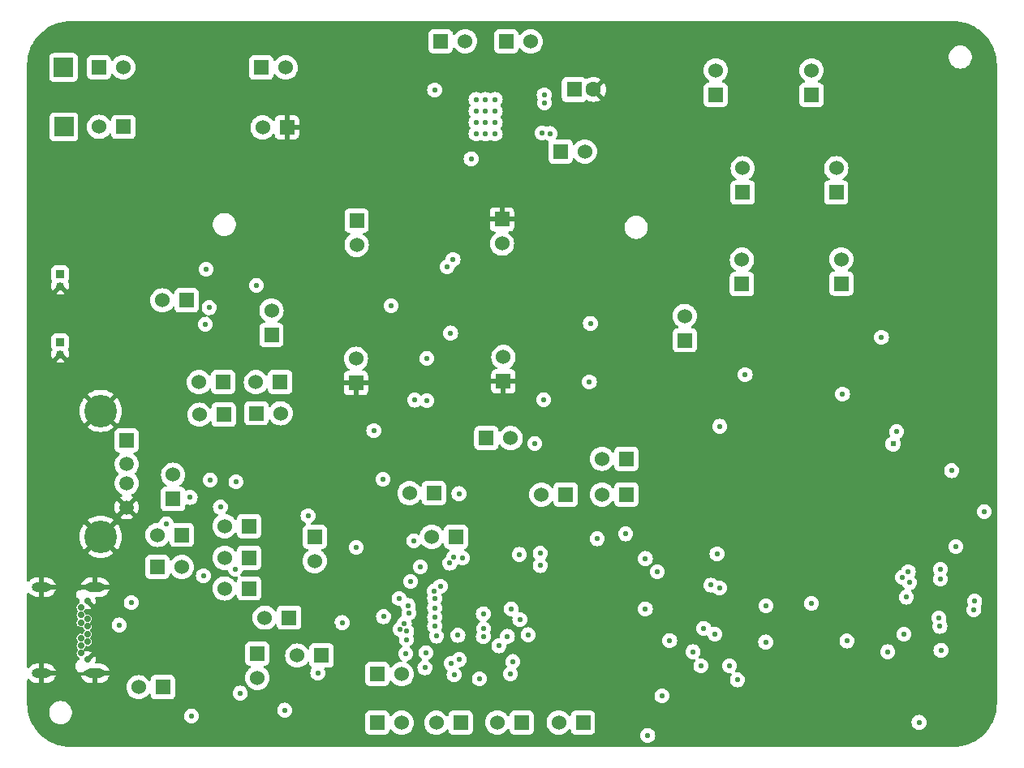
<source format=gbr>
%TF.GenerationSoftware,KiCad,Pcbnew,7.0.6-0*%
%TF.CreationDate,2024-11-22T11:46:18-08:00*%
%TF.ProjectId,OuterBoard_rev2.1,4f757465-7242-46f6-9172-645f72657632,rev?*%
%TF.SameCoordinates,Original*%
%TF.FileFunction,Copper,L2,Inr*%
%TF.FilePolarity,Positive*%
%FSLAX46Y46*%
G04 Gerber Fmt 4.6, Leading zero omitted, Abs format (unit mm)*
G04 Created by KiCad (PCBNEW 7.0.6-0) date 2024-11-22 11:46:18*
%MOMM*%
%LPD*%
G01*
G04 APERTURE LIST*
%TA.AperFunction,ComponentPad*%
%ADD10R,1.530000X1.530000*%
%TD*%
%TA.AperFunction,ComponentPad*%
%ADD11C,1.530000*%
%TD*%
%TA.AperFunction,ComponentPad*%
%ADD12C,0.550000*%
%TD*%
%TA.AperFunction,ComponentPad*%
%ADD13C,0.700000*%
%TD*%
%TA.AperFunction,ComponentPad*%
%ADD14O,2.000000X1.000000*%
%TD*%
%TA.AperFunction,ComponentPad*%
%ADD15R,1.508000X1.508000*%
%TD*%
%TA.AperFunction,ComponentPad*%
%ADD16C,1.508000*%
%TD*%
%TA.AperFunction,ComponentPad*%
%ADD17C,3.396000*%
%TD*%
%TA.AperFunction,ComponentPad*%
%ADD18R,2.000000X2.000000*%
%TD*%
%TA.AperFunction,ComponentPad*%
%ADD19R,0.850000X0.850000*%
%TD*%
%TA.AperFunction,ComponentPad*%
%ADD20C,0.850000*%
%TD*%
%TA.AperFunction,ComponentPad*%
%ADD21R,1.600000X1.600000*%
%TD*%
%TA.AperFunction,ComponentPad*%
%ADD22C,1.600000*%
%TD*%
%TA.AperFunction,ViaPad*%
%ADD23C,0.550000*%
%TD*%
%TA.AperFunction,ViaPad*%
%ADD24C,0.609600*%
%TD*%
G04 APERTURE END LIST*
D10*
%TO.N,VCC*%
%TO.C,J14*%
X97993200Y-89560400D03*
D11*
%TO.N,Net-(U1-V_{DD})*%
X95453200Y-89560400D03*
%TD*%
D10*
%TO.N,BNO_SDA*%
%TO.C,J27*%
X117881400Y-128574800D03*
D11*
%TO.N,GPIO33*%
X120421400Y-128574800D03*
%TD*%
D10*
%TO.N,Net-(U2-BOUT1)*%
%TO.C,J5*%
X124496900Y-62509400D03*
D11*
%TO.N,Net-(U2-BOUT2)*%
X127036900Y-62509400D03*
%TD*%
D12*
%TO.N,N/C*%
%TO.C,U2*%
X128180000Y-68588600D03*
X128180000Y-69788600D03*
X128180000Y-70988600D03*
X128180000Y-72188600D03*
X129180000Y-68588600D03*
X129180000Y-69788600D03*
X129180000Y-70988600D03*
X129180000Y-72188600D03*
X130180000Y-68588600D03*
X130180000Y-69788600D03*
X130180000Y-70988600D03*
X130180000Y-72188600D03*
%TD*%
D10*
%TO.N,+BATT*%
%TO.C,J13*%
X96570800Y-110298300D03*
D11*
%TO.N,Net-(J13-Pad02)*%
X96570800Y-107758300D03*
%TD*%
D13*
%TO.N,GND*%
%TO.C,J42*%
X87641700Y-127052800D03*
%TO.N,unconnected-(J42-SSTXP2-PadB2)*%
X86941700Y-126402800D03*
%TO.N,unconnected-(J42-SSTXN2-PadB3)*%
X86941700Y-125602800D03*
%TO.N,+5V*%
X87641700Y-125202800D03*
%TO.N,Net-(J42-CC2)*%
X86941700Y-124802800D03*
%TO.N,Net-(J42-DN2)*%
X87641700Y-124402800D03*
X87641700Y-123602800D03*
%TO.N,unconnected-(J42-SBU2-PadB8)*%
X86941700Y-123202800D03*
%TO.N,+5V*%
X87641700Y-122802800D03*
%TO.N,unconnected-(J42-SSRXN1-PadB10)*%
X86941700Y-122402800D03*
%TO.N,unconnected-(J42-SSRXP1-PadB11)*%
X86941700Y-121602800D03*
%TO.N,GND*%
X87641700Y-120952800D03*
D14*
X88441700Y-119502800D03*
X88441700Y-128502800D03*
X82841700Y-119502800D03*
X82841700Y-128502800D03*
%TD*%
D10*
%TO.N,DRV_FAULT*%
%TO.C,J16*%
X139344400Y-133629400D03*
D11*
%TO.N,GPIO37*%
X136804400Y-133629400D03*
%TD*%
D15*
%TO.N,+5V*%
%TO.C,J44*%
X91726100Y-104167550D03*
D16*
%TO.N,Net-(J44-D-)*%
X91726100Y-106667550D03*
%TO.N,Net-(J44-D+)*%
X91726100Y-108667550D03*
%TO.N,GND*%
X91726100Y-111167550D03*
D17*
X89016100Y-101097550D03*
X89016100Y-114237550D03*
%TD*%
D10*
%TO.N,Net-(U5-VOUT)*%
%TO.C,J22*%
X166293800Y-87805900D03*
D11*
%TO.N,+1V8*%
X166293800Y-85265900D03*
%TD*%
D10*
%TO.N,+3.3V*%
%TO.C,J35*%
X108672700Y-122682000D03*
D11*
%TO.N,Net-(U7-VCC)*%
X106132700Y-122682000D03*
%TD*%
D10*
%TO.N,D0{slash}A0*%
%TO.C,J31*%
X126097100Y-114249200D03*
D11*
%TO.N,MOTOR2_BIN2*%
X123557100Y-114249200D03*
%TD*%
D10*
%TO.N,USB_DP*%
%TO.C,J9*%
X104495600Y-116433600D03*
D11*
%TO.N,Net-(U7-USBDP)*%
X101955600Y-116433600D03*
%TD*%
D10*
%TO.N,+5V*%
%TO.C,J36*%
X111353600Y-114249200D03*
D11*
%TO.N,Net-(D8-A)*%
X111353600Y-116789200D03*
%TD*%
D10*
%TO.N,VCC*%
%TO.C,J15*%
X101854000Y-101498400D03*
D11*
%TO.N,Net-(U3-V_{DD})*%
X99314000Y-101498400D03*
%TD*%
D10*
%TO.N,Net-(J1-Pad01)*%
%TO.C,J1*%
X88823800Y-65227200D03*
D11*
%TO.N,Net-(D1-K)*%
X91363800Y-65227200D03*
%TD*%
D10*
%TO.N,Net-(U2-AOUT1)*%
%TO.C,J6*%
X131343400Y-62534800D03*
D11*
%TO.N,Net-(U2-AOUT2)*%
X133883400Y-62534800D03*
%TD*%
D10*
%TO.N,+3.3V*%
%TO.C,J38*%
X115722400Y-81229200D03*
D11*
%TO.N,Net-(U8-VDD)*%
X115722400Y-83769200D03*
%TD*%
D10*
%TO.N,Net-(D15-K)*%
%TO.C,J46*%
X107746800Y-98094800D03*
D11*
%TO.N,VDC*%
X105206800Y-98094800D03*
%TD*%
D10*
%TO.N,Net-(U11-VCC)*%
%TO.C,J34*%
X149961600Y-93726000D03*
D11*
%TO.N,+3.3V*%
X149961600Y-91186000D03*
%TD*%
D10*
%TO.N,BNO_INT*%
%TO.C,J25*%
X126568200Y-133654800D03*
D11*
%TO.N,GPIO35*%
X124028200Y-133654800D03*
%TD*%
D10*
%TO.N,Net-(U2-VM)*%
%TO.C,J23*%
X136996100Y-74015600D03*
D11*
%TO.N,+BATT*%
X139536100Y-74015600D03*
%TD*%
D10*
%TO.N,Net-(J33-Pad01)*%
%TO.C,J33*%
X123774200Y-109687400D03*
D11*
%TO.N,+3.3V*%
X121234200Y-109687400D03*
%TD*%
D10*
%TO.N,D2{slash}A2*%
%TO.C,J29*%
X143865600Y-109829600D03*
D11*
%TO.N,MOTOR1_AIN2*%
X141325600Y-109829600D03*
%TD*%
D10*
%TO.N,Net-(U7-USBDM)*%
%TO.C,J43*%
X104495600Y-119634000D03*
D11*
%TO.N,USB_DN*%
X101955600Y-119634000D03*
%TD*%
D10*
%TO.N,USB_DP*%
%TO.C,J48*%
X104495600Y-113131600D03*
D11*
%TO.N,Net-(J44-D+)*%
X101955600Y-113131600D03*
%TD*%
D10*
%TO.N,Net-(D3-K)*%
%TO.C,J3*%
X105779500Y-65252600D03*
D11*
%TO.N,VCC*%
X108319500Y-65252600D03*
%TD*%
D18*
%TO.N,Net-(J1-Pad01)*%
%TO.C,TP1*%
X85140800Y-65244000D03*
%TD*%
D10*
%TO.N,Net-(D2-K)*%
%TO.C,J2*%
X91389200Y-71450200D03*
D11*
%TO.N,Net-(J2-Pad02)*%
X88849200Y-71450200D03*
%TD*%
D10*
%TO.N,GND*%
%TO.C,J41*%
X130886200Y-81102200D03*
D11*
%TO.N,Net-(U8-PIN16)*%
X130886200Y-83642200D03*
%TD*%
D10*
%TO.N,GND*%
%TO.C,J4*%
X108444100Y-71501000D03*
D11*
%TO.N,Net-(D1-A)*%
X105904100Y-71501000D03*
%TD*%
D19*
%TO.N,Net-(J12-Pad02)*%
%TO.C,J7*%
X84785200Y-86801801D03*
D20*
%TO.N,GND*%
X84785200Y-88051801D03*
%TD*%
D19*
%TO.N,Net-(J13-Pad02)*%
%TO.C,J8*%
X84792401Y-93913801D03*
D20*
%TO.N,GND*%
X84792401Y-95163801D03*
%TD*%
D10*
%TO.N,Net-(U7-TXD)*%
%TO.C,J51*%
X105359200Y-126441200D03*
D11*
%TO.N,RX_D7*%
X105359200Y-128981200D03*
%TD*%
D10*
%TO.N,GND*%
%TO.C,J39*%
X115646200Y-98196400D03*
D11*
%TO.N,Net-(U8-PIN10)*%
X115646200Y-95656400D03*
%TD*%
D18*
%TO.N,Net-(J2-Pad02)*%
%TO.C,TP2*%
X85166200Y-71450200D03*
%TD*%
D10*
%TO.N,Net-(U6-VO)*%
%TO.C,J21*%
X165760400Y-78306300D03*
D11*
%TO.N,Net-(C25-Pad1)*%
X165760400Y-75766300D03*
%TD*%
D10*
%TO.N,D3{slash}A3*%
%TO.C,J28*%
X143865600Y-106095800D03*
D11*
%TO.N,MOTOR1_AIN1*%
X141325600Y-106095800D03*
%TD*%
D10*
%TO.N,BNO_SCL*%
%TO.C,J26*%
X117881400Y-133654800D03*
D11*
%TO.N,GPIO34*%
X120421400Y-133654800D03*
%TD*%
D10*
%TO.N,TX_D6*%
%TO.C,J52*%
X112064800Y-126644400D03*
D11*
%TO.N,Net-(U7-RXD)*%
X109524800Y-126644400D03*
%TD*%
D10*
%TO.N,Net-(C38-Pad1)*%
%TO.C,J32*%
X129260600Y-103936800D03*
D11*
%TO.N,Net-(J32-Pad02)*%
X131800600Y-103936800D03*
%TD*%
D10*
%TO.N,DRV_SLEEP*%
%TO.C,J24*%
X132943600Y-133629400D03*
D11*
%TO.N,GPIO36*%
X130403600Y-133629400D03*
%TD*%
D10*
%TO.N,VDC*%
%TO.C,J18*%
X155930600Y-87856700D03*
D11*
%TO.N,Net-(U5-EN)*%
X155930600Y-85316700D03*
%TD*%
D10*
%TO.N,VDC*%
%TO.C,J17*%
X153187400Y-68095500D03*
D11*
%TO.N,Net-(U4-EN)*%
X153187400Y-65555500D03*
%TD*%
D10*
%TO.N,+5V*%
%TO.C,J45*%
X105257600Y-101346000D03*
D11*
%TO.N,Net-(D15-A)*%
X107797600Y-101346000D03*
%TD*%
D10*
%TO.N,D1{slash}A1*%
%TO.C,J30*%
X137541000Y-109829600D03*
D11*
%TO.N,MOTOR2_BIN1*%
X135001000Y-109829600D03*
%TD*%
D10*
%TO.N,Net-(J42-DN1)*%
%TO.C,J49*%
X97485200Y-114046000D03*
D11*
%TO.N,USB_DN*%
X94945200Y-114046000D03*
%TD*%
D10*
%TO.N,USB_DP*%
%TO.C,J50*%
X94945200Y-117398800D03*
D11*
%TO.N,Net-(J42-DN2)*%
X97485200Y-117398800D03*
%TD*%
D10*
%TO.N,Net-(U4-VOUT)*%
%TO.C,J20*%
X163195000Y-68095500D03*
D11*
%TO.N,+3.3V*%
X163195000Y-65555500D03*
%TD*%
D21*
%TO.N,+BATT*%
%TO.C,C6*%
X138436600Y-67538600D03*
D22*
%TO.N,GND*%
X140436600Y-67538600D03*
%TD*%
D10*
%TO.N,+BATT*%
%TO.C,J12*%
X101803200Y-98094800D03*
D11*
%TO.N,Net-(J12-Pad02)*%
X99263200Y-98094800D03*
%TD*%
D10*
%TO.N,VDC*%
%TO.C,J19*%
X156006800Y-78306300D03*
D11*
%TO.N,Net-(U6-VI)*%
X156006800Y-75766300D03*
%TD*%
D10*
%TO.N,Net-(J44-D-)*%
%TO.C,J47*%
X95504000Y-129946400D03*
D11*
%TO.N,USB_DN*%
X92964000Y-129946400D03*
%TD*%
D10*
%TO.N,Net-(D8-K)*%
%TO.C,J37*%
X106832400Y-93167200D03*
D11*
%TO.N,VDC*%
X106832400Y-90627200D03*
%TD*%
D10*
%TO.N,GND*%
%TO.C,J40*%
X131038600Y-98018600D03*
D11*
%TO.N,Net-(U8-PIN15)*%
X131038600Y-95478600D03*
%TD*%
D23*
%TO.N,GND*%
X131013200Y-112572800D03*
X124155200Y-95470100D03*
X171500800Y-78689200D03*
X128930400Y-109067600D03*
X117652800Y-101396800D03*
X98094800Y-106222800D03*
X93014800Y-93929200D03*
X178003200Y-110134400D03*
X124714000Y-107238800D03*
X123698000Y-86258400D03*
X158394400Y-86512400D03*
X90982800Y-120751600D03*
X143306800Y-75133200D03*
X148996400Y-68986400D03*
X148640800Y-79349600D03*
X93675200Y-105105200D03*
X94081600Y-99568000D03*
X109169200Y-88442800D03*
X101142800Y-92506800D03*
X113741200Y-93218000D03*
X118770400Y-69138800D03*
X172212000Y-70104000D03*
X159105600Y-107238800D03*
X161747200Y-79044800D03*
X143611600Y-90271600D03*
X158242000Y-126339600D03*
X115544600Y-67995800D03*
X115519200Y-63855600D03*
X171856400Y-88188800D03*
X117805200Y-121767600D03*
X168605200Y-93370400D03*
X105765600Y-105714800D03*
X129543100Y-115976400D03*
X97383600Y-128879600D03*
X91084400Y-87426800D03*
X138582400Y-102362000D03*
X92049600Y-95605600D03*
X118821200Y-72542400D03*
X128371600Y-89052400D03*
X145491200Y-69037200D03*
X134772400Y-70053200D03*
X116941600Y-112064800D03*
X160731200Y-132994400D03*
X135991600Y-125222000D03*
X155498800Y-66903600D03*
X117094000Y-107238800D03*
X133451600Y-89763600D03*
X173177200Y-127101600D03*
X99415600Y-120751600D03*
X168503600Y-68681600D03*
X119329200Y-89052400D03*
X113284000Y-123545600D03*
X117805200Y-116890800D03*
X178511200Y-81229200D03*
X103327200Y-133705600D03*
X151688800Y-88696800D03*
X101549200Y-128879600D03*
X157530800Y-124460000D03*
X165506400Y-132943600D03*
X158292800Y-130505200D03*
X123850400Y-80416000D03*
X114858800Y-90322400D03*
X99161600Y-129184400D03*
X138836400Y-118567200D03*
X125069600Y-124612400D03*
X151993600Y-79248000D03*
X163830000Y-107289600D03*
X176631600Y-120091200D03*
X148488400Y-88747600D03*
X178866800Y-91541600D03*
X95758000Y-133756400D03*
%TO.N,+BATT*%
X100431600Y-108305600D03*
%TO.N,VDC*%
X105257600Y-87985600D03*
X100025200Y-86309200D03*
%TO.N,Net-(D7-K)*%
X180131484Y-121848810D03*
X178257200Y-115265200D03*
%TO.N,+3.3V*%
X147574000Y-130860800D03*
X108204000Y-132334000D03*
X170484800Y-93421200D03*
X131775200Y-128574800D03*
X128524000Y-129076900D03*
X117500400Y-103174800D03*
X121107200Y-121412000D03*
X103124000Y-108508800D03*
X133604000Y-124460000D03*
X119329200Y-90119200D03*
X153111200Y-124409200D03*
X120243600Y-123901200D03*
X98348800Y-110134400D03*
%TO.N,CAM_RESET*%
X172821600Y-124409200D03*
X174396400Y-133604000D03*
%TO.N,+1V8*%
X176479200Y-122732800D03*
%TO.N,Net-(U8-CAP)*%
X123035500Y-100025200D03*
X123035500Y-95605600D03*
%TO.N,Net-(U9-XTAL_N)*%
X134874000Y-115976400D03*
X134874000Y-117244300D03*
%TO.N,+5V*%
X92202000Y-121107200D03*
%TO.N,IO21{slash}USER_LED*%
X120904000Y-124968000D03*
X111658400Y-128473200D03*
%TO.N,USB_DP*%
X120949646Y-124093262D03*
%TO.N,USB_DN*%
X120700800Y-123291600D03*
%TO.N,MTDO{slash}IO40{slash}CAM_SDA*%
X132008281Y-127267660D03*
X151638000Y-127709100D03*
X177800000Y-107342500D03*
X176682400Y-126085600D03*
X154635200Y-127711200D03*
%TO.N,MTCK{slash}IO39{slash}CAM_SCL*%
X131451081Y-124628219D03*
X180212900Y-120980100D03*
X150834481Y-126243300D03*
X166420800Y-99364800D03*
%TO.N,IO38{slash}DVP_VSYNC*%
X130556000Y-125628400D03*
X166878000Y-125120400D03*
%TO.N,Net-(J10-Pad8)*%
X176580800Y-123596400D03*
X171145200Y-126238000D03*
%TO.N,IO47{slash}DVP_HREF*%
X158394400Y-125222000D03*
X128930400Y-124667298D03*
%TO.N,IO48{slash}DVP_Y9*%
X126288300Y-124525001D03*
X158445200Y-121462800D03*
%TO.N,IO10{slash}XMCLK*%
X121364646Y-118920291D03*
X153568400Y-119583200D03*
X121767600Y-99974400D03*
X153314400Y-116027200D03*
%TO.N,IO11{slash}DVP_Y8*%
X173075600Y-120548400D03*
X145857581Y-116498913D03*
X123835702Y-119889354D03*
%TO.N,IO12{slash}DVP_Y7*%
X145846800Y-121767100D03*
X122369811Y-117380683D03*
%TO.N,IO13{slash}DVP_PCLK*%
X123860598Y-120650000D03*
X173380400Y-119024400D03*
X151942800Y-123799600D03*
X152692047Y-119291153D03*
%TO.N,IO14{slash}DVP_Y6*%
X120142000Y-120684097D03*
X181205700Y-111607600D03*
X148386800Y-125069600D03*
X176631600Y-118668800D03*
X172669200Y-118465600D03*
%TO.N,IO15{slash}DVP_Y2*%
X123860598Y-121666000D03*
X143782250Y-113950798D03*
X173278800Y-117908900D03*
X140817600Y-114452400D03*
%TO.N,IO16{slash}DVP_Y5*%
X146100800Y-134975600D03*
X176631600Y-117652800D03*
X121183647Y-122199153D03*
%TO.N,IO17{slash}DVP_Y3*%
X163169600Y-121208800D03*
X123860598Y-122631200D03*
%TO.N,IO18{slash}DVP_Y4*%
X147091400Y-117881400D03*
X123860598Y-123545600D03*
%TO.N,CHIP_EN*%
X156260800Y-97332800D03*
X115671600Y-115366800D03*
D24*
%TO.N,MTDI{slash}IO41{slash}PDM_DATA*%
X171704000Y-104546400D03*
D23*
X128955296Y-123850797D03*
%TO.N,MTMS{slash}IO42{slash}PDM_CLK*%
X172059600Y-103276400D03*
X132740400Y-122883100D03*
%TO.N,Net-(U1-PROG)*%
X99923600Y-92049600D03*
X100330000Y-90322400D03*
%TO.N,Net-(R6-Pad1)*%
X155448000Y-129184400D03*
X153611369Y-102709769D03*
%TO.N,Net-(R13-Pad2)*%
X110642400Y-112064800D03*
X101498400Y-111150400D03*
%TO.N,DRV_FAULT*%
X127660400Y-74777600D03*
%TO.N,BNO_SCL*%
X125780800Y-85293200D03*
%TO.N,BNO_SDA*%
X114198400Y-123190000D03*
X125171200Y-86055200D03*
%TO.N,DRV_SLEEP*%
X123850400Y-67614800D03*
%TO.N,BNO_INT*%
X125528900Y-92961270D03*
%TO.N,MOTOR1_AIN1*%
X135280400Y-68122800D03*
%TO.N,D3{slash}A3*%
X124443168Y-119430700D03*
%TO.N,MOTOR1_AIN2*%
X135331200Y-68935600D03*
%TO.N,D2{slash}A2*%
X125445310Y-116988985D03*
%TO.N,MOTOR2_BIN1*%
X135890000Y-72136000D03*
%TO.N,D1{slash}A1*%
X125859272Y-116349828D03*
%TO.N,MOTOR2_BIN2*%
X135077200Y-72085200D03*
%TO.N,D0{slash}A0*%
X126763569Y-116466831D03*
%TO.N,Net-(U9-U0TXD)*%
X128930400Y-122275600D03*
X125882400Y-128627700D03*
%TO.N,RX_D7*%
X120853200Y-126441200D03*
X131826000Y-121767600D03*
X122936000Y-126339600D03*
X103581200Y-130556000D03*
%TO.N,SPIWP*%
X124053600Y-124612400D03*
X134315200Y-104495600D03*
%TO.N,SPICS0*%
X118465600Y-108254800D03*
X118516400Y-122580400D03*
%TO.N,SPICLK*%
X121666000Y-114655600D03*
X122834400Y-127914400D03*
%TO.N,SPIQ*%
X140004800Y-98094800D03*
X135229600Y-99923600D03*
X125589161Y-127470932D03*
X140106400Y-91948000D03*
%TO.N,SPID*%
X132689600Y-116078000D03*
X126435841Y-127077200D03*
%TO.N,Net-(J32-Pad02)*%
X126390400Y-109728000D03*
%TO.N,Net-(J42-CC1)*%
X98501200Y-132943600D03*
X90932000Y-123444000D03*
%TO.N,Net-(U7-USBDP)*%
X99720400Y-118313200D03*
%TO.N,Net-(U7-USBDM)*%
X103073200Y-117604100D03*
%TO.N,Net-(J42-DN2)*%
X95859600Y-112877600D03*
%TD*%
%TA.AperFunction,Conductor*%
%TO.N,GND*%
G36*
X84835733Y-94869427D02*
G01*
X84880081Y-94897928D01*
X84951765Y-94969612D01*
X84889946Y-94928306D01*
X84817025Y-94913801D01*
X84767777Y-94913801D01*
X84694856Y-94928306D01*
X84633030Y-94969616D01*
X84704719Y-94897928D01*
X84766042Y-94864443D01*
X84835733Y-94869427D01*
G37*
%TD.AperFunction*%
%TA.AperFunction,Conductor*%
G36*
X84828532Y-87757427D02*
G01*
X84872880Y-87785928D01*
X84944564Y-87857612D01*
X84882745Y-87816306D01*
X84809824Y-87801801D01*
X84760576Y-87801801D01*
X84687655Y-87816306D01*
X84625829Y-87857616D01*
X84697518Y-87785928D01*
X84758841Y-87752443D01*
X84828532Y-87757427D01*
G37*
%TD.AperFunction*%
%TA.AperFunction,Conductor*%
G36*
X178348428Y-60415790D02*
G01*
X178353780Y-60416259D01*
X178744117Y-60467648D01*
X178749425Y-60468584D01*
X179133783Y-60553794D01*
X179138981Y-60555187D01*
X179498936Y-60668679D01*
X179514455Y-60673573D01*
X179519540Y-60675424D01*
X179645172Y-60727462D01*
X179883269Y-60826085D01*
X179888139Y-60828356D01*
X180237350Y-61010144D01*
X180242028Y-61012846D01*
X180574059Y-61224372D01*
X180578487Y-61227473D01*
X180848495Y-61434657D01*
X180890814Y-61467129D01*
X180894959Y-61470608D01*
X181185204Y-61736569D01*
X181189030Y-61740395D01*
X181454991Y-62030640D01*
X181458470Y-62034785D01*
X181698123Y-62347107D01*
X181701227Y-62351540D01*
X181912753Y-62683571D01*
X181915459Y-62688257D01*
X182048531Y-62943886D01*
X182097234Y-63037442D01*
X182099521Y-63042346D01*
X182250175Y-63406059D01*
X182252026Y-63411144D01*
X182321645Y-63631946D01*
X182368242Y-63779734D01*
X182370406Y-63786595D01*
X182371806Y-63791822D01*
X182457014Y-64176172D01*
X182457954Y-64181501D01*
X182509338Y-64571801D01*
X182509810Y-64577192D01*
X182527100Y-64973200D01*
X182527100Y-65013083D01*
X182528724Y-131606000D01*
X182528724Y-131624423D01*
X182511432Y-132020429D01*
X182510960Y-132025819D01*
X182459575Y-132416119D01*
X182458635Y-132421448D01*
X182373425Y-132805799D01*
X182372024Y-132811025D01*
X182253643Y-133186478D01*
X182251792Y-133191563D01*
X182101138Y-133555271D01*
X182098852Y-133560175D01*
X181917076Y-133909361D01*
X181914370Y-133914047D01*
X181702848Y-134246071D01*
X181699744Y-134250504D01*
X181460082Y-134562837D01*
X181456603Y-134566983D01*
X181190647Y-134857221D01*
X181186821Y-134861047D01*
X180896583Y-135127003D01*
X180892437Y-135130482D01*
X180580104Y-135370144D01*
X180575671Y-135373248D01*
X180243647Y-135584770D01*
X180238961Y-135587476D01*
X179889775Y-135769252D01*
X179884871Y-135771538D01*
X179521163Y-135922192D01*
X179516078Y-135924043D01*
X179140625Y-136042424D01*
X179135399Y-136043825D01*
X178751049Y-136129035D01*
X178745719Y-136129975D01*
X178355420Y-136181360D01*
X178350029Y-136181832D01*
X177954032Y-136199123D01*
X85957123Y-136197501D01*
X85957113Y-136197500D01*
X85942682Y-136197500D01*
X85902800Y-136197500D01*
X85506792Y-136180210D01*
X85501401Y-136179738D01*
X85111101Y-136128354D01*
X85105772Y-136127414D01*
X84721422Y-136042206D01*
X84716202Y-136040808D01*
X84592083Y-136001673D01*
X84340744Y-135922426D01*
X84335659Y-135920575D01*
X83975850Y-135771538D01*
X83971940Y-135769918D01*
X83967050Y-135767638D01*
X83617857Y-135585859D01*
X83613171Y-135583153D01*
X83281140Y-135371627D01*
X83276707Y-135368523D01*
X82964385Y-135128870D01*
X82960240Y-135125391D01*
X82796775Y-134975603D01*
X145320393Y-134975603D01*
X145339957Y-135149248D01*
X145339959Y-135149257D01*
X145397678Y-135314206D01*
X145490653Y-135462176D01*
X145614224Y-135585747D01*
X145762194Y-135678722D01*
X145927143Y-135736441D01*
X145927149Y-135736441D01*
X145927151Y-135736442D01*
X146100796Y-135756007D01*
X146100800Y-135756007D01*
X146100804Y-135756007D01*
X146274448Y-135736442D01*
X146274447Y-135736442D01*
X146274457Y-135736441D01*
X146439406Y-135678722D01*
X146587376Y-135585747D01*
X146710947Y-135462176D01*
X146803922Y-135314206D01*
X146861641Y-135149257D01*
X146881207Y-134975600D01*
X146874976Y-134920300D01*
X146861642Y-134801951D01*
X146861641Y-134801949D01*
X146861641Y-134801943D01*
X146803922Y-134636994D01*
X146710947Y-134489024D01*
X146587376Y-134365453D01*
X146439406Y-134272478D01*
X146439405Y-134272477D01*
X146439404Y-134272477D01*
X146274458Y-134214759D01*
X146274448Y-134214757D01*
X146100804Y-134195193D01*
X146100796Y-134195193D01*
X145927151Y-134214757D01*
X145927141Y-134214759D01*
X145762195Y-134272477D01*
X145614223Y-134365453D01*
X145490653Y-134489023D01*
X145397677Y-134636995D01*
X145339959Y-134801941D01*
X145339957Y-134801951D01*
X145320393Y-134975596D01*
X145320393Y-134975603D01*
X82796775Y-134975603D01*
X82669995Y-134859430D01*
X82666169Y-134855604D01*
X82659680Y-134848523D01*
X82488883Y-134662131D01*
X82400208Y-134565359D01*
X82396729Y-134561214D01*
X82362446Y-134516536D01*
X82324950Y-134467670D01*
X116615900Y-134467670D01*
X116615901Y-134467676D01*
X116622308Y-134527283D01*
X116672602Y-134662128D01*
X116672606Y-134662135D01*
X116758852Y-134777344D01*
X116758855Y-134777347D01*
X116874064Y-134863593D01*
X116874071Y-134863597D01*
X117008917Y-134913891D01*
X117008916Y-134913891D01*
X117015844Y-134914635D01*
X117068527Y-134920300D01*
X118694272Y-134920299D01*
X118753883Y-134913891D01*
X118888731Y-134863596D01*
X119003946Y-134777346D01*
X119090196Y-134662131D01*
X119140491Y-134527283D01*
X119146900Y-134467673D01*
X119146899Y-134434234D01*
X119166582Y-134367198D01*
X119219384Y-134321442D01*
X119288543Y-134311497D01*
X119352099Y-134340520D01*
X119372473Y-134363111D01*
X119448262Y-134471347D01*
X119448268Y-134471355D01*
X119604845Y-134627932D01*
X119786233Y-134754942D01*
X119887024Y-134801941D01*
X119986913Y-134848520D01*
X119986915Y-134848520D01*
X119986920Y-134848523D01*
X120200809Y-134905835D01*
X120358373Y-134919619D01*
X120421398Y-134925134D01*
X120421400Y-134925134D01*
X120421402Y-134925134D01*
X120476676Y-134920298D01*
X120641991Y-134905835D01*
X120855880Y-134848523D01*
X121056567Y-134754942D01*
X121237955Y-134627932D01*
X121394532Y-134471355D01*
X121521542Y-134289967D01*
X121615123Y-134089280D01*
X121672435Y-133875391D01*
X121691734Y-133654801D01*
X122757866Y-133654801D01*
X122777164Y-133875385D01*
X122777165Y-133875392D01*
X122834475Y-134089275D01*
X122834479Y-134089286D01*
X122909656Y-134250504D01*
X122928058Y-134289967D01*
X123055068Y-134471355D01*
X123211645Y-134627932D01*
X123393033Y-134754942D01*
X123493824Y-134801941D01*
X123593713Y-134848520D01*
X123593715Y-134848520D01*
X123593720Y-134848523D01*
X123807609Y-134905835D01*
X123965173Y-134919619D01*
X124028198Y-134925134D01*
X124028200Y-134925134D01*
X124028202Y-134925134D01*
X124083476Y-134920298D01*
X124248791Y-134905835D01*
X124462680Y-134848523D01*
X124663367Y-134754942D01*
X124844755Y-134627932D01*
X125001332Y-134471355D01*
X125077128Y-134363107D01*
X125131701Y-134319485D01*
X125201200Y-134312291D01*
X125263555Y-134343813D01*
X125298969Y-134404043D01*
X125302700Y-134434230D01*
X125302700Y-134467668D01*
X125302701Y-134467676D01*
X125309108Y-134527283D01*
X125359402Y-134662128D01*
X125359406Y-134662135D01*
X125445652Y-134777344D01*
X125445655Y-134777347D01*
X125560864Y-134863593D01*
X125560871Y-134863597D01*
X125695717Y-134913891D01*
X125695716Y-134913891D01*
X125702644Y-134914635D01*
X125755327Y-134920300D01*
X127381072Y-134920299D01*
X127440683Y-134913891D01*
X127575531Y-134863596D01*
X127690746Y-134777346D01*
X127776996Y-134662131D01*
X127827291Y-134527283D01*
X127833700Y-134467673D01*
X127833699Y-133629401D01*
X129133266Y-133629401D01*
X129152564Y-133849985D01*
X129152565Y-133849992D01*
X129209875Y-134063875D01*
X129209879Y-134063886D01*
X129294833Y-134246071D01*
X129303458Y-134264567D01*
X129430468Y-134445955D01*
X129587045Y-134602532D01*
X129768433Y-134729542D01*
X129870946Y-134777344D01*
X129969113Y-134823120D01*
X129969115Y-134823120D01*
X129969120Y-134823123D01*
X130183009Y-134880435D01*
X130340573Y-134894220D01*
X130403598Y-134899734D01*
X130403600Y-134899734D01*
X130403602Y-134899734D01*
X130458876Y-134894898D01*
X130624191Y-134880435D01*
X130838080Y-134823123D01*
X131038767Y-134729542D01*
X131220155Y-134602532D01*
X131376732Y-134445955D01*
X131452528Y-134337707D01*
X131507101Y-134294085D01*
X131576600Y-134286891D01*
X131638955Y-134318413D01*
X131674369Y-134378643D01*
X131678100Y-134408830D01*
X131678100Y-134442268D01*
X131678101Y-134442276D01*
X131684508Y-134501883D01*
X131734802Y-134636728D01*
X131734806Y-134636735D01*
X131821052Y-134751944D01*
X131821055Y-134751947D01*
X131936264Y-134838193D01*
X131936271Y-134838197D01*
X132071117Y-134888491D01*
X132071116Y-134888491D01*
X132078044Y-134889235D01*
X132130727Y-134894900D01*
X133756472Y-134894899D01*
X133816083Y-134888491D01*
X133950931Y-134838196D01*
X134066146Y-134751946D01*
X134152396Y-134636731D01*
X134202691Y-134501883D01*
X134209100Y-134442273D01*
X134209100Y-133629401D01*
X135534066Y-133629401D01*
X135553364Y-133849985D01*
X135553365Y-133849992D01*
X135610675Y-134063875D01*
X135610679Y-134063886D01*
X135695633Y-134246071D01*
X135704258Y-134264567D01*
X135831268Y-134445955D01*
X135987845Y-134602532D01*
X136169233Y-134729542D01*
X136271746Y-134777344D01*
X136369913Y-134823120D01*
X136369915Y-134823120D01*
X136369920Y-134823123D01*
X136583809Y-134880435D01*
X136741374Y-134894220D01*
X136804398Y-134899734D01*
X136804400Y-134899734D01*
X136804402Y-134899734D01*
X136859676Y-134894898D01*
X137024991Y-134880435D01*
X137238880Y-134823123D01*
X137439567Y-134729542D01*
X137620955Y-134602532D01*
X137777532Y-134445955D01*
X137853328Y-134337707D01*
X137907901Y-134294085D01*
X137977400Y-134286891D01*
X138039755Y-134318413D01*
X138075169Y-134378643D01*
X138078900Y-134408830D01*
X138078900Y-134442268D01*
X138078901Y-134442276D01*
X138085308Y-134501883D01*
X138135602Y-134636728D01*
X138135606Y-134636735D01*
X138221852Y-134751944D01*
X138221855Y-134751947D01*
X138337064Y-134838193D01*
X138337071Y-134838197D01*
X138471917Y-134888491D01*
X138471916Y-134888491D01*
X138478844Y-134889235D01*
X138531527Y-134894900D01*
X140157272Y-134894899D01*
X140216883Y-134888491D01*
X140351731Y-134838196D01*
X140466946Y-134751946D01*
X140553196Y-134636731D01*
X140603491Y-134501883D01*
X140609900Y-134442273D01*
X140609899Y-133604003D01*
X173615993Y-133604003D01*
X173635557Y-133777648D01*
X173635559Y-133777658D01*
X173693277Y-133942604D01*
X173693278Y-133942606D01*
X173786253Y-134090576D01*
X173909824Y-134214147D01*
X174057794Y-134307122D01*
X174222743Y-134364841D01*
X174222749Y-134364841D01*
X174222751Y-134364842D01*
X174396396Y-134384407D01*
X174396400Y-134384407D01*
X174396404Y-134384407D01*
X174570048Y-134364842D01*
X174570047Y-134364842D01*
X174570057Y-134364841D01*
X174735006Y-134307122D01*
X174882976Y-134214147D01*
X175006547Y-134090576D01*
X175099522Y-133942606D01*
X175157241Y-133777657D01*
X175165490Y-133704441D01*
X175176807Y-133604003D01*
X175176807Y-133603996D01*
X175157242Y-133430351D01*
X175157241Y-133430349D01*
X175157241Y-133430343D01*
X175099522Y-133265394D01*
X175006547Y-133117424D01*
X174882976Y-132993853D01*
X174735006Y-132900878D01*
X174735005Y-132900877D01*
X174735004Y-132900877D01*
X174570058Y-132843159D01*
X174570048Y-132843157D01*
X174396404Y-132823593D01*
X174396396Y-132823593D01*
X174222751Y-132843157D01*
X174222741Y-132843159D01*
X174057795Y-132900877D01*
X173909823Y-132993853D01*
X173786253Y-133117423D01*
X173693277Y-133265395D01*
X173635559Y-133430341D01*
X173635557Y-133430351D01*
X173615993Y-133603996D01*
X173615993Y-133604003D01*
X140609899Y-133604003D01*
X140609899Y-132816528D01*
X140603491Y-132756917D01*
X140572044Y-132672604D01*
X140553197Y-132622071D01*
X140553193Y-132622064D01*
X140466947Y-132506855D01*
X140466944Y-132506852D01*
X140351735Y-132420606D01*
X140351728Y-132420602D01*
X140216882Y-132370308D01*
X140216883Y-132370308D01*
X140157283Y-132363901D01*
X140157281Y-132363900D01*
X140157273Y-132363900D01*
X140157264Y-132363900D01*
X138531529Y-132363900D01*
X138531523Y-132363901D01*
X138471916Y-132370308D01*
X138337071Y-132420602D01*
X138337064Y-132420606D01*
X138221855Y-132506852D01*
X138221852Y-132506855D01*
X138135606Y-132622064D01*
X138135602Y-132622071D01*
X138085308Y-132756917D01*
X138079296Y-132812841D01*
X138078901Y-132816523D01*
X138078900Y-132816535D01*
X138078900Y-132849964D01*
X138059215Y-132917003D01*
X138006411Y-132962758D01*
X137937253Y-132972702D01*
X137873697Y-132943677D01*
X137853326Y-132921088D01*
X137777537Y-132812852D01*
X137777536Y-132812851D01*
X137777532Y-132812845D01*
X137620955Y-132656268D01*
X137439567Y-132529258D01*
X137439563Y-132529256D01*
X137238886Y-132435679D01*
X137238875Y-132435675D01*
X137024992Y-132378365D01*
X137024985Y-132378364D01*
X136804402Y-132359066D01*
X136804398Y-132359066D01*
X136583814Y-132378364D01*
X136583807Y-132378365D01*
X136369924Y-132435675D01*
X136369913Y-132435679D01*
X136169236Y-132529256D01*
X136169234Y-132529257D01*
X135987844Y-132656268D01*
X135831268Y-132812844D01*
X135704257Y-132994234D01*
X135704256Y-132994236D01*
X135610679Y-133194913D01*
X135610675Y-133194924D01*
X135553365Y-133408807D01*
X135553364Y-133408814D01*
X135534066Y-133629398D01*
X135534066Y-133629401D01*
X134209100Y-133629401D01*
X134209099Y-132816528D01*
X134202691Y-132756917D01*
X134171244Y-132672604D01*
X134152397Y-132622071D01*
X134152393Y-132622064D01*
X134066147Y-132506855D01*
X134066144Y-132506852D01*
X133950935Y-132420606D01*
X133950928Y-132420602D01*
X133816082Y-132370308D01*
X133816083Y-132370308D01*
X133756483Y-132363901D01*
X133756481Y-132363900D01*
X133756473Y-132363900D01*
X133756464Y-132363900D01*
X132130729Y-132363900D01*
X132130723Y-132363901D01*
X132071116Y-132370308D01*
X131936271Y-132420602D01*
X131936264Y-132420606D01*
X131821055Y-132506852D01*
X131821052Y-132506855D01*
X131734806Y-132622064D01*
X131734802Y-132622071D01*
X131684508Y-132756917D01*
X131678496Y-132812841D01*
X131678101Y-132816523D01*
X131678100Y-132816535D01*
X131678100Y-132849964D01*
X131658415Y-132917003D01*
X131605611Y-132962758D01*
X131536453Y-132972702D01*
X131472897Y-132943677D01*
X131452526Y-132921088D01*
X131376737Y-132812852D01*
X131376736Y-132812851D01*
X131376732Y-132812845D01*
X131220155Y-132656268D01*
X131038767Y-132529258D01*
X131038763Y-132529256D01*
X130838086Y-132435679D01*
X130838075Y-132435675D01*
X130624192Y-132378365D01*
X130624185Y-132378364D01*
X130403602Y-132359066D01*
X130403598Y-132359066D01*
X130183014Y-132378364D01*
X130183007Y-132378365D01*
X129969124Y-132435675D01*
X129969113Y-132435679D01*
X129768436Y-132529256D01*
X129768434Y-132529257D01*
X129587044Y-132656268D01*
X129430468Y-132812844D01*
X129303457Y-132994234D01*
X129303456Y-132994236D01*
X129209879Y-133194913D01*
X129209875Y-133194924D01*
X129152565Y-133408807D01*
X129152564Y-133408814D01*
X129133266Y-133629398D01*
X129133266Y-133629401D01*
X127833699Y-133629401D01*
X127833699Y-132841928D01*
X127827291Y-132782317D01*
X127817817Y-132756917D01*
X127776997Y-132647471D01*
X127776993Y-132647464D01*
X127690747Y-132532255D01*
X127690744Y-132532252D01*
X127575535Y-132446006D01*
X127575528Y-132446002D01*
X127440682Y-132395708D01*
X127440683Y-132395708D01*
X127381083Y-132389301D01*
X127381081Y-132389300D01*
X127381073Y-132389300D01*
X127381064Y-132389300D01*
X125755329Y-132389300D01*
X125755323Y-132389301D01*
X125695716Y-132395708D01*
X125560871Y-132446002D01*
X125560864Y-132446006D01*
X125445655Y-132532252D01*
X125445652Y-132532255D01*
X125359406Y-132647464D01*
X125359402Y-132647471D01*
X125309108Y-132782317D01*
X125304671Y-132823593D01*
X125302701Y-132841923D01*
X125302700Y-132841935D01*
X125302700Y-132875364D01*
X125283015Y-132942403D01*
X125230211Y-132988158D01*
X125161053Y-132998102D01*
X125097497Y-132969077D01*
X125077126Y-132946488D01*
X125001337Y-132838252D01*
X125001336Y-132838251D01*
X125001332Y-132838245D01*
X124844755Y-132681668D01*
X124663367Y-132554658D01*
X124663363Y-132554656D01*
X124462686Y-132461079D01*
X124462675Y-132461075D01*
X124248792Y-132403765D01*
X124248785Y-132403764D01*
X124028202Y-132384466D01*
X124028198Y-132384466D01*
X123807614Y-132403764D01*
X123807607Y-132403765D01*
X123593724Y-132461075D01*
X123593713Y-132461079D01*
X123393036Y-132554656D01*
X123393034Y-132554657D01*
X123211644Y-132681668D01*
X123055068Y-132838244D01*
X122928057Y-133019634D01*
X122928056Y-133019636D01*
X122834479Y-133220313D01*
X122834475Y-133220324D01*
X122777165Y-133434207D01*
X122777164Y-133434214D01*
X122757866Y-133654798D01*
X122757866Y-133654801D01*
X121691734Y-133654801D01*
X121691734Y-133654800D01*
X121672435Y-133434209D01*
X121615123Y-133220320D01*
X121600546Y-133189060D01*
X121521543Y-133019636D01*
X121521542Y-133019634D01*
X121521542Y-133019633D01*
X121394532Y-132838245D01*
X121237955Y-132681668D01*
X121056567Y-132554658D01*
X121056563Y-132554656D01*
X120855886Y-132461079D01*
X120855875Y-132461075D01*
X120641992Y-132403765D01*
X120641985Y-132403764D01*
X120421402Y-132384466D01*
X120421398Y-132384466D01*
X120200814Y-132403764D01*
X120200807Y-132403765D01*
X119986924Y-132461075D01*
X119986913Y-132461079D01*
X119786236Y-132554656D01*
X119786234Y-132554657D01*
X119604844Y-132681668D01*
X119448268Y-132838244D01*
X119444827Y-132843159D01*
X119374115Y-132944147D01*
X119372474Y-132946490D01*
X119317897Y-132990115D01*
X119248398Y-132997307D01*
X119186044Y-132965785D01*
X119150630Y-132905555D01*
X119146899Y-132875366D01*
X119146899Y-132841929D01*
X119146898Y-132841923D01*
X119146897Y-132841916D01*
X119140491Y-132782317D01*
X119131017Y-132756917D01*
X119090197Y-132647471D01*
X119090193Y-132647464D01*
X119003947Y-132532255D01*
X119003944Y-132532252D01*
X118888735Y-132446006D01*
X118888728Y-132446002D01*
X118753882Y-132395708D01*
X118753883Y-132395708D01*
X118694283Y-132389301D01*
X118694281Y-132389300D01*
X118694273Y-132389300D01*
X118694264Y-132389300D01*
X117068529Y-132389300D01*
X117068523Y-132389301D01*
X117008916Y-132395708D01*
X116874071Y-132446002D01*
X116874064Y-132446006D01*
X116758855Y-132532252D01*
X116758852Y-132532255D01*
X116672606Y-132647464D01*
X116672602Y-132647471D01*
X116622308Y-132782317D01*
X116617871Y-132823593D01*
X116615901Y-132841923D01*
X116615900Y-132841935D01*
X116615900Y-134467670D01*
X82324950Y-134467670D01*
X82157073Y-134248887D01*
X82153972Y-134244459D01*
X81942446Y-133912428D01*
X81939740Y-133907742D01*
X81922900Y-133875392D01*
X81757956Y-133558539D01*
X81755685Y-133553669D01*
X81656643Y-133314560D01*
X81605024Y-133189940D01*
X81603173Y-133184855D01*
X81581859Y-133117257D01*
X81484787Y-132809381D01*
X81483393Y-132804177D01*
X81475805Y-132769951D01*
X81460129Y-132699243D01*
X83635500Y-132699243D01*
X83676382Y-132917940D01*
X83753662Y-133117423D01*
X83756752Y-133125398D01*
X83756754Y-133125404D01*
X83873874Y-133314560D01*
X83873876Y-133314562D01*
X84023761Y-133478979D01*
X84201308Y-133613056D01*
X84201316Y-133613061D01*
X84400461Y-133712224D01*
X84400465Y-133712225D01*
X84400472Y-133712229D01*
X84614464Y-133773115D01*
X84780497Y-133788500D01*
X84780501Y-133788500D01*
X84891499Y-133788500D01*
X84891503Y-133788500D01*
X85057536Y-133773115D01*
X85271528Y-133712229D01*
X85470689Y-133613058D01*
X85648236Y-133478981D01*
X85798124Y-133314562D01*
X85915247Y-133125401D01*
X85985676Y-132943603D01*
X97720793Y-132943603D01*
X97740357Y-133117248D01*
X97740359Y-133117258D01*
X97764013Y-133184855D01*
X97798078Y-133282206D01*
X97891053Y-133430176D01*
X98014624Y-133553747D01*
X98162594Y-133646722D01*
X98327543Y-133704441D01*
X98327549Y-133704441D01*
X98327551Y-133704442D01*
X98501196Y-133724007D01*
X98501200Y-133724007D01*
X98501204Y-133724007D01*
X98674848Y-133704442D01*
X98674847Y-133704442D01*
X98674857Y-133704441D01*
X98839806Y-133646722D01*
X98987776Y-133553747D01*
X99111347Y-133430176D01*
X99204322Y-133282206D01*
X99262041Y-133117257D01*
X99273040Y-133019634D01*
X99281607Y-132943603D01*
X99281607Y-132943596D01*
X99262042Y-132769951D01*
X99262041Y-132769949D01*
X99262041Y-132769943D01*
X99204322Y-132604994D01*
X99111347Y-132457024D01*
X98988326Y-132334003D01*
X107423593Y-132334003D01*
X107443157Y-132507648D01*
X107443159Y-132507658D01*
X107495161Y-132656268D01*
X107500878Y-132672606D01*
X107593853Y-132820576D01*
X107717424Y-132944147D01*
X107865394Y-133037122D01*
X108030343Y-133094841D01*
X108030349Y-133094841D01*
X108030351Y-133094842D01*
X108203996Y-133114407D01*
X108204000Y-133114407D01*
X108204004Y-133114407D01*
X108377648Y-133094842D01*
X108377647Y-133094842D01*
X108377657Y-133094841D01*
X108542606Y-133037122D01*
X108690576Y-132944147D01*
X108814147Y-132820576D01*
X108907122Y-132672606D01*
X108964841Y-132507657D01*
X108971787Y-132446006D01*
X108984407Y-132334003D01*
X108984407Y-132333996D01*
X108964842Y-132160351D01*
X108964841Y-132160349D01*
X108964841Y-132160343D01*
X108907122Y-131995394D01*
X108814147Y-131847424D01*
X108690576Y-131723853D01*
X108542606Y-131630878D01*
X108542605Y-131630877D01*
X108542604Y-131630877D01*
X108377658Y-131573159D01*
X108377648Y-131573157D01*
X108204004Y-131553593D01*
X108203996Y-131553593D01*
X108030351Y-131573157D01*
X108030341Y-131573159D01*
X107865395Y-131630877D01*
X107717423Y-131723853D01*
X107593853Y-131847423D01*
X107500877Y-131995395D01*
X107443159Y-132160341D01*
X107443157Y-132160351D01*
X107423593Y-132333996D01*
X107423593Y-132334003D01*
X98988326Y-132334003D01*
X98987776Y-132333453D01*
X98839806Y-132240478D01*
X98839805Y-132240477D01*
X98839804Y-132240477D01*
X98674858Y-132182759D01*
X98674848Y-132182757D01*
X98501204Y-132163193D01*
X98501196Y-132163193D01*
X98327551Y-132182757D01*
X98327541Y-132182759D01*
X98162595Y-132240477D01*
X98014623Y-132333453D01*
X97891053Y-132457023D01*
X97798077Y-132604995D01*
X97740359Y-132769941D01*
X97740357Y-132769951D01*
X97720793Y-132943596D01*
X97720793Y-132943603D01*
X85985676Y-132943603D01*
X85995618Y-132917940D01*
X86036500Y-132699243D01*
X86036500Y-132476757D01*
X85995618Y-132258060D01*
X85915247Y-132050599D01*
X85898900Y-132024198D01*
X85798125Y-131861439D01*
X85798123Y-131861437D01*
X85648238Y-131697020D01*
X85470691Y-131562943D01*
X85470683Y-131562938D01*
X85271538Y-131463775D01*
X85271523Y-131463769D01*
X85057537Y-131402885D01*
X85057535Y-131402884D01*
X84939653Y-131391961D01*
X84891503Y-131387500D01*
X84780497Y-131387500D01*
X84735601Y-131391660D01*
X84614464Y-131402884D01*
X84614462Y-131402885D01*
X84400476Y-131463769D01*
X84400461Y-131463775D01*
X84201316Y-131562938D01*
X84201308Y-131562943D01*
X84023761Y-131697020D01*
X83873876Y-131861437D01*
X83873874Y-131861439D01*
X83756754Y-132050595D01*
X83756753Y-132050599D01*
X83676382Y-132258060D01*
X83635500Y-132476757D01*
X83635500Y-132699243D01*
X81460129Y-132699243D01*
X81398184Y-132419825D01*
X81397248Y-132414517D01*
X81345859Y-132024180D01*
X81345390Y-132018828D01*
X81328100Y-131622800D01*
X81328100Y-131582918D01*
X81328100Y-129946401D01*
X91693666Y-129946401D01*
X91712964Y-130166985D01*
X91712965Y-130166992D01*
X91770275Y-130380875D01*
X91770279Y-130380886D01*
X91851934Y-130555996D01*
X91863858Y-130581567D01*
X91990868Y-130762955D01*
X92147445Y-130919532D01*
X92328833Y-131046542D01*
X92449572Y-131102843D01*
X92529513Y-131140120D01*
X92529515Y-131140120D01*
X92529520Y-131140123D01*
X92743409Y-131197435D01*
X92900974Y-131211220D01*
X92963998Y-131216734D01*
X92964000Y-131216734D01*
X92964002Y-131216734D01*
X93019276Y-131211898D01*
X93184591Y-131197435D01*
X93398480Y-131140123D01*
X93599167Y-131046542D01*
X93780555Y-130919532D01*
X93937132Y-130762955D01*
X94012928Y-130654707D01*
X94067501Y-130611085D01*
X94137000Y-130603891D01*
X94199355Y-130635413D01*
X94234769Y-130695643D01*
X94238500Y-130725830D01*
X94238500Y-130759268D01*
X94238501Y-130759276D01*
X94244908Y-130818883D01*
X94295202Y-130953728D01*
X94295206Y-130953735D01*
X94381452Y-131068944D01*
X94381455Y-131068947D01*
X94496664Y-131155193D01*
X94496671Y-131155197D01*
X94631517Y-131205491D01*
X94631516Y-131205491D01*
X94638444Y-131206235D01*
X94691127Y-131211900D01*
X96316872Y-131211899D01*
X96376483Y-131205491D01*
X96511331Y-131155196D01*
X96626546Y-131068946D01*
X96712796Y-130953731D01*
X96763091Y-130818883D01*
X96769500Y-130759273D01*
X96769500Y-130556003D01*
X102800793Y-130556003D01*
X102820357Y-130729648D01*
X102820359Y-130729658D01*
X102878077Y-130894604D01*
X102878078Y-130894606D01*
X102971053Y-131042576D01*
X103094624Y-131166147D01*
X103242594Y-131259122D01*
X103407543Y-131316841D01*
X103407549Y-131316841D01*
X103407551Y-131316842D01*
X103581196Y-131336407D01*
X103581200Y-131336407D01*
X103581204Y-131336407D01*
X103754848Y-131316842D01*
X103754847Y-131316842D01*
X103754857Y-131316841D01*
X103919806Y-131259122D01*
X104067776Y-131166147D01*
X104191347Y-131042576D01*
X104284322Y-130894606D01*
X104296150Y-130860803D01*
X146793593Y-130860803D01*
X146813157Y-131034448D01*
X146813159Y-131034458D01*
X146859240Y-131166147D01*
X146870878Y-131199406D01*
X146963853Y-131347376D01*
X147087424Y-131470947D01*
X147235394Y-131563922D01*
X147400343Y-131621641D01*
X147400349Y-131621641D01*
X147400351Y-131621642D01*
X147573996Y-131641207D01*
X147574000Y-131641207D01*
X147574004Y-131641207D01*
X147747648Y-131621642D01*
X147747647Y-131621642D01*
X147747657Y-131621641D01*
X147912606Y-131563922D01*
X148060576Y-131470947D01*
X148184147Y-131347376D01*
X148277122Y-131199406D01*
X148334841Y-131034457D01*
X148343936Y-130953735D01*
X148354407Y-130860803D01*
X148354407Y-130860796D01*
X148334842Y-130687151D01*
X148334841Y-130687149D01*
X148334841Y-130687143D01*
X148277122Y-130522194D01*
X148184147Y-130374224D01*
X148060576Y-130250653D01*
X147912606Y-130157678D01*
X147912605Y-130157677D01*
X147912604Y-130157677D01*
X147747658Y-130099959D01*
X147747648Y-130099957D01*
X147574004Y-130080393D01*
X147573996Y-130080393D01*
X147400351Y-130099957D01*
X147400341Y-130099959D01*
X147235395Y-130157677D01*
X147087423Y-130250653D01*
X146963853Y-130374223D01*
X146870877Y-130522195D01*
X146813159Y-130687141D01*
X146813157Y-130687151D01*
X146793593Y-130860796D01*
X146793593Y-130860803D01*
X104296150Y-130860803D01*
X104342041Y-130729657D01*
X104356211Y-130603891D01*
X104361607Y-130556003D01*
X104361607Y-130555996D01*
X104342042Y-130382351D01*
X104342041Y-130382349D01*
X104342041Y-130382343D01*
X104284322Y-130217394D01*
X104191347Y-130069424D01*
X104067776Y-129945853D01*
X103919806Y-129852878D01*
X103919805Y-129852877D01*
X103919804Y-129852877D01*
X103754858Y-129795159D01*
X103754848Y-129795157D01*
X103581204Y-129775593D01*
X103581196Y-129775593D01*
X103407551Y-129795157D01*
X103407541Y-129795159D01*
X103242595Y-129852877D01*
X103094623Y-129945853D01*
X102971053Y-130069423D01*
X102878077Y-130217395D01*
X102820359Y-130382341D01*
X102820357Y-130382351D01*
X102800793Y-130555996D01*
X102800793Y-130556003D01*
X96769500Y-130556003D01*
X96769499Y-129133528D01*
X96763091Y-129073917D01*
X96738985Y-129009286D01*
X96728510Y-128981201D01*
X104088866Y-128981201D01*
X104108164Y-129201785D01*
X104108165Y-129201792D01*
X104165475Y-129415675D01*
X104165479Y-129415686D01*
X104259056Y-129616363D01*
X104259058Y-129616367D01*
X104386068Y-129797755D01*
X104542645Y-129954332D01*
X104724033Y-130081342D01*
X104763958Y-130099959D01*
X104924713Y-130174920D01*
X104924715Y-130174920D01*
X104924720Y-130174923D01*
X105138609Y-130232235D01*
X105296174Y-130246019D01*
X105359198Y-130251534D01*
X105359200Y-130251534D01*
X105359202Y-130251534D01*
X105414347Y-130246709D01*
X105579791Y-130232235D01*
X105793680Y-130174923D01*
X105994367Y-130081342D01*
X106175755Y-129954332D01*
X106332332Y-129797755D01*
X106459342Y-129616367D01*
X106552923Y-129415680D01*
X106560428Y-129387670D01*
X116615900Y-129387670D01*
X116615901Y-129387676D01*
X116622308Y-129447283D01*
X116672602Y-129582128D01*
X116672606Y-129582135D01*
X116758852Y-129697344D01*
X116758855Y-129697347D01*
X116874064Y-129783593D01*
X116874071Y-129783597D01*
X117008917Y-129833891D01*
X117008916Y-129833891D01*
X117015844Y-129834635D01*
X117068527Y-129840300D01*
X118694272Y-129840299D01*
X118753883Y-129833891D01*
X118888731Y-129783596D01*
X119003946Y-129697346D01*
X119090196Y-129582131D01*
X119140491Y-129447283D01*
X119146900Y-129387673D01*
X119146899Y-129354234D01*
X119166582Y-129287198D01*
X119219384Y-129241442D01*
X119288543Y-129231497D01*
X119352099Y-129260520D01*
X119372473Y-129283111D01*
X119446298Y-129388542D01*
X119448268Y-129391355D01*
X119604845Y-129547932D01*
X119786233Y-129674942D01*
X119895314Y-129725807D01*
X119986913Y-129768520D01*
X119986915Y-129768520D01*
X119986920Y-129768523D01*
X120200809Y-129825835D01*
X120358374Y-129839619D01*
X120421398Y-129845134D01*
X120421400Y-129845134D01*
X120421402Y-129845134D01*
X120476676Y-129840298D01*
X120641991Y-129825835D01*
X120855880Y-129768523D01*
X121056567Y-129674942D01*
X121237955Y-129547932D01*
X121394532Y-129391355D01*
X121521542Y-129209967D01*
X121615123Y-129009280D01*
X121672435Y-128795391D01*
X121691734Y-128574800D01*
X121687337Y-128524547D01*
X121683385Y-128479366D01*
X121672435Y-128354209D01*
X121615123Y-128140320D01*
X121612453Y-128134595D01*
X121553453Y-128008068D01*
X121521542Y-127939633D01*
X121503876Y-127914403D01*
X122053993Y-127914403D01*
X122073557Y-128088048D01*
X122073559Y-128088058D01*
X122131206Y-128252800D01*
X122131278Y-128253006D01*
X122224253Y-128400976D01*
X122347824Y-128524547D01*
X122495794Y-128617522D01*
X122660743Y-128675241D01*
X122660749Y-128675241D01*
X122660751Y-128675242D01*
X122834396Y-128694807D01*
X122834400Y-128694807D01*
X122834404Y-128694807D01*
X123008048Y-128675242D01*
X123008047Y-128675242D01*
X123008057Y-128675241D01*
X123173006Y-128617522D01*
X123320976Y-128524547D01*
X123444547Y-128400976D01*
X123537522Y-128253006D01*
X123595241Y-128088057D01*
X123604253Y-128008071D01*
X123614807Y-127914403D01*
X123614807Y-127914396D01*
X123595242Y-127740751D01*
X123595241Y-127740749D01*
X123595241Y-127740743D01*
X123537522Y-127575794D01*
X123471635Y-127470935D01*
X124808754Y-127470935D01*
X124828318Y-127644580D01*
X124828320Y-127644590D01*
X124878319Y-127787477D01*
X124886039Y-127809538D01*
X124979014Y-127957508D01*
X125102585Y-128081079D01*
X125146282Y-128108535D01*
X125192573Y-128160868D01*
X125203223Y-128229921D01*
X125185308Y-128279496D01*
X125179278Y-128289093D01*
X125121559Y-128454041D01*
X125121557Y-128454051D01*
X125101993Y-128627696D01*
X125101993Y-128627703D01*
X125121557Y-128801348D01*
X125121559Y-128801358D01*
X125171985Y-128945464D01*
X125179278Y-128966306D01*
X125272253Y-129114276D01*
X125395824Y-129237847D01*
X125543794Y-129330822D01*
X125708743Y-129388541D01*
X125708749Y-129388541D01*
X125708751Y-129388542D01*
X125882396Y-129408107D01*
X125882400Y-129408107D01*
X125882404Y-129408107D01*
X126056048Y-129388542D01*
X126056047Y-129388542D01*
X126056057Y-129388541D01*
X126221006Y-129330822D01*
X126368976Y-129237847D01*
X126492547Y-129114276D01*
X126516030Y-129076903D01*
X127743593Y-129076903D01*
X127763157Y-129250548D01*
X127763159Y-129250558D01*
X127812424Y-129391347D01*
X127820878Y-129415506D01*
X127913853Y-129563476D01*
X128037424Y-129687047D01*
X128185394Y-129780022D01*
X128350343Y-129837741D01*
X128350349Y-129837741D01*
X128350351Y-129837742D01*
X128523996Y-129857307D01*
X128524000Y-129857307D01*
X128524004Y-129857307D01*
X128697648Y-129837742D01*
X128697647Y-129837742D01*
X128697657Y-129837741D01*
X128862606Y-129780022D01*
X129010576Y-129687047D01*
X129134147Y-129563476D01*
X129227122Y-129415506D01*
X129284841Y-129250557D01*
X129286706Y-129234003D01*
X129304407Y-129076903D01*
X129304407Y-129076896D01*
X129284842Y-128903251D01*
X129284841Y-128903249D01*
X129284841Y-128903243D01*
X129227122Y-128738294D01*
X129134147Y-128590324D01*
X129118626Y-128574803D01*
X130994793Y-128574803D01*
X131014357Y-128748448D01*
X131014359Y-128748458D01*
X131072077Y-128913404D01*
X131072078Y-128913406D01*
X131165053Y-129061376D01*
X131288624Y-129184947D01*
X131436594Y-129277922D01*
X131601543Y-129335641D01*
X131601549Y-129335641D01*
X131601551Y-129335642D01*
X131775196Y-129355207D01*
X131775200Y-129355207D01*
X131775204Y-129355207D01*
X131948848Y-129335642D01*
X131948847Y-129335642D01*
X131948857Y-129335641D01*
X132113806Y-129277922D01*
X132261776Y-129184947D01*
X132385347Y-129061376D01*
X132478322Y-128913406D01*
X132536041Y-128748457D01*
X132544290Y-128675241D01*
X132555607Y-128574803D01*
X132555607Y-128574796D01*
X132536042Y-128401151D01*
X132536041Y-128401149D01*
X132536041Y-128401143D01*
X132478322Y-128236194D01*
X132387525Y-128091690D01*
X132368526Y-128024456D01*
X132388894Y-127957621D01*
X132426547Y-127920728D01*
X132494857Y-127877807D01*
X132618428Y-127754236D01*
X132711403Y-127606266D01*
X132769122Y-127441317D01*
X132771997Y-127415804D01*
X132788688Y-127267663D01*
X132788688Y-127267656D01*
X132769123Y-127094011D01*
X132769122Y-127094009D01*
X132769122Y-127094003D01*
X132711403Y-126929054D01*
X132618428Y-126781084D01*
X132494857Y-126657513D01*
X132346887Y-126564538D01*
X132346886Y-126564537D01*
X132346885Y-126564537D01*
X132181939Y-126506819D01*
X132181929Y-126506817D01*
X132008285Y-126487253D01*
X132008277Y-126487253D01*
X131834632Y-126506817D01*
X131834622Y-126506819D01*
X131669676Y-126564537D01*
X131521704Y-126657513D01*
X131398134Y-126781083D01*
X131305158Y-126929055D01*
X131247440Y-127094001D01*
X131247438Y-127094011D01*
X131227874Y-127267656D01*
X131227874Y-127267663D01*
X131247438Y-127441308D01*
X131247440Y-127441318D01*
X131295654Y-127579104D01*
X131305159Y-127606266D01*
X131389271Y-127740131D01*
X131395954Y-127750766D01*
X131414954Y-127818003D01*
X131394586Y-127884838D01*
X131356933Y-127921731D01*
X131288625Y-127964651D01*
X131165053Y-128088223D01*
X131072077Y-128236195D01*
X131014359Y-128401141D01*
X131014357Y-128401151D01*
X130994793Y-128574796D01*
X130994793Y-128574803D01*
X129118626Y-128574803D01*
X129010576Y-128466753D01*
X128862606Y-128373778D01*
X128862605Y-128373777D01*
X128862604Y-128373777D01*
X128697658Y-128316059D01*
X128697648Y-128316057D01*
X128524004Y-128296493D01*
X128523996Y-128296493D01*
X128350351Y-128316057D01*
X128350341Y-128316059D01*
X128185395Y-128373777D01*
X128037423Y-128466753D01*
X127913853Y-128590323D01*
X127820877Y-128738295D01*
X127763159Y-128903241D01*
X127763157Y-128903251D01*
X127743593Y-129076896D01*
X127743593Y-129076903D01*
X126516030Y-129076903D01*
X126585522Y-128966306D01*
X126643241Y-128801357D01*
X126657358Y-128676066D01*
X126662807Y-128627703D01*
X126662807Y-128627696D01*
X126643242Y-128454051D01*
X126643241Y-128454049D01*
X126643241Y-128454043D01*
X126585522Y-128289094D01*
X126492547Y-128141124D01*
X126414068Y-128062646D01*
X126380584Y-128001323D01*
X126385568Y-127931631D01*
X126427440Y-127875698D01*
X126487867Y-127851745D01*
X126609498Y-127838041D01*
X126774447Y-127780322D01*
X126922417Y-127687347D01*
X127045988Y-127563776D01*
X127138963Y-127415806D01*
X127196682Y-127250857D01*
X127207645Y-127153559D01*
X127216248Y-127077203D01*
X127216248Y-127077196D01*
X127196683Y-126903551D01*
X127196682Y-126903549D01*
X127196682Y-126903543D01*
X127138963Y-126738594D01*
X127045988Y-126590624D01*
X126922417Y-126467053D01*
X126774447Y-126374078D01*
X126774446Y-126374077D01*
X126774445Y-126374077D01*
X126609499Y-126316359D01*
X126609489Y-126316357D01*
X126435845Y-126296793D01*
X126435837Y-126296793D01*
X126262192Y-126316357D01*
X126262182Y-126316359D01*
X126097236Y-126374077D01*
X125949264Y-126467053D01*
X125825695Y-126590622D01*
X125792885Y-126642838D01*
X125740549Y-126689128D01*
X125674009Y-126700084D01*
X125589164Y-126690525D01*
X125589157Y-126690525D01*
X125415512Y-126710089D01*
X125415502Y-126710091D01*
X125250556Y-126767809D01*
X125102584Y-126860785D01*
X124979014Y-126984355D01*
X124886038Y-127132327D01*
X124828320Y-127297273D01*
X124828318Y-127297283D01*
X124808754Y-127470928D01*
X124808754Y-127470935D01*
X123471635Y-127470935D01*
X123444547Y-127427824D01*
X123320976Y-127304253D01*
X123320976Y-127304252D01*
X123320973Y-127304250D01*
X123255067Y-127262840D01*
X123208775Y-127210506D01*
X123198126Y-127141453D01*
X123226501Y-127077604D01*
X123269472Y-127048105D01*
X123268335Y-127045742D01*
X123274598Y-127042724D01*
X123274606Y-127042722D01*
X123422576Y-126949747D01*
X123546147Y-126826176D01*
X123639122Y-126678206D01*
X123696841Y-126513257D01*
X123704960Y-126441196D01*
X123716407Y-126339603D01*
X123716407Y-126339596D01*
X123696842Y-126165951D01*
X123696841Y-126165949D01*
X123696841Y-126165943D01*
X123639122Y-126000994D01*
X123546147Y-125853024D01*
X123422576Y-125729453D01*
X123274606Y-125636478D01*
X123274605Y-125636477D01*
X123274604Y-125636477D01*
X123251530Y-125628403D01*
X129775593Y-125628403D01*
X129795157Y-125802048D01*
X129795159Y-125802058D01*
X129852877Y-125967004D01*
X129852878Y-125967006D01*
X129945853Y-126114976D01*
X130069424Y-126238547D01*
X130217394Y-126331522D01*
X130382343Y-126389241D01*
X130382349Y-126389241D01*
X130382351Y-126389242D01*
X130555996Y-126408807D01*
X130556000Y-126408807D01*
X130556004Y-126408807D01*
X130729648Y-126389242D01*
X130729647Y-126389242D01*
X130729657Y-126389241D01*
X130894606Y-126331522D01*
X131035007Y-126243303D01*
X150054074Y-126243303D01*
X150073638Y-126416948D01*
X150073640Y-126416958D01*
X150129504Y-126576606D01*
X150131359Y-126581906D01*
X150224334Y-126729876D01*
X150347905Y-126853447D01*
X150495875Y-126946422D01*
X150660824Y-127004141D01*
X150660830Y-127004141D01*
X150660832Y-127004142D01*
X150834477Y-127023707D01*
X150834481Y-127023707D01*
X150834484Y-127023707D01*
X150899397Y-127016392D01*
X150924326Y-127013584D01*
X150993148Y-127025638D01*
X151044528Y-127072987D01*
X151062152Y-127140598D01*
X151040426Y-127207003D01*
X151032106Y-127217011D01*
X151032194Y-127217081D01*
X151027853Y-127222523D01*
X150934877Y-127370495D01*
X150877159Y-127535441D01*
X150877157Y-127535451D01*
X150857593Y-127709096D01*
X150857593Y-127709103D01*
X150877157Y-127882748D01*
X150877159Y-127882758D01*
X150921006Y-128008064D01*
X150934878Y-128047706D01*
X151027853Y-128195676D01*
X151151424Y-128319247D01*
X151299394Y-128412222D01*
X151464343Y-128469941D01*
X151464349Y-128469941D01*
X151464351Y-128469942D01*
X151637996Y-128489507D01*
X151638000Y-128489507D01*
X151638004Y-128489507D01*
X151811648Y-128469942D01*
X151811647Y-128469942D01*
X151811657Y-128469941D01*
X151976606Y-128412222D01*
X152124576Y-128319247D01*
X152248147Y-128195676D01*
X152341122Y-128047706D01*
X152398841Y-127882757D01*
X152407091Y-127809536D01*
X152418170Y-127711203D01*
X153854793Y-127711203D01*
X153874357Y-127884848D01*
X153874359Y-127884858D01*
X153926069Y-128032634D01*
X153932078Y-128049806D01*
X154025053Y-128197776D01*
X154148624Y-128321347D01*
X154296594Y-128414322D01*
X154461543Y-128472041D01*
X154461549Y-128472041D01*
X154461551Y-128472042D01*
X154635196Y-128491607D01*
X154635200Y-128491607D01*
X154635203Y-128491607D01*
X154743844Y-128479366D01*
X154812666Y-128491420D01*
X154864046Y-128538769D01*
X154881670Y-128606380D01*
X154859944Y-128672786D01*
X154845413Y-128690264D01*
X154837852Y-128697824D01*
X154744877Y-128845795D01*
X154687159Y-129010741D01*
X154687157Y-129010751D01*
X154667593Y-129184396D01*
X154667593Y-129184403D01*
X154687157Y-129358048D01*
X154687159Y-129358058D01*
X154741000Y-129511924D01*
X154744878Y-129523006D01*
X154837853Y-129670976D01*
X154961424Y-129794547D01*
X155109394Y-129887522D01*
X155274343Y-129945241D01*
X155274349Y-129945241D01*
X155274351Y-129945242D01*
X155447996Y-129964807D01*
X155448000Y-129964807D01*
X155448004Y-129964807D01*
X155621648Y-129945242D01*
X155621647Y-129945242D01*
X155621657Y-129945241D01*
X155786606Y-129887522D01*
X155934576Y-129794547D01*
X156058147Y-129670976D01*
X156151122Y-129523006D01*
X156208841Y-129358057D01*
X156219831Y-129260520D01*
X156228407Y-129184403D01*
X156228407Y-129184396D01*
X156208842Y-129010751D01*
X156208841Y-129010749D01*
X156208841Y-129010743D01*
X156151122Y-128845794D01*
X156058147Y-128697824D01*
X155934576Y-128574253D01*
X155786606Y-128481278D01*
X155786605Y-128481277D01*
X155786604Y-128481277D01*
X155621658Y-128423559D01*
X155621648Y-128423557D01*
X155448004Y-128403993D01*
X155447995Y-128403993D01*
X155339353Y-128416233D01*
X155270532Y-128404178D01*
X155219153Y-128356829D01*
X155201529Y-128289218D01*
X155223256Y-128222812D01*
X155237783Y-128205339D01*
X155245347Y-128197776D01*
X155338322Y-128049806D01*
X155396041Y-127884857D01*
X155401171Y-127839323D01*
X155415607Y-127711203D01*
X155415607Y-127711196D01*
X155396042Y-127537551D01*
X155396041Y-127537549D01*
X155396041Y-127537543D01*
X155338322Y-127372594D01*
X155245347Y-127224624D01*
X155121776Y-127101053D01*
X154973806Y-127008078D01*
X154973805Y-127008077D01*
X154973804Y-127008077D01*
X154808858Y-126950359D01*
X154808848Y-126950357D01*
X154635204Y-126930793D01*
X154635196Y-126930793D01*
X154461551Y-126950357D01*
X154461541Y-126950359D01*
X154296595Y-127008077D01*
X154148623Y-127101053D01*
X154025053Y-127224623D01*
X153932077Y-127372595D01*
X153874359Y-127537541D01*
X153874357Y-127537551D01*
X153854793Y-127711196D01*
X153854793Y-127711203D01*
X152418170Y-127711203D01*
X152418407Y-127709103D01*
X152418407Y-127709096D01*
X152398842Y-127535451D01*
X152398841Y-127535449D01*
X152398841Y-127535443D01*
X152341122Y-127370494D01*
X152248147Y-127222524D01*
X152124576Y-127098953D01*
X151976606Y-127005978D01*
X151976605Y-127005977D01*
X151976604Y-127005977D01*
X151811658Y-126948259D01*
X151811648Y-126948257D01*
X151638004Y-126928693D01*
X151637995Y-126928693D01*
X151548152Y-126938815D01*
X151479331Y-126926760D01*
X151427952Y-126879411D01*
X151410328Y-126811800D01*
X151432055Y-126745394D01*
X151440375Y-126735389D01*
X151440287Y-126735319D01*
X151444623Y-126729880D01*
X151444628Y-126729876D01*
X151537603Y-126581906D01*
X151595322Y-126416957D01*
X151604948Y-126331522D01*
X151614888Y-126243303D01*
X151614888Y-126243296D01*
X151614292Y-126238003D01*
X170364793Y-126238003D01*
X170384357Y-126411648D01*
X170384359Y-126411658D01*
X170419911Y-126513257D01*
X170442078Y-126576606D01*
X170535053Y-126724576D01*
X170658624Y-126848147D01*
X170806594Y-126941122D01*
X170971543Y-126998841D01*
X170971549Y-126998841D01*
X170971551Y-126998842D01*
X171145196Y-127018407D01*
X171145200Y-127018407D01*
X171145204Y-127018407D01*
X171318848Y-126998842D01*
X171318847Y-126998842D01*
X171318857Y-126998841D01*
X171483806Y-126941122D01*
X171631776Y-126848147D01*
X171755347Y-126724576D01*
X171848322Y-126576606D01*
X171906041Y-126411657D01*
X171916778Y-126316359D01*
X171925607Y-126238003D01*
X171925607Y-126237996D01*
X171908437Y-126085603D01*
X175901993Y-126085603D01*
X175921557Y-126259248D01*
X175921559Y-126259258D01*
X175979138Y-126423807D01*
X175979278Y-126424206D01*
X176072253Y-126572176D01*
X176195824Y-126695747D01*
X176343794Y-126788722D01*
X176508743Y-126846441D01*
X176508749Y-126846441D01*
X176508751Y-126846442D01*
X176682396Y-126866007D01*
X176682400Y-126866007D01*
X176682404Y-126866007D01*
X176856048Y-126846442D01*
X176856047Y-126846442D01*
X176856057Y-126846441D01*
X177021006Y-126788722D01*
X177168976Y-126695747D01*
X177292547Y-126572176D01*
X177385522Y-126424206D01*
X177443241Y-126259257D01*
X177445636Y-126238000D01*
X177462807Y-126085603D01*
X177462807Y-126085596D01*
X177443242Y-125911951D01*
X177443241Y-125911949D01*
X177443241Y-125911943D01*
X177385522Y-125746994D01*
X177292547Y-125599024D01*
X177168976Y-125475453D01*
X177021006Y-125382478D01*
X177021005Y-125382477D01*
X177021004Y-125382477D01*
X176856058Y-125324759D01*
X176856048Y-125324757D01*
X176682404Y-125305193D01*
X176682396Y-125305193D01*
X176508751Y-125324757D01*
X176508741Y-125324759D01*
X176343795Y-125382477D01*
X176195823Y-125475453D01*
X176072253Y-125599023D01*
X175979277Y-125746995D01*
X175921559Y-125911941D01*
X175921557Y-125911951D01*
X175901993Y-126085596D01*
X175901993Y-126085603D01*
X171908437Y-126085603D01*
X171906042Y-126064351D01*
X171906041Y-126064349D01*
X171906041Y-126064343D01*
X171848322Y-125899394D01*
X171755347Y-125751424D01*
X171631776Y-125627853D01*
X171483806Y-125534878D01*
X171483805Y-125534877D01*
X171483804Y-125534877D01*
X171318858Y-125477159D01*
X171318848Y-125477157D01*
X171145204Y-125457593D01*
X171145196Y-125457593D01*
X170971551Y-125477157D01*
X170971541Y-125477159D01*
X170806595Y-125534877D01*
X170658623Y-125627853D01*
X170535053Y-125751423D01*
X170442077Y-125899395D01*
X170384359Y-126064341D01*
X170384357Y-126064351D01*
X170364793Y-126237996D01*
X170364793Y-126238003D01*
X151614292Y-126238003D01*
X151595323Y-126069651D01*
X151595322Y-126069649D01*
X151595322Y-126069643D01*
X151537603Y-125904694D01*
X151444628Y-125756724D01*
X151321057Y-125633153D01*
X151173087Y-125540178D01*
X151173086Y-125540177D01*
X151173085Y-125540177D01*
X151008139Y-125482459D01*
X151008129Y-125482457D01*
X150834485Y-125462893D01*
X150834477Y-125462893D01*
X150660832Y-125482457D01*
X150660822Y-125482459D01*
X150495876Y-125540177D01*
X150347904Y-125633153D01*
X150224334Y-125756723D01*
X150131358Y-125904695D01*
X150073640Y-126069641D01*
X150073638Y-126069651D01*
X150054074Y-126243296D01*
X150054074Y-126243303D01*
X131035007Y-126243303D01*
X131042576Y-126238547D01*
X131166147Y-126114976D01*
X131259122Y-125967006D01*
X131316841Y-125802057D01*
X131331577Y-125671268D01*
X131336407Y-125628403D01*
X131336407Y-125628395D01*
X131327181Y-125546509D01*
X131339236Y-125477687D01*
X131386585Y-125426308D01*
X131444264Y-125410326D01*
X131444161Y-125409406D01*
X131449932Y-125408755D01*
X131450401Y-125408626D01*
X131451084Y-125408626D01*
X131624730Y-125389061D01*
X131624730Y-125389060D01*
X131624738Y-125389060D01*
X131789687Y-125331341D01*
X131937657Y-125238366D01*
X132061228Y-125114795D01*
X132154203Y-124966825D01*
X132211922Y-124801876D01*
X132223427Y-124699767D01*
X132231488Y-124628222D01*
X132231488Y-124628215D01*
X132212535Y-124460003D01*
X132823593Y-124460003D01*
X132843157Y-124633648D01*
X132843159Y-124633658D01*
X132899386Y-124794343D01*
X132900878Y-124798606D01*
X132993853Y-124946576D01*
X133117424Y-125070147D01*
X133265394Y-125163122D01*
X133430343Y-125220841D01*
X133430349Y-125220841D01*
X133430351Y-125220842D01*
X133603996Y-125240407D01*
X133604000Y-125240407D01*
X133604004Y-125240407D01*
X133777648Y-125220842D01*
X133777647Y-125220842D01*
X133777657Y-125220841D01*
X133942606Y-125163122D01*
X134090576Y-125070147D01*
X134091120Y-125069603D01*
X147606393Y-125069603D01*
X147625957Y-125243248D01*
X147625959Y-125243258D01*
X147679287Y-125395657D01*
X147683678Y-125408206D01*
X147776653Y-125556176D01*
X147900224Y-125679747D01*
X148048194Y-125772722D01*
X148213143Y-125830441D01*
X148213149Y-125830441D01*
X148213151Y-125830442D01*
X148386796Y-125850007D01*
X148386800Y-125850007D01*
X148386804Y-125850007D01*
X148560448Y-125830442D01*
X148560447Y-125830442D01*
X148560457Y-125830441D01*
X148725406Y-125772722D01*
X148873376Y-125679747D01*
X148996947Y-125556176D01*
X149089922Y-125408206D01*
X149147641Y-125243257D01*
X149150036Y-125222003D01*
X157613993Y-125222003D01*
X157633557Y-125395648D01*
X157633559Y-125395658D01*
X157691277Y-125560604D01*
X157691278Y-125560606D01*
X157784253Y-125708576D01*
X157907824Y-125832147D01*
X158055794Y-125925122D01*
X158220743Y-125982841D01*
X158220749Y-125982841D01*
X158220751Y-125982842D01*
X158394396Y-126002407D01*
X158394400Y-126002407D01*
X158394404Y-126002407D01*
X158568048Y-125982842D01*
X158568047Y-125982842D01*
X158568057Y-125982841D01*
X158733006Y-125925122D01*
X158880976Y-125832147D01*
X159004547Y-125708576D01*
X159097522Y-125560606D01*
X159155241Y-125395657D01*
X159164270Y-125315522D01*
X159174807Y-125222003D01*
X159174807Y-125221996D01*
X159163360Y-125120403D01*
X166097593Y-125120403D01*
X166117157Y-125294048D01*
X166117159Y-125294058D01*
X166174877Y-125459004D01*
X166174878Y-125459006D01*
X166267853Y-125606976D01*
X166391424Y-125730547D01*
X166539394Y-125823522D01*
X166704343Y-125881241D01*
X166704349Y-125881241D01*
X166704351Y-125881242D01*
X166877996Y-125900807D01*
X166878000Y-125900807D01*
X166878004Y-125900807D01*
X167051648Y-125881242D01*
X167051647Y-125881242D01*
X167051657Y-125881241D01*
X167216606Y-125823522D01*
X167364576Y-125730547D01*
X167488147Y-125606976D01*
X167581122Y-125459006D01*
X167638841Y-125294057D01*
X167645787Y-125232406D01*
X167658407Y-125120403D01*
X167658407Y-125120396D01*
X167638842Y-124946751D01*
X167638841Y-124946749D01*
X167638841Y-124946743D01*
X167581122Y-124781794D01*
X167488147Y-124633824D01*
X167364576Y-124510253D01*
X167216606Y-124417278D01*
X167216605Y-124417277D01*
X167216604Y-124417277D01*
X167193530Y-124409203D01*
X172041193Y-124409203D01*
X172060757Y-124582848D01*
X172060759Y-124582858D01*
X172093849Y-124677421D01*
X172118478Y-124747806D01*
X172211453Y-124895776D01*
X172335024Y-125019347D01*
X172482994Y-125112322D01*
X172647943Y-125170041D01*
X172647949Y-125170041D01*
X172647951Y-125170042D01*
X172821596Y-125189607D01*
X172821600Y-125189607D01*
X172821604Y-125189607D01*
X172995248Y-125170042D01*
X172995247Y-125170042D01*
X172995257Y-125170041D01*
X173160206Y-125112322D01*
X173308176Y-125019347D01*
X173431747Y-124895776D01*
X173524722Y-124747806D01*
X173582441Y-124582857D01*
X173595432Y-124467558D01*
X173602007Y-124409203D01*
X173602007Y-124409196D01*
X173582442Y-124235551D01*
X173582441Y-124235549D01*
X173582441Y-124235543D01*
X173524722Y-124070594D01*
X173431747Y-123922624D01*
X173308176Y-123799053D01*
X173160206Y-123706078D01*
X173160205Y-123706077D01*
X173160204Y-123706077D01*
X172995258Y-123648359D01*
X172995248Y-123648357D01*
X172821604Y-123628793D01*
X172821596Y-123628793D01*
X172647951Y-123648357D01*
X172647941Y-123648359D01*
X172482995Y-123706077D01*
X172335023Y-123799053D01*
X172211453Y-123922623D01*
X172118477Y-124070595D01*
X172060759Y-124235541D01*
X172060757Y-124235551D01*
X172041193Y-124409196D01*
X172041193Y-124409203D01*
X167193530Y-124409203D01*
X167051658Y-124359559D01*
X167051648Y-124359557D01*
X166878004Y-124339993D01*
X166877996Y-124339993D01*
X166704351Y-124359557D01*
X166704341Y-124359559D01*
X166539395Y-124417277D01*
X166391423Y-124510253D01*
X166267853Y-124633823D01*
X166174877Y-124781795D01*
X166117159Y-124946741D01*
X166117157Y-124946751D01*
X166097593Y-125120396D01*
X166097593Y-125120403D01*
X159163360Y-125120403D01*
X159155242Y-125048351D01*
X159155241Y-125048349D01*
X159155241Y-125048343D01*
X159097522Y-124883394D01*
X159004547Y-124735424D01*
X158880976Y-124611853D01*
X158733006Y-124518878D01*
X158733005Y-124518877D01*
X158733004Y-124518877D01*
X158568058Y-124461159D01*
X158568048Y-124461157D01*
X158394404Y-124441593D01*
X158394396Y-124441593D01*
X158220751Y-124461157D01*
X158220741Y-124461159D01*
X158055795Y-124518877D01*
X157907823Y-124611853D01*
X157784253Y-124735423D01*
X157691277Y-124883395D01*
X157633559Y-125048341D01*
X157633557Y-125048351D01*
X157613993Y-125221996D01*
X157613993Y-125222003D01*
X149150036Y-125222003D01*
X149150036Y-125222000D01*
X149167207Y-125069603D01*
X149167207Y-125069596D01*
X149147642Y-124895951D01*
X149147641Y-124895949D01*
X149147641Y-124895943D01*
X149089922Y-124730994D01*
X148996947Y-124583024D01*
X148873376Y-124459453D01*
X148725406Y-124366478D01*
X148725405Y-124366477D01*
X148725404Y-124366477D01*
X148560458Y-124308759D01*
X148560448Y-124308757D01*
X148386804Y-124289193D01*
X148386796Y-124289193D01*
X148213151Y-124308757D01*
X148213141Y-124308759D01*
X148048195Y-124366477D01*
X147900223Y-124459453D01*
X147776653Y-124583023D01*
X147683677Y-124730995D01*
X147625959Y-124895941D01*
X147625957Y-124895951D01*
X147606393Y-125069596D01*
X147606393Y-125069603D01*
X134091120Y-125069603D01*
X134214147Y-124946576D01*
X134307122Y-124798606D01*
X134364841Y-124633657D01*
X134367236Y-124612400D01*
X134384407Y-124460003D01*
X134384407Y-124459996D01*
X134364842Y-124286351D01*
X134364841Y-124286349D01*
X134364841Y-124286343D01*
X134307122Y-124121394D01*
X134214147Y-123973424D01*
X134090576Y-123849853D01*
X134010603Y-123799603D01*
X151162393Y-123799603D01*
X151181957Y-123973248D01*
X151181959Y-123973258D01*
X151223951Y-124093262D01*
X151239678Y-124138206D01*
X151332653Y-124286176D01*
X151456224Y-124409747D01*
X151604194Y-124502722D01*
X151769143Y-124560441D01*
X151769149Y-124560441D01*
X151769151Y-124560442D01*
X151942796Y-124580007D01*
X151942800Y-124580007D01*
X151942804Y-124580007D01*
X152116448Y-124560442D01*
X152116447Y-124560442D01*
X152116457Y-124560441D01*
X152200816Y-124530921D01*
X152270592Y-124527359D01*
X152331220Y-124562088D01*
X152358809Y-124607007D01*
X152366643Y-124629394D01*
X152383448Y-124677420D01*
X152408078Y-124747806D01*
X152501053Y-124895776D01*
X152624624Y-125019347D01*
X152772594Y-125112322D01*
X152937543Y-125170041D01*
X152937549Y-125170041D01*
X152937551Y-125170042D01*
X153111196Y-125189607D01*
X153111200Y-125189607D01*
X153111204Y-125189607D01*
X153284848Y-125170042D01*
X153284847Y-125170042D01*
X153284857Y-125170041D01*
X153449806Y-125112322D01*
X153597776Y-125019347D01*
X153721347Y-124895776D01*
X153814322Y-124747806D01*
X153872041Y-124582857D01*
X153885032Y-124467558D01*
X153891607Y-124409203D01*
X153891607Y-124409196D01*
X153872042Y-124235551D01*
X153872041Y-124235549D01*
X153872041Y-124235543D01*
X153814322Y-124070594D01*
X153721347Y-123922624D01*
X153597776Y-123799053D01*
X153449806Y-123706078D01*
X153449805Y-123706077D01*
X153449804Y-123706077D01*
X153284858Y-123648359D01*
X153284848Y-123648357D01*
X153111204Y-123628793D01*
X153111196Y-123628793D01*
X152937551Y-123648357D01*
X152937542Y-123648359D01*
X152853183Y-123677877D01*
X152783404Y-123681438D01*
X152722777Y-123646708D01*
X152695189Y-123601790D01*
X152689741Y-123586222D01*
X152645922Y-123460994D01*
X152552947Y-123313024D01*
X152429376Y-123189453D01*
X152281406Y-123096478D01*
X152281405Y-123096477D01*
X152281404Y-123096477D01*
X152116458Y-123038759D01*
X152116448Y-123038757D01*
X151942804Y-123019193D01*
X151942796Y-123019193D01*
X151769151Y-123038757D01*
X151769141Y-123038759D01*
X151604195Y-123096477D01*
X151456223Y-123189453D01*
X151332653Y-123313023D01*
X151239677Y-123460995D01*
X151181959Y-123625941D01*
X151181957Y-123625951D01*
X151162393Y-123799596D01*
X151162393Y-123799603D01*
X134010603Y-123799603D01*
X133942606Y-123756878D01*
X133942605Y-123756877D01*
X133942604Y-123756877D01*
X133777658Y-123699159D01*
X133777648Y-123699157D01*
X133604004Y-123679593D01*
X133603996Y-123679593D01*
X133430351Y-123699157D01*
X133430341Y-123699159D01*
X133270603Y-123755055D01*
X133224861Y-123757389D01*
X133187022Y-123805847D01*
X133180724Y-123810078D01*
X133117426Y-123849851D01*
X133117423Y-123849853D01*
X132993853Y-123973423D01*
X132900877Y-124121395D01*
X132843159Y-124286341D01*
X132843157Y-124286351D01*
X132823593Y-124459996D01*
X132823593Y-124460003D01*
X132212535Y-124460003D01*
X132211923Y-124454570D01*
X132211922Y-124454568D01*
X132211922Y-124454562D01*
X132154203Y-124289613D01*
X132061228Y-124141643D01*
X131937657Y-124018072D01*
X131789687Y-123925097D01*
X131789686Y-123925096D01*
X131789685Y-123925096D01*
X131624739Y-123867378D01*
X131624729Y-123867376D01*
X131451085Y-123847812D01*
X131451077Y-123847812D01*
X131277432Y-123867376D01*
X131277422Y-123867378D01*
X131112476Y-123925096D01*
X130964504Y-124018072D01*
X130840934Y-124141642D01*
X130747958Y-124289614D01*
X130690240Y-124454560D01*
X130690238Y-124454570D01*
X130670674Y-124628215D01*
X130670674Y-124628223D01*
X130679900Y-124710110D01*
X130667845Y-124778932D01*
X130620496Y-124830311D01*
X130562815Y-124846293D01*
X130562919Y-124847213D01*
X130557148Y-124847863D01*
X130556680Y-124847993D01*
X130555996Y-124847993D01*
X130382351Y-124867557D01*
X130382341Y-124867559D01*
X130217395Y-124925277D01*
X130069423Y-125018253D01*
X129945853Y-125141823D01*
X129852877Y-125289795D01*
X129795159Y-125454741D01*
X129795157Y-125454751D01*
X129775593Y-125628396D01*
X129775593Y-125628403D01*
X123251530Y-125628403D01*
X123109658Y-125578759D01*
X123109648Y-125578757D01*
X122936004Y-125559193D01*
X122935996Y-125559193D01*
X122762351Y-125578757D01*
X122762341Y-125578759D01*
X122597395Y-125636477D01*
X122449423Y-125729453D01*
X122325853Y-125853023D01*
X122232877Y-126000995D01*
X122175159Y-126165941D01*
X122175157Y-126165951D01*
X122155593Y-126339596D01*
X122155593Y-126339603D01*
X122175157Y-126513248D01*
X122175159Y-126513258D01*
X122225637Y-126657513D01*
X122232878Y-126678206D01*
X122325853Y-126826176D01*
X122449424Y-126949747D01*
X122515334Y-126991161D01*
X122561624Y-127043493D01*
X122572273Y-127112546D01*
X122543898Y-127176395D01*
X122500939Y-127205919D01*
X122502065Y-127208258D01*
X122495797Y-127211276D01*
X122347823Y-127304253D01*
X122224253Y-127427823D01*
X122131277Y-127575795D01*
X122073559Y-127740741D01*
X122073557Y-127740751D01*
X122053993Y-127914396D01*
X122053993Y-127914403D01*
X121503876Y-127914403D01*
X121394532Y-127758245D01*
X121237955Y-127601668D01*
X121056567Y-127474658D01*
X121048583Y-127470935D01*
X120979358Y-127438655D01*
X120926918Y-127392483D01*
X120907766Y-127325290D01*
X120927981Y-127258408D01*
X120981147Y-127213074D01*
X121017878Y-127203052D01*
X121026857Y-127202041D01*
X121191806Y-127144322D01*
X121339776Y-127051347D01*
X121463347Y-126927776D01*
X121556322Y-126779806D01*
X121614041Y-126614857D01*
X121618850Y-126572176D01*
X121633607Y-126441203D01*
X121633607Y-126441196D01*
X121614042Y-126267551D01*
X121614041Y-126267549D01*
X121614041Y-126267543D01*
X121556322Y-126102594D01*
X121463347Y-125954624D01*
X121339776Y-125831053D01*
X121339771Y-125831049D01*
X121331021Y-125825551D01*
X121284731Y-125773216D01*
X121274084Y-125704162D01*
X121302460Y-125640314D01*
X121331020Y-125615567D01*
X121390576Y-125578147D01*
X121514147Y-125454576D01*
X121607122Y-125306606D01*
X121664841Y-125141657D01*
X121667236Y-125120400D01*
X121684407Y-124968003D01*
X121684407Y-124967996D01*
X121664842Y-124794351D01*
X121664841Y-124794349D01*
X121664841Y-124794343D01*
X121607122Y-124629394D01*
X121607119Y-124629390D01*
X121604098Y-124623114D01*
X121606272Y-124622066D01*
X121590341Y-124565687D01*
X121609342Y-124500980D01*
X121630342Y-124467558D01*
X121652768Y-124431868D01*
X121710487Y-124266919D01*
X121717481Y-124204841D01*
X121730053Y-124093265D01*
X121730053Y-124093258D01*
X121710488Y-123919613D01*
X121710487Y-123919611D01*
X121710487Y-123919605D01*
X121652768Y-123754656D01*
X121559793Y-123606686D01*
X121499483Y-123546376D01*
X121465999Y-123485054D01*
X121463945Y-123444813D01*
X121481207Y-123291603D01*
X121481207Y-123291596D01*
X121461642Y-123117951D01*
X121461642Y-123117949D01*
X121461641Y-123117947D01*
X121461641Y-123117943D01*
X121441972Y-123061735D01*
X121438412Y-122991959D01*
X121473141Y-122931331D01*
X121518066Y-122903739D01*
X121522253Y-122902275D01*
X121670223Y-122809300D01*
X121793794Y-122685729D01*
X121886769Y-122537759D01*
X121944488Y-122372810D01*
X121955236Y-122277420D01*
X121964054Y-122199156D01*
X121964054Y-122199149D01*
X121944489Y-122025504D01*
X121944488Y-122025497D01*
X121944488Y-122025496D01*
X121886769Y-121860547D01*
X121879396Y-121848813D01*
X121844727Y-121793636D01*
X121825727Y-121726399D01*
X121832679Y-121686712D01*
X121868041Y-121585657D01*
X121880711Y-121473204D01*
X121887607Y-121412003D01*
X121887607Y-121411996D01*
X121868042Y-121238351D01*
X121868041Y-121238349D01*
X121868041Y-121238343D01*
X121810322Y-121073394D01*
X121717347Y-120925424D01*
X121593776Y-120801853D01*
X121445806Y-120708878D01*
X121445805Y-120708877D01*
X121445804Y-120708877D01*
X121280858Y-120651159D01*
X121280848Y-120651157D01*
X121107204Y-120631593D01*
X121107196Y-120631593D01*
X121042102Y-120638927D01*
X120973280Y-120626872D01*
X120921901Y-120579523D01*
X120904998Y-120529591D01*
X120902841Y-120510440D01*
X120845122Y-120345491D01*
X120752147Y-120197521D01*
X120628576Y-120073950D01*
X120480606Y-119980975D01*
X120480605Y-119980974D01*
X120480604Y-119980974D01*
X120315658Y-119923256D01*
X120315648Y-119923254D01*
X120142004Y-119903690D01*
X120141996Y-119903690D01*
X119968351Y-119923254D01*
X119968341Y-119923256D01*
X119803395Y-119980974D01*
X119655423Y-120073950D01*
X119531853Y-120197520D01*
X119438877Y-120345492D01*
X119381159Y-120510438D01*
X119381157Y-120510448D01*
X119361593Y-120684093D01*
X119361593Y-120684100D01*
X119381157Y-120857745D01*
X119381159Y-120857755D01*
X119430391Y-120998449D01*
X119438878Y-121022703D01*
X119531853Y-121170673D01*
X119655424Y-121294244D01*
X119803394Y-121387219D01*
X119968343Y-121444938D01*
X119968349Y-121444938D01*
X119968351Y-121444939D01*
X120141996Y-121464504D01*
X120142000Y-121464504D01*
X120142001Y-121464504D01*
X120150791Y-121463513D01*
X120207097Y-121457169D01*
X120275917Y-121469223D01*
X120327297Y-121516571D01*
X120344200Y-121566504D01*
X120346357Y-121585653D01*
X120404078Y-121750607D01*
X120446118Y-121817514D01*
X120465118Y-121884751D01*
X120458166Y-121924438D01*
X120422805Y-122025496D01*
X120422805Y-122025497D01*
X120403240Y-122199149D01*
X120403240Y-122199156D01*
X120422804Y-122372801D01*
X120422806Y-122372811D01*
X120442473Y-122429014D01*
X120446035Y-122498793D01*
X120411307Y-122559420D01*
X120366394Y-122587008D01*
X120362195Y-122588477D01*
X120362191Y-122588479D01*
X120214223Y-122681453D01*
X120090653Y-122805023D01*
X119997677Y-122952995D01*
X119939959Y-123117940D01*
X119939592Y-123121204D01*
X119938766Y-123123167D01*
X119938410Y-123124731D01*
X119938136Y-123124668D01*
X119912523Y-123185617D01*
X119882344Y-123212310D01*
X119757023Y-123291053D01*
X119633453Y-123414623D01*
X119540477Y-123562595D01*
X119482759Y-123727541D01*
X119482757Y-123727551D01*
X119463193Y-123901196D01*
X119463193Y-123901203D01*
X119482757Y-124074848D01*
X119482759Y-124074858D01*
X119540477Y-124239804D01*
X119540478Y-124239806D01*
X119633453Y-124387776D01*
X119757024Y-124511347D01*
X119904994Y-124604322D01*
X120061386Y-124659046D01*
X120118161Y-124699767D01*
X120143908Y-124764720D01*
X120143650Y-124789969D01*
X120123593Y-124967994D01*
X120123593Y-124968003D01*
X120143157Y-125141648D01*
X120143159Y-125141658D01*
X120200877Y-125306604D01*
X120200878Y-125306606D01*
X120293853Y-125454576D01*
X120417424Y-125578147D01*
X120426176Y-125583646D01*
X120472467Y-125635981D01*
X120483115Y-125705035D01*
X120454740Y-125768883D01*
X120426176Y-125793634D01*
X120366623Y-125831053D01*
X120243053Y-125954623D01*
X120150077Y-126102595D01*
X120092359Y-126267541D01*
X120092357Y-126267551D01*
X120072793Y-126441196D01*
X120072793Y-126441203D01*
X120092357Y-126614848D01*
X120092359Y-126614858D01*
X120145880Y-126767809D01*
X120150078Y-126779806D01*
X120243053Y-126927776D01*
X120366624Y-127051347D01*
X120414424Y-127081381D01*
X120460714Y-127133714D01*
X120471363Y-127202767D01*
X120442988Y-127266616D01*
X120384599Y-127304988D01*
X120359259Y-127309902D01*
X120200813Y-127323764D01*
X120200807Y-127323765D01*
X119986924Y-127381075D01*
X119986913Y-127381079D01*
X119786236Y-127474656D01*
X119786234Y-127474657D01*
X119604844Y-127601668D01*
X119448268Y-127758244D01*
X119406425Y-127818003D01*
X119381782Y-127853197D01*
X119372474Y-127866490D01*
X119317897Y-127910115D01*
X119248398Y-127917307D01*
X119186044Y-127885785D01*
X119150630Y-127825555D01*
X119146899Y-127795366D01*
X119146899Y-127761929D01*
X119146898Y-127761923D01*
X119146897Y-127761916D01*
X119141363Y-127710430D01*
X119140491Y-127702316D01*
X119090197Y-127567471D01*
X119090193Y-127567464D01*
X119003947Y-127452255D01*
X119003944Y-127452252D01*
X118888735Y-127366006D01*
X118888728Y-127366002D01*
X118753882Y-127315708D01*
X118753883Y-127315708D01*
X118694283Y-127309301D01*
X118694281Y-127309300D01*
X118694273Y-127309300D01*
X118694264Y-127309300D01*
X117068529Y-127309300D01*
X117068523Y-127309301D01*
X117008916Y-127315708D01*
X116874071Y-127366002D01*
X116874064Y-127366006D01*
X116758855Y-127452252D01*
X116758852Y-127452255D01*
X116672606Y-127567464D01*
X116672602Y-127567471D01*
X116622308Y-127702317D01*
X116617769Y-127744542D01*
X116615901Y-127761923D01*
X116615900Y-127761935D01*
X116615900Y-129387670D01*
X106560428Y-129387670D01*
X106610235Y-129201791D01*
X106629534Y-128981200D01*
X106610235Y-128760609D01*
X106552923Y-128546720D01*
X106549215Y-128538769D01*
X106509706Y-128454041D01*
X106459342Y-128346033D01*
X106332332Y-128164645D01*
X106175755Y-128008068D01*
X106175752Y-128008066D01*
X106175750Y-128008064D01*
X106113749Y-127964651D01*
X106067509Y-127932273D01*
X106023885Y-127877697D01*
X106016691Y-127808199D01*
X106048214Y-127745844D01*
X106108444Y-127710430D01*
X106138632Y-127706699D01*
X106172072Y-127706699D01*
X106231683Y-127700291D01*
X106366531Y-127649996D01*
X106481746Y-127563746D01*
X106567996Y-127448531D01*
X106618291Y-127313683D01*
X106624700Y-127254073D01*
X106624700Y-126644401D01*
X108254466Y-126644401D01*
X108273764Y-126864985D01*
X108273765Y-126864992D01*
X108331075Y-127078875D01*
X108331079Y-127078886D01*
X108414791Y-127258408D01*
X108424658Y-127279567D01*
X108551668Y-127460955D01*
X108708245Y-127617532D01*
X108889633Y-127744542D01*
X109010372Y-127800843D01*
X109090313Y-127838120D01*
X109090315Y-127838120D01*
X109090320Y-127838123D01*
X109304209Y-127895435D01*
X109461773Y-127909219D01*
X109524798Y-127914734D01*
X109524800Y-127914734D01*
X109524802Y-127914734D01*
X109580076Y-127909898D01*
X109745391Y-127895435D01*
X109959280Y-127838123D01*
X110159967Y-127744542D01*
X110341355Y-127617532D01*
X110497932Y-127460955D01*
X110573728Y-127352707D01*
X110628301Y-127309085D01*
X110697800Y-127301891D01*
X110760155Y-127333413D01*
X110795569Y-127393643D01*
X110799300Y-127423830D01*
X110799300Y-127457268D01*
X110799301Y-127457276D01*
X110805708Y-127516883D01*
X110856002Y-127651728D01*
X110856006Y-127651735D01*
X110942252Y-127766944D01*
X110942255Y-127766947D01*
X111016740Y-127822707D01*
X111058611Y-127878641D01*
X111063595Y-127948332D01*
X111047423Y-127987944D01*
X110955278Y-128134592D01*
X110897559Y-128299541D01*
X110897557Y-128299551D01*
X110877993Y-128473196D01*
X110877993Y-128473203D01*
X110897557Y-128646848D01*
X110897559Y-128646858D01*
X110951622Y-128801358D01*
X110955278Y-128811806D01*
X111048253Y-128959776D01*
X111171824Y-129083347D01*
X111319794Y-129176322D01*
X111484743Y-129234041D01*
X111484749Y-129234041D01*
X111484751Y-129234042D01*
X111658396Y-129253607D01*
X111658400Y-129253607D01*
X111658404Y-129253607D01*
X111832048Y-129234042D01*
X111832047Y-129234042D01*
X111832057Y-129234041D01*
X111997006Y-129176322D01*
X112144976Y-129083347D01*
X112268547Y-128959776D01*
X112361522Y-128811806D01*
X112419241Y-128646857D01*
X112430523Y-128546724D01*
X112438807Y-128473203D01*
X112438807Y-128473196D01*
X112419242Y-128299551D01*
X112419241Y-128299549D01*
X112419241Y-128299543D01*
X112361522Y-128134594D01*
X112339703Y-128099870D01*
X112320704Y-128032634D01*
X112341072Y-127965799D01*
X112394340Y-127920585D01*
X112444698Y-127909899D01*
X112877671Y-127909899D01*
X112877672Y-127909899D01*
X112937283Y-127903491D01*
X113072131Y-127853196D01*
X113187346Y-127766946D01*
X113273596Y-127651731D01*
X113323891Y-127516883D01*
X113330300Y-127457273D01*
X113330299Y-125831528D01*
X113323891Y-125771917D01*
X113322759Y-125768883D01*
X113273597Y-125637071D01*
X113273593Y-125637064D01*
X113187347Y-125521855D01*
X113187344Y-125521852D01*
X113072135Y-125435606D01*
X113072128Y-125435602D01*
X112937282Y-125385308D01*
X112937283Y-125385308D01*
X112877683Y-125378901D01*
X112877681Y-125378900D01*
X112877673Y-125378900D01*
X112877664Y-125378900D01*
X111251929Y-125378900D01*
X111251923Y-125378901D01*
X111192316Y-125385308D01*
X111057471Y-125435602D01*
X111057464Y-125435606D01*
X110942255Y-125521852D01*
X110942252Y-125521855D01*
X110856006Y-125637064D01*
X110856002Y-125637071D01*
X110805708Y-125771917D01*
X110799351Y-125831049D01*
X110799301Y-125831523D01*
X110799300Y-125831535D01*
X110799300Y-125864964D01*
X110779615Y-125932003D01*
X110726811Y-125977758D01*
X110657653Y-125987702D01*
X110594097Y-125958677D01*
X110573726Y-125936088D01*
X110497937Y-125827852D01*
X110497936Y-125827851D01*
X110497932Y-125827845D01*
X110341355Y-125671268D01*
X110159967Y-125544258D01*
X110159963Y-125544256D01*
X109959286Y-125450679D01*
X109959275Y-125450675D01*
X109745392Y-125393365D01*
X109745385Y-125393364D01*
X109524802Y-125374066D01*
X109524798Y-125374066D01*
X109304214Y-125393364D01*
X109304207Y-125393365D01*
X109090324Y-125450675D01*
X109090313Y-125450679D01*
X108889636Y-125544256D01*
X108889634Y-125544257D01*
X108708244Y-125671268D01*
X108551668Y-125827844D01*
X108424657Y-126009234D01*
X108424656Y-126009236D01*
X108331079Y-126209913D01*
X108331075Y-126209924D01*
X108273765Y-126423807D01*
X108273764Y-126423814D01*
X108254466Y-126644398D01*
X108254466Y-126644401D01*
X106624700Y-126644401D01*
X106624699Y-125628328D01*
X106618291Y-125568717D01*
X106614468Y-125558468D01*
X106567997Y-125433871D01*
X106567993Y-125433864D01*
X106481747Y-125318655D01*
X106481744Y-125318652D01*
X106366535Y-125232406D01*
X106366528Y-125232402D01*
X106231682Y-125182108D01*
X106231683Y-125182108D01*
X106172083Y-125175701D01*
X106172081Y-125175700D01*
X106172073Y-125175700D01*
X106172064Y-125175700D01*
X104546329Y-125175700D01*
X104546323Y-125175701D01*
X104486716Y-125182108D01*
X104351871Y-125232402D01*
X104351864Y-125232406D01*
X104236655Y-125318652D01*
X104236652Y-125318655D01*
X104150406Y-125433864D01*
X104150402Y-125433871D01*
X104100108Y-125568717D01*
X104093736Y-125627990D01*
X104093701Y-125628323D01*
X104093700Y-125628335D01*
X104093700Y-127254070D01*
X104093701Y-127254076D01*
X104100108Y-127313683D01*
X104150402Y-127448528D01*
X104150406Y-127448535D01*
X104236652Y-127563744D01*
X104236655Y-127563747D01*
X104351864Y-127649993D01*
X104351871Y-127649997D01*
X104486717Y-127700291D01*
X104486716Y-127700291D01*
X104493644Y-127701035D01*
X104546327Y-127706700D01*
X104579764Y-127706699D01*
X104646801Y-127726382D01*
X104692557Y-127779184D01*
X104702502Y-127848343D01*
X104673479Y-127911899D01*
X104650889Y-127932273D01*
X104542647Y-128008066D01*
X104542641Y-128008071D01*
X104386068Y-128164644D01*
X104259057Y-128346034D01*
X104259056Y-128346036D01*
X104165479Y-128546713D01*
X104165475Y-128546724D01*
X104108165Y-128760607D01*
X104108164Y-128760614D01*
X104088866Y-128981198D01*
X104088866Y-128981201D01*
X96728510Y-128981201D01*
X96712797Y-128939071D01*
X96712793Y-128939064D01*
X96626547Y-128823855D01*
X96626544Y-128823852D01*
X96511335Y-128737606D01*
X96511328Y-128737602D01*
X96376482Y-128687308D01*
X96376483Y-128687308D01*
X96316883Y-128680901D01*
X96316881Y-128680900D01*
X96316873Y-128680900D01*
X96316864Y-128680900D01*
X94691129Y-128680900D01*
X94691123Y-128680901D01*
X94631516Y-128687308D01*
X94496671Y-128737602D01*
X94496664Y-128737606D01*
X94381455Y-128823852D01*
X94381452Y-128823855D01*
X94295206Y-128939064D01*
X94295202Y-128939071D01*
X94244908Y-129073917D01*
X94240162Y-129118067D01*
X94238501Y-129133523D01*
X94238500Y-129133535D01*
X94238500Y-129166964D01*
X94218815Y-129234003D01*
X94166011Y-129279758D01*
X94096853Y-129289702D01*
X94033297Y-129260677D01*
X94012926Y-129238088D01*
X93937137Y-129129852D01*
X93937136Y-129129851D01*
X93937132Y-129129845D01*
X93780555Y-128973268D01*
X93599167Y-128846258D01*
X93598172Y-128845794D01*
X93398486Y-128752679D01*
X93398475Y-128752675D01*
X93184592Y-128695365D01*
X93184585Y-128695364D01*
X92964002Y-128676066D01*
X92963998Y-128676066D01*
X92743414Y-128695364D01*
X92743407Y-128695365D01*
X92529524Y-128752675D01*
X92529513Y-128752679D01*
X92328836Y-128846256D01*
X92328834Y-128846257D01*
X92147444Y-128973268D01*
X91990868Y-129129844D01*
X91863857Y-129311234D01*
X91863856Y-129311236D01*
X91770279Y-129511913D01*
X91770275Y-129511924D01*
X91712965Y-129725807D01*
X91712964Y-129725814D01*
X91693666Y-129946398D01*
X91693666Y-129946401D01*
X81328100Y-129946401D01*
X81328100Y-129198240D01*
X81347785Y-129131201D01*
X81400589Y-129085446D01*
X81469747Y-129075502D01*
X81533303Y-129104527D01*
X81542134Y-129113865D01*
X81542513Y-129113505D01*
X81686964Y-129265468D01*
X81686966Y-129265469D01*
X81853895Y-129381656D01*
X82040792Y-129461859D01*
X82240010Y-129502800D01*
X82591700Y-129502800D01*
X82591700Y-128752800D01*
X83091700Y-128752800D01*
X83091700Y-129502800D01*
X83392413Y-129502800D01*
X83544038Y-129487381D01*
X83738081Y-129426500D01*
X83738091Y-129426495D01*
X83915915Y-129327794D01*
X83915916Y-129327794D01*
X84070230Y-129195321D01*
X84070231Y-129195320D01*
X84194718Y-129034495D01*
X84284288Y-128851893D01*
X84309946Y-128752800D01*
X83266324Y-128752800D01*
X83339245Y-128738295D01*
X83421940Y-128683040D01*
X83477195Y-128600345D01*
X83496598Y-128502800D01*
X83477195Y-128405255D01*
X83421940Y-128322560D01*
X83339245Y-128267305D01*
X83266324Y-128252800D01*
X84315066Y-128252800D01*
X84314768Y-128250853D01*
X84314766Y-128250847D01*
X84244137Y-128060142D01*
X84244134Y-128060135D01*
X84173606Y-127946983D01*
X86416200Y-127946983D01*
X86443189Y-128047706D01*
X86452012Y-128080635D01*
X86452013Y-128080638D01*
X86521192Y-128200461D01*
X86521194Y-128200464D01*
X86521195Y-128200465D01*
X86619035Y-128298305D01*
X86619036Y-128298306D01*
X86619038Y-128298307D01*
X86649786Y-128316059D01*
X86738864Y-128367488D01*
X86872517Y-128403300D01*
X86872519Y-128403300D01*
X87010881Y-128403300D01*
X87010883Y-128403300D01*
X87144536Y-128367488D01*
X87264365Y-128298305D01*
X87273551Y-128289119D01*
X87334874Y-128255634D01*
X87361232Y-128252800D01*
X88117076Y-128252800D01*
X88044155Y-128267305D01*
X87961460Y-128322560D01*
X87906205Y-128405255D01*
X87886802Y-128502800D01*
X87906205Y-128600345D01*
X87961460Y-128683040D01*
X88044155Y-128738295D01*
X88117076Y-128752800D01*
X86968334Y-128752800D01*
X86968631Y-128754746D01*
X86968633Y-128754752D01*
X87039262Y-128945457D01*
X87039265Y-128945464D01*
X87146849Y-129118067D01*
X87286964Y-129265468D01*
X87286966Y-129265469D01*
X87453895Y-129381656D01*
X87640792Y-129461859D01*
X87840010Y-129502800D01*
X88191700Y-129502800D01*
X88191700Y-128752800D01*
X88691700Y-128752800D01*
X88691700Y-129502800D01*
X88992413Y-129502800D01*
X89144038Y-129487381D01*
X89338081Y-129426500D01*
X89338091Y-129426495D01*
X89515915Y-129327794D01*
X89515916Y-129327794D01*
X89670230Y-129195321D01*
X89670231Y-129195320D01*
X89794718Y-129034495D01*
X89884288Y-128851893D01*
X89909946Y-128752800D01*
X88766324Y-128752800D01*
X88839245Y-128738295D01*
X88921940Y-128683040D01*
X88977195Y-128600345D01*
X88996598Y-128502800D01*
X88977195Y-128405255D01*
X88921940Y-128322560D01*
X88839245Y-128267305D01*
X88766324Y-128252800D01*
X89915066Y-128252800D01*
X89914768Y-128250853D01*
X89914766Y-128250847D01*
X89844137Y-128060142D01*
X89844134Y-128060135D01*
X89736550Y-127887532D01*
X89596435Y-127740131D01*
X89596433Y-127740130D01*
X89429504Y-127623943D01*
X89242607Y-127543740D01*
X89043390Y-127502800D01*
X88559900Y-127502800D01*
X88492861Y-127483115D01*
X88447106Y-127430311D01*
X88437162Y-127361153D01*
X88441969Y-127340482D01*
X88477703Y-127230502D01*
X88477704Y-127230500D01*
X88496381Y-127052800D01*
X88477704Y-126875099D01*
X88477703Y-126875097D01*
X88422490Y-126705168D01*
X88393352Y-126654700D01*
X88393351Y-126654700D01*
X87729380Y-127318671D01*
X87668057Y-127352156D01*
X87598365Y-127347172D01*
X87554018Y-127318671D01*
X87375827Y-127140480D01*
X87352876Y-127098449D01*
X87441700Y-127098449D01*
X87481313Y-127180705D01*
X87552692Y-127237627D01*
X87619168Y-127252800D01*
X87664232Y-127252800D01*
X87730708Y-127237627D01*
X87802087Y-127180705D01*
X87841700Y-127098449D01*
X87841700Y-127007151D01*
X87802087Y-126924895D01*
X87730708Y-126867973D01*
X87664232Y-126852800D01*
X87619168Y-126852800D01*
X87552692Y-126867973D01*
X87481313Y-126924895D01*
X87441700Y-127007151D01*
X87441700Y-127098449D01*
X87352876Y-127098449D01*
X87342342Y-127079157D01*
X87347326Y-127009465D01*
X87375827Y-126965118D01*
X88040866Y-126300079D01*
X87905808Y-126239948D01*
X87905809Y-126239948D01*
X87731039Y-126202800D01*
X87552360Y-126202800D01*
X87451156Y-126224311D01*
X87381489Y-126218995D01*
X87325756Y-126176858D01*
X87321335Y-126169364D01*
X87320877Y-126169659D01*
X87316082Y-126162198D01*
X87264435Y-126102594D01*
X87248324Y-126084001D01*
X87219300Y-126020446D01*
X87229244Y-125951287D01*
X87248320Y-125921603D01*
X87316083Y-125843401D01*
X87368703Y-125728179D01*
X87368703Y-125728177D01*
X87371202Y-125719670D01*
X87372740Y-125720121D01*
X87397558Y-125665769D01*
X87456333Y-125627990D01*
X87526203Y-125627984D01*
X87526211Y-125627987D01*
X87578363Y-125643299D01*
X87578365Y-125643300D01*
X87578366Y-125643300D01*
X87705035Y-125643300D01*
X87705035Y-125643299D01*
X87826569Y-125607615D01*
X87826570Y-125607615D01*
X87826572Y-125607614D01*
X87933133Y-125539131D01*
X88016083Y-125443401D01*
X88068703Y-125328179D01*
X88086730Y-125202800D01*
X88068703Y-125077421D01*
X88065131Y-125069600D01*
X88036041Y-125005902D01*
X88016083Y-124962199D01*
X87948324Y-124884001D01*
X87919300Y-124820446D01*
X87929244Y-124751287D01*
X87948320Y-124721603D01*
X88016083Y-124643401D01*
X88068703Y-124528179D01*
X88086730Y-124402800D01*
X88069926Y-124285930D01*
X88068703Y-124277420D01*
X88036336Y-124206547D01*
X88016083Y-124162199D01*
X87948324Y-124084000D01*
X87919300Y-124020446D01*
X87929244Y-123951287D01*
X87948320Y-123921603D01*
X88016083Y-123843401D01*
X88068703Y-123728179D01*
X88086730Y-123602800D01*
X88070968Y-123493181D01*
X88068703Y-123477420D01*
X88053442Y-123444003D01*
X90151593Y-123444003D01*
X90171157Y-123617648D01*
X90171159Y-123617658D01*
X90228716Y-123782143D01*
X90228878Y-123782606D01*
X90321853Y-123930576D01*
X90445424Y-124054147D01*
X90593394Y-124147122D01*
X90758343Y-124204841D01*
X90758349Y-124204841D01*
X90758351Y-124204842D01*
X90931996Y-124224407D01*
X90932000Y-124224407D01*
X90932004Y-124224407D01*
X91105648Y-124204842D01*
X91105647Y-124204842D01*
X91105657Y-124204841D01*
X91270606Y-124147122D01*
X91418576Y-124054147D01*
X91542147Y-123930576D01*
X91635122Y-123782606D01*
X91692841Y-123617657D01*
X91695236Y-123596400D01*
X91712407Y-123444003D01*
X91712407Y-123443996D01*
X91692842Y-123270351D01*
X91692841Y-123270349D01*
X91692841Y-123270343D01*
X91635122Y-123105394D01*
X91542147Y-122957424D01*
X91418576Y-122833853D01*
X91270606Y-122740878D01*
X91270605Y-122740877D01*
X91270604Y-122740877D01*
X91105658Y-122683159D01*
X91105648Y-122683157D01*
X91095388Y-122682001D01*
X104862366Y-122682001D01*
X104881664Y-122902585D01*
X104881665Y-122902592D01*
X104938975Y-123116475D01*
X104938979Y-123116486D01*
X105030626Y-123313024D01*
X105032558Y-123317167D01*
X105159568Y-123498555D01*
X105316145Y-123655132D01*
X105497533Y-123782142D01*
X105557443Y-123810078D01*
X105698213Y-123875720D01*
X105698215Y-123875720D01*
X105698220Y-123875723D01*
X105912109Y-123933035D01*
X106069673Y-123946819D01*
X106132698Y-123952334D01*
X106132700Y-123952334D01*
X106132702Y-123952334D01*
X106187976Y-123947498D01*
X106353291Y-123933035D01*
X106567180Y-123875723D01*
X106767867Y-123782142D01*
X106949255Y-123655132D01*
X107105832Y-123498555D01*
X107181628Y-123390307D01*
X107236201Y-123346685D01*
X107305700Y-123339491D01*
X107368055Y-123371013D01*
X107403469Y-123431243D01*
X107407200Y-123461430D01*
X107407200Y-123494868D01*
X107407201Y-123494876D01*
X107413608Y-123554483D01*
X107463902Y-123689328D01*
X107463906Y-123689335D01*
X107550152Y-123804544D01*
X107550155Y-123804547D01*
X107665364Y-123890793D01*
X107665371Y-123890797D01*
X107800217Y-123941091D01*
X107800216Y-123941091D01*
X107807144Y-123941835D01*
X107859827Y-123947500D01*
X109485572Y-123947499D01*
X109545183Y-123941091D01*
X109680031Y-123890796D01*
X109795246Y-123804546D01*
X109881496Y-123689331D01*
X109931791Y-123554483D01*
X109938200Y-123494873D01*
X109938200Y-123190003D01*
X113417993Y-123190003D01*
X113437557Y-123363648D01*
X113437559Y-123363658D01*
X113489534Y-123512191D01*
X113495278Y-123528606D01*
X113588253Y-123676576D01*
X113711824Y-123800147D01*
X113859794Y-123893122D01*
X114024743Y-123950841D01*
X114024749Y-123950841D01*
X114024751Y-123950842D01*
X114198396Y-123970407D01*
X114198400Y-123970407D01*
X114198404Y-123970407D01*
X114372048Y-123950842D01*
X114372047Y-123950842D01*
X114372057Y-123950841D01*
X114537006Y-123893122D01*
X114684976Y-123800147D01*
X114808547Y-123676576D01*
X114901522Y-123528606D01*
X114959241Y-123363657D01*
X114964479Y-123317165D01*
X114978807Y-123190003D01*
X114978807Y-123189996D01*
X114959242Y-123016351D01*
X114959241Y-123016349D01*
X114959241Y-123016343D01*
X114901522Y-122851394D01*
X114808547Y-122703424D01*
X114685526Y-122580403D01*
X117735993Y-122580403D01*
X117755557Y-122754048D01*
X117755559Y-122754058D01*
X117808886Y-122906455D01*
X117813278Y-122919006D01*
X117906253Y-123066976D01*
X118029824Y-123190547D01*
X118177794Y-123283522D01*
X118342743Y-123341241D01*
X118342749Y-123341241D01*
X118342751Y-123341242D01*
X118516396Y-123360807D01*
X118516400Y-123360807D01*
X118516404Y-123360807D01*
X118690048Y-123341242D01*
X118690047Y-123341242D01*
X118690057Y-123341241D01*
X118855006Y-123283522D01*
X119002976Y-123190547D01*
X119126547Y-123066976D01*
X119219522Y-122919006D01*
X119277241Y-122754057D01*
X119279636Y-122732800D01*
X119296807Y-122580403D01*
X119296807Y-122580396D01*
X119277242Y-122406751D01*
X119277241Y-122406749D01*
X119277241Y-122406743D01*
X119219522Y-122241794D01*
X119126547Y-122093824D01*
X119002976Y-121970253D01*
X118855006Y-121877278D01*
X118855005Y-121877277D01*
X118855004Y-121877277D01*
X118690058Y-121819559D01*
X118690048Y-121819557D01*
X118516404Y-121799993D01*
X118516396Y-121799993D01*
X118342751Y-121819557D01*
X118342741Y-121819559D01*
X118177795Y-121877277D01*
X118029823Y-121970253D01*
X117906253Y-122093823D01*
X117813277Y-122241795D01*
X117755559Y-122406741D01*
X117755557Y-122406751D01*
X117735993Y-122580396D01*
X117735993Y-122580403D01*
X114685526Y-122580403D01*
X114684976Y-122579853D01*
X114537006Y-122486878D01*
X114537005Y-122486877D01*
X114537004Y-122486877D01*
X114372058Y-122429159D01*
X114372048Y-122429157D01*
X114198404Y-122409593D01*
X114198396Y-122409593D01*
X114024751Y-122429157D01*
X114024741Y-122429159D01*
X113859795Y-122486877D01*
X113711823Y-122579853D01*
X113588253Y-122703423D01*
X113495277Y-122851395D01*
X113437559Y-123016341D01*
X113437557Y-123016351D01*
X113417993Y-123189996D01*
X113417993Y-123190003D01*
X109938200Y-123190003D01*
X109938199Y-121869128D01*
X109931791Y-121809517D01*
X109924147Y-121789023D01*
X109881497Y-121674671D01*
X109881493Y-121674664D01*
X109795247Y-121559455D01*
X109795244Y-121559452D01*
X109680035Y-121473206D01*
X109680028Y-121473202D01*
X109545182Y-121422908D01*
X109545183Y-121422908D01*
X109485583Y-121416501D01*
X109485581Y-121416500D01*
X109485573Y-121416500D01*
X109485564Y-121416500D01*
X107859829Y-121416500D01*
X107859823Y-121416501D01*
X107800216Y-121422908D01*
X107665371Y-121473202D01*
X107665364Y-121473206D01*
X107550155Y-121559452D01*
X107550152Y-121559455D01*
X107463906Y-121674664D01*
X107463902Y-121674671D01*
X107413608Y-121809517D01*
X107407313Y-121868077D01*
X107407201Y-121869123D01*
X107407200Y-121869135D01*
X107407200Y-121902564D01*
X107387515Y-121969603D01*
X107334711Y-122015358D01*
X107265553Y-122025302D01*
X107201997Y-121996277D01*
X107181626Y-121973688D01*
X107105837Y-121865452D01*
X107105836Y-121865451D01*
X107105832Y-121865445D01*
X106949255Y-121708868D01*
X106767867Y-121581858D01*
X106767863Y-121581856D01*
X106567186Y-121488279D01*
X106567175Y-121488275D01*
X106353292Y-121430965D01*
X106353285Y-121430964D01*
X106132702Y-121411666D01*
X106132698Y-121411666D01*
X105912114Y-121430964D01*
X105912107Y-121430965D01*
X105698224Y-121488275D01*
X105698213Y-121488279D01*
X105497536Y-121581856D01*
X105497534Y-121581857D01*
X105316144Y-121708868D01*
X105159568Y-121865444D01*
X105032557Y-122046834D01*
X105032556Y-122046836D01*
X104938979Y-122247513D01*
X104938975Y-122247524D01*
X104881665Y-122461407D01*
X104881664Y-122461414D01*
X104862366Y-122681998D01*
X104862366Y-122682001D01*
X91095388Y-122682001D01*
X90932004Y-122663593D01*
X90931996Y-122663593D01*
X90758351Y-122683157D01*
X90758341Y-122683159D01*
X90593395Y-122740877D01*
X90445423Y-122833853D01*
X90321853Y-122957423D01*
X90228877Y-123105395D01*
X90171159Y-123270341D01*
X90171157Y-123270351D01*
X90151593Y-123443996D01*
X90151593Y-123444003D01*
X88053442Y-123444003D01*
X88028921Y-123390310D01*
X88016083Y-123362199D01*
X87948324Y-123284001D01*
X87919300Y-123220446D01*
X87929244Y-123151287D01*
X87948320Y-123121603D01*
X88016083Y-123043401D01*
X88068703Y-122928179D01*
X88086730Y-122802800D01*
X88068703Y-122677421D01*
X88016083Y-122562199D01*
X87933133Y-122466469D01*
X87875075Y-122429157D01*
X87826570Y-122397984D01*
X87705036Y-122362300D01*
X87705034Y-122362300D01*
X87578366Y-122362300D01*
X87578364Y-122362300D01*
X87526211Y-122377613D01*
X87456341Y-122377613D01*
X87397563Y-122339838D01*
X87372738Y-122285478D01*
X87371202Y-122285930D01*
X87368703Y-122277421D01*
X87357859Y-122253676D01*
X87316083Y-122162199D01*
X87248324Y-122084001D01*
X87219300Y-122020446D01*
X87229244Y-121951287D01*
X87248320Y-121921603D01*
X87316083Y-121843401D01*
X87316086Y-121843393D01*
X87320875Y-121835943D01*
X87323999Y-121837950D01*
X87358092Y-121798419D01*
X87425085Y-121778578D01*
X87451156Y-121781288D01*
X87552361Y-121802800D01*
X87731039Y-121802800D01*
X87905810Y-121765651D01*
X87905815Y-121765649D01*
X88040865Y-121705520D01*
X88040865Y-121705519D01*
X87375827Y-121040481D01*
X87352876Y-120998449D01*
X87441700Y-120998449D01*
X87481313Y-121080705D01*
X87552692Y-121137627D01*
X87619168Y-121152800D01*
X87664232Y-121152800D01*
X87730708Y-121137627D01*
X87802087Y-121080705D01*
X87841700Y-120998449D01*
X87841700Y-120907151D01*
X87802087Y-120824895D01*
X87730708Y-120767973D01*
X87664232Y-120752800D01*
X87619168Y-120752800D01*
X87552692Y-120767973D01*
X87481313Y-120824895D01*
X87441700Y-120907151D01*
X87441700Y-120998449D01*
X87352876Y-120998449D01*
X87342342Y-120979158D01*
X87347326Y-120909466D01*
X87375827Y-120865119D01*
X87554019Y-120686927D01*
X87615342Y-120653442D01*
X87685034Y-120658426D01*
X87729381Y-120686927D01*
X88393351Y-121350897D01*
X88422491Y-121300428D01*
X88477703Y-121130502D01*
X88477704Y-121130500D01*
X88480153Y-121107203D01*
X91421593Y-121107203D01*
X91441157Y-121280848D01*
X91441159Y-121280858D01*
X91498877Y-121445804D01*
X91498878Y-121445806D01*
X91591853Y-121593776D01*
X91715424Y-121717347D01*
X91863394Y-121810322D01*
X92028343Y-121868041D01*
X92028349Y-121868041D01*
X92028351Y-121868042D01*
X92201996Y-121887607D01*
X92202000Y-121887607D01*
X92202004Y-121887607D01*
X92375648Y-121868042D01*
X92375647Y-121868042D01*
X92375657Y-121868041D01*
X92540606Y-121810322D01*
X92688576Y-121717347D01*
X92812147Y-121593776D01*
X92905122Y-121445806D01*
X92962841Y-121280857D01*
X92967631Y-121238341D01*
X92982407Y-121107203D01*
X92982407Y-121107196D01*
X92962842Y-120933551D01*
X92962841Y-120933549D01*
X92962841Y-120933543D01*
X92905122Y-120768594D01*
X92812147Y-120620624D01*
X92688576Y-120497053D01*
X92540606Y-120404078D01*
X92540605Y-120404077D01*
X92540604Y-120404077D01*
X92375658Y-120346359D01*
X92375648Y-120346357D01*
X92202004Y-120326793D01*
X92201996Y-120326793D01*
X92028351Y-120346357D01*
X92028341Y-120346359D01*
X91863395Y-120404077D01*
X91715423Y-120497053D01*
X91591853Y-120620623D01*
X91498877Y-120768595D01*
X91441159Y-120933541D01*
X91441157Y-120933551D01*
X91421593Y-121107196D01*
X91421593Y-121107203D01*
X88480153Y-121107203D01*
X88496381Y-120952800D01*
X88477704Y-120775099D01*
X88477703Y-120775097D01*
X88441969Y-120665118D01*
X88439974Y-120595277D01*
X88476054Y-120535444D01*
X88538755Y-120504616D01*
X88559900Y-120502800D01*
X88992413Y-120502800D01*
X89144038Y-120487381D01*
X89338081Y-120426500D01*
X89338091Y-120426495D01*
X89515915Y-120327794D01*
X89515916Y-120327794D01*
X89670230Y-120195321D01*
X89670231Y-120195320D01*
X89794718Y-120034495D01*
X89884288Y-119851893D01*
X89909946Y-119752800D01*
X88766324Y-119752800D01*
X88839245Y-119738295D01*
X88921940Y-119683040D01*
X88954707Y-119634001D01*
X100685266Y-119634001D01*
X100704564Y-119854585D01*
X100704565Y-119854592D01*
X100761875Y-120068475D01*
X100761879Y-120068486D01*
X100855115Y-120268432D01*
X100855458Y-120269167D01*
X100982468Y-120450555D01*
X101139045Y-120607132D01*
X101320433Y-120734142D01*
X101441172Y-120790443D01*
X101521113Y-120827720D01*
X101521115Y-120827720D01*
X101521120Y-120827723D01*
X101735009Y-120885035D01*
X101892574Y-120898820D01*
X101955598Y-120904334D01*
X101955600Y-120904334D01*
X101955602Y-120904334D01*
X102010876Y-120899498D01*
X102176191Y-120885035D01*
X102390080Y-120827723D01*
X102590767Y-120734142D01*
X102772155Y-120607132D01*
X102928732Y-120450555D01*
X103004528Y-120342307D01*
X103059101Y-120298685D01*
X103128600Y-120291491D01*
X103190955Y-120323013D01*
X103226369Y-120383243D01*
X103230100Y-120413430D01*
X103230100Y-120446868D01*
X103230101Y-120446876D01*
X103236508Y-120506483D01*
X103286802Y-120641328D01*
X103286806Y-120641335D01*
X103373052Y-120756544D01*
X103373055Y-120756547D01*
X103488264Y-120842793D01*
X103488271Y-120842797D01*
X103623117Y-120893091D01*
X103623116Y-120893091D01*
X103630044Y-120893835D01*
X103682727Y-120899500D01*
X105308472Y-120899499D01*
X105368083Y-120893091D01*
X105502931Y-120842796D01*
X105618146Y-120756546D01*
X105704396Y-120641331D01*
X105754691Y-120506483D01*
X105761100Y-120446873D01*
X105761100Y-119889357D01*
X123055295Y-119889357D01*
X123074859Y-120063002D01*
X123074861Y-120063012D01*
X123132579Y-120227959D01*
X123135554Y-120232693D01*
X123154552Y-120299930D01*
X123147600Y-120339616D01*
X123099756Y-120476345D01*
X123099755Y-120476351D01*
X123080191Y-120649996D01*
X123080191Y-120650003D01*
X123099755Y-120823648D01*
X123099757Y-120823658D01*
X123157475Y-120988604D01*
X123157476Y-120988606D01*
X123222460Y-121092029D01*
X123241460Y-121159264D01*
X123222460Y-121223970D01*
X123157476Y-121327392D01*
X123099757Y-121492341D01*
X123099755Y-121492351D01*
X123080191Y-121665996D01*
X123080191Y-121666003D01*
X123099755Y-121839648D01*
X123099757Y-121839658D01*
X123157476Y-122004607D01*
X123206500Y-122082629D01*
X123225500Y-122149866D01*
X123206500Y-122214571D01*
X123157476Y-122292592D01*
X123099757Y-122457541D01*
X123099755Y-122457551D01*
X123080191Y-122631196D01*
X123080191Y-122631203D01*
X123099755Y-122804848D01*
X123099757Y-122804858D01*
X123133954Y-122902585D01*
X123157476Y-122969806D01*
X123190540Y-123022428D01*
X123190541Y-123022429D01*
X123209540Y-123089666D01*
X123190541Y-123154369D01*
X123163078Y-123198078D01*
X123157475Y-123206996D01*
X123099757Y-123371941D01*
X123099755Y-123371951D01*
X123080191Y-123545596D01*
X123080191Y-123545603D01*
X123099755Y-123719248D01*
X123099757Y-123719258D01*
X123157475Y-123884204D01*
X123157476Y-123884206D01*
X123200283Y-123952334D01*
X123250451Y-124032176D01*
X123335191Y-124116916D01*
X123368676Y-124178239D01*
X123363692Y-124247931D01*
X123352508Y-124270563D01*
X123350477Y-124273794D01*
X123292759Y-124438741D01*
X123292757Y-124438751D01*
X123273193Y-124612396D01*
X123273193Y-124612403D01*
X123292757Y-124786048D01*
X123292759Y-124786058D01*
X123348986Y-124946743D01*
X123350478Y-124951006D01*
X123443453Y-125098976D01*
X123567024Y-125222547D01*
X123714994Y-125315522D01*
X123879943Y-125373241D01*
X123879949Y-125373241D01*
X123879951Y-125373242D01*
X124053596Y-125392807D01*
X124053600Y-125392807D01*
X124053604Y-125392807D01*
X124227248Y-125373242D01*
X124227247Y-125373242D01*
X124227257Y-125373241D01*
X124392206Y-125315522D01*
X124540176Y-125222547D01*
X124663747Y-125098976D01*
X124756722Y-124951006D01*
X124814441Y-124786057D01*
X124816845Y-124764720D01*
X124834007Y-124612403D01*
X124834007Y-124612396D01*
X124824160Y-124525004D01*
X125507893Y-124525004D01*
X125527457Y-124698649D01*
X125527459Y-124698659D01*
X125579441Y-124847213D01*
X125585178Y-124863607D01*
X125678153Y-125011577D01*
X125801724Y-125135148D01*
X125949694Y-125228123D01*
X126114643Y-125285842D01*
X126114649Y-125285842D01*
X126114651Y-125285843D01*
X126288296Y-125305408D01*
X126288300Y-125305408D01*
X126288304Y-125305408D01*
X126461948Y-125285843D01*
X126461947Y-125285843D01*
X126461957Y-125285842D01*
X126626906Y-125228123D01*
X126774876Y-125135148D01*
X126898447Y-125011577D01*
X126991422Y-124863607D01*
X127049141Y-124698658D01*
X127052674Y-124667301D01*
X128149993Y-124667301D01*
X128169557Y-124840946D01*
X128169559Y-124840956D01*
X128227277Y-125005902D01*
X128227278Y-125005904D01*
X128320253Y-125153874D01*
X128443824Y-125277445D01*
X128591794Y-125370420D01*
X128756743Y-125428139D01*
X128756749Y-125428139D01*
X128756751Y-125428140D01*
X128930396Y-125447705D01*
X128930400Y-125447705D01*
X128930404Y-125447705D01*
X129104048Y-125428140D01*
X129104047Y-125428140D01*
X129104057Y-125428139D01*
X129269006Y-125370420D01*
X129416976Y-125277445D01*
X129540547Y-125153874D01*
X129633522Y-125005904D01*
X129691241Y-124840955D01*
X129695645Y-124801867D01*
X129710807Y-124667301D01*
X129710807Y-124667294D01*
X129691242Y-124493649D01*
X129691241Y-124493647D01*
X129691241Y-124493641D01*
X129633522Y-124328692D01*
X129633521Y-124328690D01*
X129631222Y-124322119D01*
X129633977Y-124321154D01*
X129624725Y-124265129D01*
X129642809Y-124214242D01*
X129658418Y-124189403D01*
X129716137Y-124024454D01*
X129721906Y-123973248D01*
X129735703Y-123850800D01*
X129735703Y-123850793D01*
X129716138Y-123677148D01*
X129716137Y-123677146D01*
X129716137Y-123677140D01*
X129658418Y-123512191D01*
X129565443Y-123364221D01*
X129441872Y-123240650D01*
X129411723Y-123221706D01*
X129314107Y-123160370D01*
X129267816Y-123108035D01*
X129257168Y-123038982D01*
X129285543Y-122975133D01*
X129314104Y-122950384D01*
X129416976Y-122885747D01*
X129540547Y-122762176D01*
X129633522Y-122614206D01*
X129691241Y-122449257D01*
X129697018Y-122397984D01*
X129710807Y-122275603D01*
X129710807Y-122275596D01*
X129691242Y-122101951D01*
X129691241Y-122101949D01*
X129691241Y-122101943D01*
X129633522Y-121936994D01*
X129540547Y-121789024D01*
X129519126Y-121767603D01*
X131045593Y-121767603D01*
X131065157Y-121941248D01*
X131065159Y-121941258D01*
X131122538Y-122105235D01*
X131122878Y-122106206D01*
X131215853Y-122254176D01*
X131339424Y-122377747D01*
X131487394Y-122470722D01*
X131652343Y-122528441D01*
X131652349Y-122528441D01*
X131652351Y-122528442D01*
X131825996Y-122548007D01*
X131825998Y-122548007D01*
X131825998Y-122548006D01*
X131826000Y-122548007D01*
X131848565Y-122545464D01*
X131917384Y-122557517D01*
X131968765Y-122604864D01*
X131986391Y-122672474D01*
X131980800Y-122702588D01*
X131981108Y-122702659D01*
X131979557Y-122709451D01*
X131959993Y-122883096D01*
X131959993Y-122883103D01*
X131979557Y-123056748D01*
X131979559Y-123056758D01*
X132036837Y-123220446D01*
X132037278Y-123221706D01*
X132130253Y-123369676D01*
X132253824Y-123493247D01*
X132401794Y-123586222D01*
X132566743Y-123643941D01*
X132566749Y-123643941D01*
X132566751Y-123643942D01*
X132740396Y-123663507D01*
X132740400Y-123663507D01*
X132740404Y-123663507D01*
X132914048Y-123643942D01*
X132914047Y-123643942D01*
X132914057Y-123643941D01*
X133073799Y-123588043D01*
X133119537Y-123585708D01*
X133157378Y-123537252D01*
X133163677Y-123533020D01*
X133170705Y-123528604D01*
X133226976Y-123493247D01*
X133350547Y-123369676D01*
X133443522Y-123221706D01*
X133501241Y-123056757D01*
X133505794Y-123016351D01*
X133520807Y-122883103D01*
X133520807Y-122883096D01*
X133503873Y-122732803D01*
X175698793Y-122732803D01*
X175718357Y-122906448D01*
X175718359Y-122906458D01*
X175770949Y-123056748D01*
X175776078Y-123071406D01*
X175851457Y-123191372D01*
X175870457Y-123258608D01*
X175863505Y-123298297D01*
X175819958Y-123422746D01*
X175819957Y-123422751D01*
X175800393Y-123596396D01*
X175800393Y-123596403D01*
X175819957Y-123770048D01*
X175819959Y-123770058D01*
X175876128Y-123930576D01*
X175877678Y-123935006D01*
X175970653Y-124082976D01*
X176094224Y-124206547D01*
X176242194Y-124299522D01*
X176407143Y-124357241D01*
X176407149Y-124357241D01*
X176407151Y-124357242D01*
X176580796Y-124376807D01*
X176580800Y-124376807D01*
X176580804Y-124376807D01*
X176754448Y-124357242D01*
X176754447Y-124357242D01*
X176754457Y-124357241D01*
X176919406Y-124299522D01*
X177067376Y-124206547D01*
X177190947Y-124082976D01*
X177283922Y-123935006D01*
X177341641Y-123770057D01*
X177350736Y-123689335D01*
X177361207Y-123596403D01*
X177361207Y-123596396D01*
X177341642Y-123422751D01*
X177341641Y-123422746D01*
X177341641Y-123422743D01*
X177283922Y-123257794D01*
X177208541Y-123137825D01*
X177189542Y-123070591D01*
X177196494Y-123030904D01*
X177240041Y-122906457D01*
X177242673Y-122883096D01*
X177259607Y-122732803D01*
X177259607Y-122732796D01*
X177240042Y-122559151D01*
X177240041Y-122559149D01*
X177240041Y-122559143D01*
X177182322Y-122394194D01*
X177089347Y-122246224D01*
X176965776Y-122122653D01*
X176817806Y-122029678D01*
X176817805Y-122029677D01*
X176817804Y-122029677D01*
X176652858Y-121971959D01*
X176652848Y-121971957D01*
X176479204Y-121952393D01*
X176479196Y-121952393D01*
X176305551Y-121971957D01*
X176305541Y-121971959D01*
X176140595Y-122029677D01*
X175992623Y-122122653D01*
X175869053Y-122246223D01*
X175776077Y-122394195D01*
X175718359Y-122559141D01*
X175718357Y-122559151D01*
X175698793Y-122732796D01*
X175698793Y-122732803D01*
X133503873Y-122732803D01*
X133501242Y-122709451D01*
X133501241Y-122709449D01*
X133501241Y-122709443D01*
X133443522Y-122544494D01*
X133350547Y-122396524D01*
X133226976Y-122272953D01*
X133079006Y-122179978D01*
X133079005Y-122179977D01*
X133079004Y-122179977D01*
X132914058Y-122122259D01*
X132914048Y-122122257D01*
X132740404Y-122102693D01*
X132740395Y-122102693D01*
X132717832Y-122105235D01*
X132649011Y-122093180D01*
X132597632Y-122045831D01*
X132580008Y-121978220D01*
X132585601Y-121948111D01*
X132585292Y-121948041D01*
X132586837Y-121941265D01*
X132586841Y-121941257D01*
X132595090Y-121868041D01*
X132606407Y-121767603D01*
X132606407Y-121767596D01*
X132606351Y-121767103D01*
X145066393Y-121767103D01*
X145085957Y-121940748D01*
X145085959Y-121940758D01*
X145143513Y-122105235D01*
X145143678Y-122105706D01*
X145236653Y-122253676D01*
X145360224Y-122377247D01*
X145508194Y-122470222D01*
X145673143Y-122527941D01*
X145673149Y-122527941D01*
X145673151Y-122527942D01*
X145846796Y-122547507D01*
X145846800Y-122547507D01*
X145846804Y-122547507D01*
X146020448Y-122527942D01*
X146020447Y-122527942D01*
X146020457Y-122527941D01*
X146185406Y-122470222D01*
X146333376Y-122377247D01*
X146456947Y-122253676D01*
X146549922Y-122105706D01*
X146607641Y-121940757D01*
X146611944Y-121902564D01*
X146627207Y-121767103D01*
X146627207Y-121767096D01*
X146607642Y-121593451D01*
X146607641Y-121593449D01*
X146607641Y-121593443D01*
X146561927Y-121462803D01*
X157664793Y-121462803D01*
X157684357Y-121636448D01*
X157684359Y-121636458D01*
X157742077Y-121801404D01*
X157742078Y-121801406D01*
X157835053Y-121949376D01*
X157958624Y-122072947D01*
X158106594Y-122165922D01*
X158271543Y-122223641D01*
X158271549Y-122223641D01*
X158271551Y-122223642D01*
X158445196Y-122243207D01*
X158445200Y-122243207D01*
X158445204Y-122243207D01*
X158618848Y-122223642D01*
X158618847Y-122223642D01*
X158618857Y-122223641D01*
X158783806Y-122165922D01*
X158931776Y-122072947D01*
X159055347Y-121949376D01*
X159148322Y-121801406D01*
X159206041Y-121636457D01*
X159214717Y-121559452D01*
X159225607Y-121462803D01*
X159225607Y-121462796D01*
X159206042Y-121289151D01*
X159206041Y-121289149D01*
X159206041Y-121289143D01*
X159177928Y-121208803D01*
X162389193Y-121208803D01*
X162408757Y-121382448D01*
X162408759Y-121382458D01*
X162453460Y-121510204D01*
X162466478Y-121547406D01*
X162559453Y-121695376D01*
X162683024Y-121818947D01*
X162830994Y-121911922D01*
X162995943Y-121969641D01*
X162995949Y-121969641D01*
X162995951Y-121969642D01*
X163169596Y-121989207D01*
X163169600Y-121989207D01*
X163169604Y-121989207D01*
X163343248Y-121969642D01*
X163343247Y-121969642D01*
X163343257Y-121969641D01*
X163508206Y-121911922D01*
X163608644Y-121848813D01*
X179351077Y-121848813D01*
X179370641Y-122022458D01*
X179370643Y-122022468D01*
X179419538Y-122162199D01*
X179428362Y-122187416D01*
X179521337Y-122335386D01*
X179644908Y-122458957D01*
X179792878Y-122551932D01*
X179957827Y-122609651D01*
X179957833Y-122609651D01*
X179957835Y-122609652D01*
X180131480Y-122629217D01*
X180131484Y-122629217D01*
X180131488Y-122629217D01*
X180305132Y-122609652D01*
X180305131Y-122609652D01*
X180305141Y-122609651D01*
X180470090Y-122551932D01*
X180618060Y-122458957D01*
X180741631Y-122335386D01*
X180834606Y-122187416D01*
X180892325Y-122022467D01*
X180901532Y-121940748D01*
X180911891Y-121848813D01*
X180911891Y-121848806D01*
X180892326Y-121675161D01*
X180892325Y-121675159D01*
X180892325Y-121675153D01*
X180840410Y-121526793D01*
X180836849Y-121457015D01*
X180852456Y-121419870D01*
X180916022Y-121318706D01*
X180973741Y-121153757D01*
X180980696Y-121092027D01*
X180993307Y-120980103D01*
X180993307Y-120980096D01*
X180973742Y-120806451D01*
X180973741Y-120806449D01*
X180973741Y-120806443D01*
X180916022Y-120641494D01*
X180823047Y-120493524D01*
X180699476Y-120369953D01*
X180551506Y-120276978D01*
X180551505Y-120276977D01*
X180551504Y-120276977D01*
X180386558Y-120219259D01*
X180386548Y-120219257D01*
X180212904Y-120199693D01*
X180212896Y-120199693D01*
X180039251Y-120219257D01*
X180039241Y-120219259D01*
X179874295Y-120276977D01*
X179726323Y-120369953D01*
X179602753Y-120493523D01*
X179509777Y-120641495D01*
X179452059Y-120806441D01*
X179452057Y-120806451D01*
X179432493Y-120980096D01*
X179432493Y-120980103D01*
X179452057Y-121153748D01*
X179452057Y-121153750D01*
X179452058Y-121153755D01*
X179452059Y-121153757D01*
X179499436Y-121289151D01*
X179503973Y-121302116D01*
X179507534Y-121371895D01*
X179491925Y-121409042D01*
X179428362Y-121510202D01*
X179370643Y-121675151D01*
X179370641Y-121675161D01*
X179351077Y-121848806D01*
X179351077Y-121848813D01*
X163608644Y-121848813D01*
X163656176Y-121818947D01*
X163779747Y-121695376D01*
X163872722Y-121547406D01*
X163930441Y-121382457D01*
X163932723Y-121362200D01*
X163950007Y-121208803D01*
X163950007Y-121208796D01*
X163930442Y-121035151D01*
X163930441Y-121035149D01*
X163930441Y-121035143D01*
X163872722Y-120870194D01*
X163779747Y-120722224D01*
X163656176Y-120598653D01*
X163508206Y-120505678D01*
X163508205Y-120505677D01*
X163508204Y-120505677D01*
X163343258Y-120447959D01*
X163343248Y-120447957D01*
X163169604Y-120428393D01*
X163169596Y-120428393D01*
X162995951Y-120447957D01*
X162995941Y-120447959D01*
X162830995Y-120505677D01*
X162683023Y-120598653D01*
X162559453Y-120722223D01*
X162466477Y-120870195D01*
X162408759Y-121035141D01*
X162408757Y-121035151D01*
X162389193Y-121208796D01*
X162389193Y-121208803D01*
X159177928Y-121208803D01*
X159148322Y-121124194D01*
X159055347Y-120976224D01*
X158931776Y-120852653D01*
X158783806Y-120759678D01*
X158783805Y-120759677D01*
X158783804Y-120759677D01*
X158618858Y-120701959D01*
X158618848Y-120701957D01*
X158445204Y-120682393D01*
X158445196Y-120682393D01*
X158271551Y-120701957D01*
X158271541Y-120701959D01*
X158106595Y-120759677D01*
X157958623Y-120852653D01*
X157835053Y-120976223D01*
X157742077Y-121124195D01*
X157684359Y-121289141D01*
X157684357Y-121289151D01*
X157664793Y-121462796D01*
X157664793Y-121462803D01*
X146561927Y-121462803D01*
X146549922Y-121428494D01*
X146456947Y-121280524D01*
X146333376Y-121156953D01*
X146185406Y-121063978D01*
X146185405Y-121063977D01*
X146185404Y-121063977D01*
X146020458Y-121006259D01*
X146020448Y-121006257D01*
X145846804Y-120986693D01*
X145846796Y-120986693D01*
X145673151Y-121006257D01*
X145673141Y-121006259D01*
X145508195Y-121063977D01*
X145360223Y-121156953D01*
X145236653Y-121280523D01*
X145143677Y-121428495D01*
X145085959Y-121593441D01*
X145085957Y-121593451D01*
X145066393Y-121767096D01*
X145066393Y-121767103D01*
X132606351Y-121767103D01*
X132586842Y-121593951D01*
X132586841Y-121593949D01*
X132586841Y-121593943D01*
X132529122Y-121428994D01*
X132436147Y-121281024D01*
X132312576Y-121157453D01*
X132164606Y-121064478D01*
X132164605Y-121064477D01*
X132164604Y-121064477D01*
X131999658Y-121006759D01*
X131999648Y-121006757D01*
X131826004Y-120987193D01*
X131825996Y-120987193D01*
X131652351Y-121006757D01*
X131652341Y-121006759D01*
X131487395Y-121064477D01*
X131339423Y-121157453D01*
X131215853Y-121281023D01*
X131122877Y-121428995D01*
X131065159Y-121593941D01*
X131065157Y-121593951D01*
X131045593Y-121767596D01*
X131045593Y-121767603D01*
X129519126Y-121767603D01*
X129416976Y-121665453D01*
X129269006Y-121572478D01*
X129269005Y-121572477D01*
X129269004Y-121572477D01*
X129104058Y-121514759D01*
X129104048Y-121514757D01*
X128930404Y-121495193D01*
X128930396Y-121495193D01*
X128756751Y-121514757D01*
X128756741Y-121514759D01*
X128591795Y-121572477D01*
X128443823Y-121665453D01*
X128320253Y-121789023D01*
X128227277Y-121936995D01*
X128169559Y-122101941D01*
X128169557Y-122101951D01*
X128149993Y-122275596D01*
X128149993Y-122275603D01*
X128169557Y-122449248D01*
X128169559Y-122449258D01*
X128225684Y-122609651D01*
X128227278Y-122614206D01*
X128320253Y-122762176D01*
X128443824Y-122885747D01*
X128476770Y-122906448D01*
X128571588Y-122966026D01*
X128617879Y-123018361D01*
X128628527Y-123087414D01*
X128600152Y-123151263D01*
X128571588Y-123176014D01*
X128468719Y-123240650D01*
X128345149Y-123364220D01*
X128252173Y-123512192D01*
X128194455Y-123677138D01*
X128194453Y-123677148D01*
X128174889Y-123850793D01*
X128174889Y-123850800D01*
X128194453Y-124024445D01*
X128194455Y-124024455D01*
X128254474Y-124195976D01*
X128251736Y-124196933D01*
X128260956Y-124253073D01*
X128242886Y-124303849D01*
X128227278Y-124328689D01*
X128227278Y-124328690D01*
X128169559Y-124493639D01*
X128169557Y-124493649D01*
X128149993Y-124667294D01*
X128149993Y-124667301D01*
X127052674Y-124667301D01*
X127057077Y-124628222D01*
X127068707Y-124525004D01*
X127068707Y-124524997D01*
X127049142Y-124351352D01*
X127049141Y-124351350D01*
X127049141Y-124351344D01*
X126991422Y-124186395D01*
X126898447Y-124038425D01*
X126774876Y-123914854D01*
X126626906Y-123821879D01*
X126626905Y-123821878D01*
X126626904Y-123821878D01*
X126461958Y-123764160D01*
X126461948Y-123764158D01*
X126288304Y-123744594D01*
X126288296Y-123744594D01*
X126114651Y-123764158D01*
X126114641Y-123764160D01*
X125949695Y-123821878D01*
X125801723Y-123914854D01*
X125678153Y-124038424D01*
X125585177Y-124186396D01*
X125527459Y-124351342D01*
X125527457Y-124351352D01*
X125507893Y-124524997D01*
X125507893Y-124525004D01*
X124824160Y-124525004D01*
X124814442Y-124438751D01*
X124814441Y-124438749D01*
X124814441Y-124438743D01*
X124756722Y-124273794D01*
X124663747Y-124125824D01*
X124579006Y-124041083D01*
X124545521Y-123979760D01*
X124550505Y-123910068D01*
X124561695Y-123887427D01*
X124563720Y-123884206D01*
X124621439Y-123719257D01*
X124626101Y-123677877D01*
X124641005Y-123545603D01*
X124641005Y-123545596D01*
X124621440Y-123371951D01*
X124621439Y-123371949D01*
X124621439Y-123371943D01*
X124563720Y-123206994D01*
X124530654Y-123154370D01*
X124511655Y-123087135D01*
X124530654Y-123022429D01*
X124563720Y-122969806D01*
X124621439Y-122804857D01*
X124630820Y-122721596D01*
X124641005Y-122631203D01*
X124641005Y-122631196D01*
X124621440Y-122457551D01*
X124621439Y-122457549D01*
X124621439Y-122457543D01*
X124563720Y-122292594D01*
X124553039Y-122275596D01*
X124531800Y-122241794D01*
X124514695Y-122214571D01*
X124495695Y-122147336D01*
X124514696Y-122082627D01*
X124563720Y-122004606D01*
X124621439Y-121839657D01*
X124627144Y-121789023D01*
X124641005Y-121666003D01*
X124641005Y-121665996D01*
X124621440Y-121492351D01*
X124621439Y-121492349D01*
X124621439Y-121492343D01*
X124563720Y-121327394D01*
X124558260Y-121318704D01*
X124498736Y-121223970D01*
X124479736Y-121156733D01*
X124498735Y-121092029D01*
X124563720Y-120988606D01*
X124621439Y-120823657D01*
X124629000Y-120756547D01*
X124641005Y-120650003D01*
X124641005Y-120649996D01*
X124621440Y-120476351D01*
X124621439Y-120476345D01*
X124621439Y-120476343D01*
X124575144Y-120344041D01*
X124573104Y-120338211D01*
X124569542Y-120268432D01*
X124604270Y-120207805D01*
X124649185Y-120180217D01*
X124781774Y-120133822D01*
X124929744Y-120040847D01*
X125053315Y-119917276D01*
X125146290Y-119769306D01*
X125204009Y-119604357D01*
X125210049Y-119550748D01*
X125223575Y-119430703D01*
X125223575Y-119430696D01*
X125207853Y-119291156D01*
X151911640Y-119291156D01*
X151931204Y-119464801D01*
X151931206Y-119464811D01*
X151982171Y-119610457D01*
X151988925Y-119629759D01*
X152081900Y-119777729D01*
X152205471Y-119901300D01*
X152353441Y-119994275D01*
X152518390Y-120051994D01*
X152518396Y-120051994D01*
X152518398Y-120051995D01*
X152692043Y-120071560D01*
X152692047Y-120071560D01*
X152692051Y-120071560D01*
X152872625Y-120051215D01*
X152872957Y-120054169D01*
X152929444Y-120057602D01*
X152975037Y-120086560D01*
X153081824Y-120193347D01*
X153229794Y-120286322D01*
X153394743Y-120344041D01*
X153394749Y-120344041D01*
X153394751Y-120344042D01*
X153568396Y-120363607D01*
X153568400Y-120363607D01*
X153568404Y-120363607D01*
X153742048Y-120344042D01*
X153742047Y-120344042D01*
X153742057Y-120344041D01*
X153907006Y-120286322D01*
X154054976Y-120193347D01*
X154178547Y-120069776D01*
X154271522Y-119921806D01*
X154329241Y-119756857D01*
X154333879Y-119715695D01*
X154348807Y-119583203D01*
X154348807Y-119583196D01*
X154329242Y-119409551D01*
X154329241Y-119409549D01*
X154329241Y-119409543D01*
X154271522Y-119244594D01*
X154178547Y-119096624D01*
X154054976Y-118973053D01*
X153907006Y-118880078D01*
X153907005Y-118880077D01*
X153907004Y-118880077D01*
X153742058Y-118822359D01*
X153742048Y-118822357D01*
X153568404Y-118802793D01*
X153568396Y-118802793D01*
X153387823Y-118823138D01*
X153387494Y-118820218D01*
X153330812Y-118816681D01*
X153285409Y-118787792D01*
X153178623Y-118681006D01*
X153173529Y-118677805D01*
X153030653Y-118588031D01*
X153030652Y-118588030D01*
X153030651Y-118588030D01*
X152865705Y-118530312D01*
X152865695Y-118530310D01*
X152692051Y-118510746D01*
X152692043Y-118510746D01*
X152518398Y-118530310D01*
X152518388Y-118530312D01*
X152353442Y-118588030D01*
X152205470Y-118681006D01*
X152081900Y-118804576D01*
X151988924Y-118952548D01*
X151931206Y-119117494D01*
X151931204Y-119117504D01*
X151911640Y-119291149D01*
X151911640Y-119291156D01*
X125207853Y-119291156D01*
X125204010Y-119257051D01*
X125204009Y-119257049D01*
X125204009Y-119257043D01*
X125146290Y-119092094D01*
X125053315Y-118944124D01*
X124929744Y-118820553D01*
X124781774Y-118727578D01*
X124781773Y-118727577D01*
X124781772Y-118727577D01*
X124616826Y-118669859D01*
X124616816Y-118669857D01*
X124443172Y-118650293D01*
X124443164Y-118650293D01*
X124269519Y-118669857D01*
X124269509Y-118669859D01*
X124104563Y-118727577D01*
X123956591Y-118820553D01*
X123833021Y-118944123D01*
X123753132Y-119071267D01*
X123700797Y-119117558D01*
X123668753Y-119126615D01*
X123668833Y-119126964D01*
X123662042Y-119128513D01*
X123497097Y-119186231D01*
X123349125Y-119279207D01*
X123225555Y-119402777D01*
X123132579Y-119550749D01*
X123074861Y-119715695D01*
X123074859Y-119715705D01*
X123055295Y-119889350D01*
X123055295Y-119889357D01*
X105761100Y-119889357D01*
X105761099Y-118920294D01*
X120584239Y-118920294D01*
X120603803Y-119093939D01*
X120603805Y-119093949D01*
X120660875Y-119257043D01*
X120661524Y-119258897D01*
X120754499Y-119406867D01*
X120878070Y-119530438D01*
X121026040Y-119623413D01*
X121190989Y-119681132D01*
X121190995Y-119681132D01*
X121190997Y-119681133D01*
X121364642Y-119700698D01*
X121364646Y-119700698D01*
X121364650Y-119700698D01*
X121538294Y-119681133D01*
X121538293Y-119681133D01*
X121538303Y-119681132D01*
X121703252Y-119623413D01*
X121851222Y-119530438D01*
X121974793Y-119406867D01*
X122067768Y-119258897D01*
X122125487Y-119093948D01*
X122127730Y-119074040D01*
X122145053Y-118920294D01*
X122145053Y-118920287D01*
X122125488Y-118746642D01*
X122125487Y-118746640D01*
X122125487Y-118746634D01*
X122067768Y-118581685D01*
X121974793Y-118433715D01*
X121851222Y-118310144D01*
X121703252Y-118217169D01*
X121703251Y-118217168D01*
X121703250Y-118217168D01*
X121538304Y-118159450D01*
X121538294Y-118159448D01*
X121364650Y-118139884D01*
X121364642Y-118139884D01*
X121190997Y-118159448D01*
X121190987Y-118159450D01*
X121026041Y-118217168D01*
X120878069Y-118310144D01*
X120754499Y-118433714D01*
X120661523Y-118581686D01*
X120603805Y-118746632D01*
X120603803Y-118746642D01*
X120584239Y-118920287D01*
X120584239Y-118920294D01*
X105761099Y-118920294D01*
X105761099Y-118821128D01*
X105754691Y-118761517D01*
X105749139Y-118746632D01*
X105704397Y-118626671D01*
X105704393Y-118626664D01*
X105618147Y-118511455D01*
X105618144Y-118511452D01*
X105502935Y-118425206D01*
X105502928Y-118425202D01*
X105368082Y-118374908D01*
X105368083Y-118374908D01*
X105308483Y-118368501D01*
X105308481Y-118368500D01*
X105308473Y-118368500D01*
X105308465Y-118368500D01*
X103704884Y-118368500D01*
X103637845Y-118348815D01*
X103592090Y-118296011D01*
X103582146Y-118226853D01*
X103611171Y-118163297D01*
X103617176Y-118156846D01*
X103683347Y-118090676D01*
X103776322Y-117942706D01*
X103832505Y-117782144D01*
X103873228Y-117725368D01*
X103938180Y-117699621D01*
X103949547Y-117699099D01*
X105308471Y-117699099D01*
X105308472Y-117699099D01*
X105368083Y-117692691D01*
X105502931Y-117642396D01*
X105618146Y-117556146D01*
X105704396Y-117440931D01*
X105754691Y-117306083D01*
X105761100Y-117246473D01*
X105761099Y-115620728D01*
X105754691Y-115561117D01*
X105752491Y-115555219D01*
X105704397Y-115426271D01*
X105704393Y-115426264D01*
X105618147Y-115311055D01*
X105618144Y-115311052D01*
X105502935Y-115224806D01*
X105502928Y-115224802D01*
X105368082Y-115174508D01*
X105368083Y-115174508D01*
X105308483Y-115168101D01*
X105308481Y-115168100D01*
X105308473Y-115168100D01*
X105308464Y-115168100D01*
X103682729Y-115168100D01*
X103682723Y-115168101D01*
X103623116Y-115174508D01*
X103488271Y-115224802D01*
X103488264Y-115224806D01*
X103373055Y-115311052D01*
X103373052Y-115311055D01*
X103286806Y-115426264D01*
X103286802Y-115426271D01*
X103236508Y-115561117D01*
X103230587Y-115616199D01*
X103230101Y-115620723D01*
X103230100Y-115620735D01*
X103230100Y-115654164D01*
X103210415Y-115721203D01*
X103157611Y-115766958D01*
X103088453Y-115776902D01*
X103024897Y-115747877D01*
X103004526Y-115725288D01*
X102928737Y-115617052D01*
X102928736Y-115617051D01*
X102928732Y-115617045D01*
X102772155Y-115460468D01*
X102590767Y-115333458D01*
X102590763Y-115333456D01*
X102390086Y-115239879D01*
X102390075Y-115239875D01*
X102176192Y-115182565D01*
X102176185Y-115182564D01*
X101955602Y-115163266D01*
X101955598Y-115163266D01*
X101735014Y-115182564D01*
X101735007Y-115182565D01*
X101521124Y-115239875D01*
X101521113Y-115239879D01*
X101320436Y-115333456D01*
X101320434Y-115333457D01*
X101139044Y-115460468D01*
X100982468Y-115617044D01*
X100855457Y-115798434D01*
X100855456Y-115798436D01*
X100761879Y-115999113D01*
X100761875Y-115999124D01*
X100704565Y-116213007D01*
X100704564Y-116213014D01*
X100685266Y-116433598D01*
X100685266Y-116433601D01*
X100704564Y-116654185D01*
X100704565Y-116654192D01*
X100761875Y-116868075D01*
X100761879Y-116868086D01*
X100843012Y-117042077D01*
X100855458Y-117068767D01*
X100982468Y-117250155D01*
X101139045Y-117406732D01*
X101320433Y-117533742D01*
X101398820Y-117570294D01*
X101521113Y-117627320D01*
X101521115Y-117627320D01*
X101521120Y-117627323D01*
X101735009Y-117684635D01*
X101892574Y-117698419D01*
X101955598Y-117703934D01*
X101955600Y-117703934D01*
X101955601Y-117703934D01*
X101984347Y-117701418D01*
X102176191Y-117684635D01*
X102176194Y-117684634D01*
X102181202Y-117684196D01*
X102249702Y-117697963D01*
X102299886Y-117746578D01*
X102309506Y-117771377D01*
X102310059Y-117771184D01*
X102358249Y-117908903D01*
X102370078Y-117942706D01*
X102463053Y-118090676D01*
X102586624Y-118214247D01*
X102734594Y-118307222D01*
X102899543Y-118364941D01*
X102899549Y-118364941D01*
X102899551Y-118364942D01*
X103073196Y-118384507D01*
X103073200Y-118384507D01*
X103073203Y-118384507D01*
X103154929Y-118375298D01*
X103219394Y-118368035D01*
X103288216Y-118380089D01*
X103339596Y-118427438D01*
X103357220Y-118495049D01*
X103335494Y-118561454D01*
X103332545Y-118565565D01*
X103286806Y-118626664D01*
X103286802Y-118626671D01*
X103236508Y-118761517D01*
X103232071Y-118802793D01*
X103230101Y-118821123D01*
X103230100Y-118821135D01*
X103230100Y-118854564D01*
X103210415Y-118921603D01*
X103157611Y-118967358D01*
X103088453Y-118977302D01*
X103024897Y-118948277D01*
X103004526Y-118925688D01*
X102928737Y-118817452D01*
X102928736Y-118817451D01*
X102928732Y-118817445D01*
X102772155Y-118660868D01*
X102590767Y-118533858D01*
X102583163Y-118530312D01*
X102390086Y-118440279D01*
X102390075Y-118440275D01*
X102176192Y-118382965D01*
X102176185Y-118382964D01*
X101955602Y-118363666D01*
X101955598Y-118363666D01*
X101735014Y-118382964D01*
X101735007Y-118382965D01*
X101521124Y-118440275D01*
X101521113Y-118440279D01*
X101320436Y-118533856D01*
X101320434Y-118533857D01*
X101139044Y-118660868D01*
X100982468Y-118817444D01*
X100855457Y-118998834D01*
X100855456Y-118998836D01*
X100761879Y-119199513D01*
X100761875Y-119199524D01*
X100704565Y-119413407D01*
X100704564Y-119413414D01*
X100685266Y-119633998D01*
X100685266Y-119634001D01*
X88954707Y-119634001D01*
X88977195Y-119600345D01*
X88996598Y-119502800D01*
X88977195Y-119405255D01*
X88921940Y-119322560D01*
X88839245Y-119267305D01*
X88766324Y-119252800D01*
X89915066Y-119252800D01*
X89914768Y-119250853D01*
X89914766Y-119250847D01*
X89844137Y-119060142D01*
X89844134Y-119060135D01*
X89736550Y-118887532D01*
X89596435Y-118740131D01*
X89596433Y-118740130D01*
X89429504Y-118623943D01*
X89242607Y-118543740D01*
X89043390Y-118502800D01*
X88691700Y-118502800D01*
X88691700Y-119252800D01*
X88191700Y-119252800D01*
X88191700Y-118502800D01*
X87890987Y-118502800D01*
X87739361Y-118518218D01*
X87545318Y-118579099D01*
X87545308Y-118579104D01*
X87367484Y-118677805D01*
X87367483Y-118677805D01*
X87213169Y-118810278D01*
X87213168Y-118810279D01*
X87088681Y-118971104D01*
X86999111Y-119153706D01*
X86973454Y-119252800D01*
X88117076Y-119252800D01*
X88044155Y-119267305D01*
X87961460Y-119322560D01*
X87906205Y-119405255D01*
X87886802Y-119502800D01*
X87906205Y-119600345D01*
X87961460Y-119683040D01*
X88044155Y-119738295D01*
X88117076Y-119752800D01*
X86968332Y-119752800D01*
X86958732Y-119763983D01*
X86900129Y-119802028D01*
X86882293Y-119805951D01*
X86806362Y-119816868D01*
X86806354Y-119816870D01*
X86681985Y-119873667D01*
X86681978Y-119873672D01*
X86578646Y-119963209D01*
X86578642Y-119963213D01*
X86504721Y-120078240D01*
X86466199Y-120209432D01*
X86466199Y-120346167D01*
X86504721Y-120477359D01*
X86504720Y-120477359D01*
X86578642Y-120592386D01*
X86578646Y-120592390D01*
X86681978Y-120681927D01*
X86681979Y-120681928D01*
X86681982Y-120681930D01*
X86721365Y-120699915D01*
X86728241Y-120703056D01*
X86781045Y-120748811D01*
X86800729Y-120815850D01*
X86800050Y-120828812D01*
X86787018Y-120952800D01*
X86801262Y-121088323D01*
X86788692Y-121157052D01*
X86744981Y-121205599D01*
X86650268Y-121266468D01*
X86567317Y-121362199D01*
X86567316Y-121362200D01*
X86514696Y-121477420D01*
X86496670Y-121602800D01*
X86514696Y-121728179D01*
X86565603Y-121839648D01*
X86567317Y-121843401D01*
X86635075Y-121921598D01*
X86664099Y-121985152D01*
X86654156Y-122054310D01*
X86635075Y-122084001D01*
X86567317Y-122162199D01*
X86567316Y-122162200D01*
X86514696Y-122277420D01*
X86496670Y-122402800D01*
X86514696Y-122528179D01*
X86551903Y-122609650D01*
X86567317Y-122643401D01*
X86635075Y-122721598D01*
X86664099Y-122785152D01*
X86654156Y-122854310D01*
X86635075Y-122884001D01*
X86567317Y-122962199D01*
X86567316Y-122962200D01*
X86514696Y-123077420D01*
X86496670Y-123202800D01*
X86514696Y-123328179D01*
X86567316Y-123443399D01*
X86567317Y-123443401D01*
X86650267Y-123539131D01*
X86718750Y-123583143D01*
X86756829Y-123607615D01*
X86878363Y-123643299D01*
X86878365Y-123643300D01*
X86878366Y-123643300D01*
X87005035Y-123643300D01*
X87005035Y-123643299D01*
X87029621Y-123636080D01*
X87057188Y-123627987D01*
X87127057Y-123627987D01*
X87185835Y-123665762D01*
X87210661Y-123720121D01*
X87212198Y-123719670D01*
X87214696Y-123728178D01*
X87267316Y-123843399D01*
X87267319Y-123843405D01*
X87335073Y-123921597D01*
X87364098Y-123985152D01*
X87354154Y-124054311D01*
X87335074Y-124084000D01*
X87267319Y-124162194D01*
X87267316Y-124162200D01*
X87214696Y-124277421D01*
X87212198Y-124285930D01*
X87210661Y-124285478D01*
X87185829Y-124339844D01*
X87127049Y-124377615D01*
X87057189Y-124377613D01*
X87005034Y-124362300D01*
X86878366Y-124362300D01*
X86878364Y-124362300D01*
X86756830Y-124397984D01*
X86756829Y-124397984D01*
X86650268Y-124466468D01*
X86650267Y-124466468D01*
X86650267Y-124466469D01*
X86597506Y-124527359D01*
X86567317Y-124562199D01*
X86567316Y-124562200D01*
X86514696Y-124677420D01*
X86496670Y-124802800D01*
X86514696Y-124928179D01*
X86555832Y-125018253D01*
X86567317Y-125043401D01*
X86635075Y-125121598D01*
X86664099Y-125185152D01*
X86654156Y-125254310D01*
X86635075Y-125284001D01*
X86567317Y-125362199D01*
X86567316Y-125362200D01*
X86514696Y-125477420D01*
X86496670Y-125602800D01*
X86514696Y-125728179D01*
X86561894Y-125831527D01*
X86567317Y-125843401D01*
X86635075Y-125921598D01*
X86664099Y-125985152D01*
X86654156Y-126054310D01*
X86635075Y-126084001D01*
X86567317Y-126162199D01*
X86567316Y-126162200D01*
X86514696Y-126277420D01*
X86496670Y-126402800D01*
X86514696Y-126528179D01*
X86554277Y-126614848D01*
X86567317Y-126643401D01*
X86650267Y-126739131D01*
X86744981Y-126800000D01*
X86790735Y-126852804D01*
X86801262Y-126917276D01*
X86792782Y-126997959D01*
X86766198Y-127062574D01*
X86731461Y-127092385D01*
X86619038Y-127157292D01*
X86619033Y-127157296D01*
X86521196Y-127255133D01*
X86521192Y-127255138D01*
X86452013Y-127374961D01*
X86452012Y-127374964D01*
X86416200Y-127508617D01*
X86416200Y-127555209D01*
X86416200Y-127555210D01*
X86416200Y-127837918D01*
X86416200Y-127877800D01*
X86416200Y-127946983D01*
X84173606Y-127946983D01*
X84136550Y-127887532D01*
X83996435Y-127740131D01*
X83996433Y-127740130D01*
X83829504Y-127623943D01*
X83642607Y-127543740D01*
X83443390Y-127502800D01*
X83091700Y-127502800D01*
X83091700Y-128252800D01*
X82591700Y-128252800D01*
X82591700Y-127502800D01*
X82290987Y-127502800D01*
X82139361Y-127518218D01*
X81945318Y-127579099D01*
X81945308Y-127579104D01*
X81767484Y-127677805D01*
X81767483Y-127677805D01*
X81613169Y-127810278D01*
X81613168Y-127810280D01*
X81550156Y-127891685D01*
X81493554Y-127932649D01*
X81423792Y-127936509D01*
X81363016Y-127902040D01*
X81330525Y-127840185D01*
X81328100Y-127815784D01*
X81328100Y-120198240D01*
X81347785Y-120131201D01*
X81400589Y-120085446D01*
X81469747Y-120075502D01*
X81533303Y-120104527D01*
X81542134Y-120113865D01*
X81542513Y-120113505D01*
X81686964Y-120265468D01*
X81686966Y-120265469D01*
X81853895Y-120381656D01*
X82040792Y-120461859D01*
X82240010Y-120502800D01*
X82591700Y-120502800D01*
X82591700Y-119752800D01*
X83091700Y-119752800D01*
X83091700Y-120502800D01*
X83392413Y-120502800D01*
X83544038Y-120487381D01*
X83738081Y-120426500D01*
X83738091Y-120426495D01*
X83915915Y-120327794D01*
X83915916Y-120327794D01*
X84070230Y-120195321D01*
X84070231Y-120195320D01*
X84194718Y-120034495D01*
X84284288Y-119851893D01*
X84309946Y-119752800D01*
X83266324Y-119752800D01*
X83339245Y-119738295D01*
X83421940Y-119683040D01*
X83477195Y-119600345D01*
X83496598Y-119502800D01*
X83477195Y-119405255D01*
X83421940Y-119322560D01*
X83339245Y-119267305D01*
X83266324Y-119252800D01*
X84315066Y-119252800D01*
X84314768Y-119250853D01*
X84314766Y-119250847D01*
X84244137Y-119060142D01*
X84244134Y-119060135D01*
X84136550Y-118887532D01*
X83996435Y-118740131D01*
X83996433Y-118740130D01*
X83829504Y-118623943D01*
X83642607Y-118543740D01*
X83443390Y-118502800D01*
X83091700Y-118502800D01*
X83091700Y-119252800D01*
X82591700Y-119252800D01*
X82591700Y-118502800D01*
X82290987Y-118502800D01*
X82139361Y-118518218D01*
X81945318Y-118579099D01*
X81945308Y-118579104D01*
X81767484Y-118677805D01*
X81767483Y-118677805D01*
X81613169Y-118810278D01*
X81613168Y-118810280D01*
X81550156Y-118891685D01*
X81493554Y-118932649D01*
X81423792Y-118936509D01*
X81363016Y-118902040D01*
X81330525Y-118840185D01*
X81328100Y-118815784D01*
X81328100Y-118211670D01*
X93679700Y-118211670D01*
X93679701Y-118211676D01*
X93686108Y-118271283D01*
X93736402Y-118406128D01*
X93736406Y-118406135D01*
X93822652Y-118521344D01*
X93822655Y-118521347D01*
X93937864Y-118607593D01*
X93937871Y-118607597D01*
X94072717Y-118657891D01*
X94072716Y-118657891D01*
X94079644Y-118658635D01*
X94132327Y-118664300D01*
X95758072Y-118664299D01*
X95817683Y-118657891D01*
X95952531Y-118607596D01*
X96067746Y-118521346D01*
X96153996Y-118406131D01*
X96204291Y-118271283D01*
X96210700Y-118211673D01*
X96210699Y-118178234D01*
X96230382Y-118111198D01*
X96283184Y-118065442D01*
X96352343Y-118055497D01*
X96415899Y-118084520D01*
X96436273Y-118107111D01*
X96511291Y-118214246D01*
X96512068Y-118215355D01*
X96668645Y-118371932D01*
X96850033Y-118498942D01*
X96933408Y-118537820D01*
X97050713Y-118592520D01*
X97050715Y-118592520D01*
X97050720Y-118592523D01*
X97264609Y-118649835D01*
X97422174Y-118663620D01*
X97485198Y-118669134D01*
X97485200Y-118669134D01*
X97485202Y-118669134D01*
X97540476Y-118664298D01*
X97705791Y-118649835D01*
X97919680Y-118592523D01*
X98120367Y-118498942D01*
X98301755Y-118371932D01*
X98360484Y-118313203D01*
X98939993Y-118313203D01*
X98959557Y-118486848D01*
X98959559Y-118486858D01*
X99017277Y-118651804D01*
X99017278Y-118651806D01*
X99110253Y-118799776D01*
X99233824Y-118923347D01*
X99381794Y-119016322D01*
X99546743Y-119074041D01*
X99546749Y-119074041D01*
X99546751Y-119074042D01*
X99720396Y-119093607D01*
X99720400Y-119093607D01*
X99720404Y-119093607D01*
X99894048Y-119074042D01*
X99894047Y-119074042D01*
X99894057Y-119074041D01*
X100059006Y-119016322D01*
X100206976Y-118923347D01*
X100330547Y-118799776D01*
X100423522Y-118651806D01*
X100481241Y-118486857D01*
X100483636Y-118465600D01*
X100500807Y-118313203D01*
X100500807Y-118313196D01*
X100481242Y-118139551D01*
X100481241Y-118139549D01*
X100481241Y-118139543D01*
X100423522Y-117974594D01*
X100330547Y-117826624D01*
X100206976Y-117703053D01*
X100059006Y-117610078D01*
X100059005Y-117610077D01*
X100059004Y-117610077D01*
X99894058Y-117552359D01*
X99894048Y-117552357D01*
X99720404Y-117532793D01*
X99720396Y-117532793D01*
X99546751Y-117552357D01*
X99546741Y-117552359D01*
X99381795Y-117610077D01*
X99233823Y-117703053D01*
X99110253Y-117826623D01*
X99017277Y-117974595D01*
X98959559Y-118139541D01*
X98959557Y-118139551D01*
X98939993Y-118313196D01*
X98939993Y-118313203D01*
X98360484Y-118313203D01*
X98458332Y-118215355D01*
X98585342Y-118033967D01*
X98678923Y-117833280D01*
X98736235Y-117619391D01*
X98755534Y-117398800D01*
X98736235Y-117178209D01*
X98678923Y-116964320D01*
X98672095Y-116949678D01*
X98609451Y-116815336D01*
X98585342Y-116763633D01*
X98458332Y-116582245D01*
X98301755Y-116425668D01*
X98120367Y-116298658D01*
X98108624Y-116293182D01*
X97919686Y-116205079D01*
X97919675Y-116205075D01*
X97705792Y-116147765D01*
X97705785Y-116147764D01*
X97485202Y-116128466D01*
X97485198Y-116128466D01*
X97264614Y-116147764D01*
X97264607Y-116147765D01*
X97050724Y-116205075D01*
X97050713Y-116205079D01*
X96850036Y-116298656D01*
X96850034Y-116298657D01*
X96668644Y-116425668D01*
X96512068Y-116582244D01*
X96471285Y-116640489D01*
X96437915Y-116688147D01*
X96436274Y-116690490D01*
X96381697Y-116734115D01*
X96312198Y-116741307D01*
X96249844Y-116709785D01*
X96214430Y-116649555D01*
X96210699Y-116619366D01*
X96210699Y-116585929D01*
X96210698Y-116585923D01*
X96210697Y-116585916D01*
X96204291Y-116526317D01*
X96202930Y-116522669D01*
X96153997Y-116391471D01*
X96153993Y-116391464D01*
X96067747Y-116276255D01*
X96067744Y-116276252D01*
X95952535Y-116190006D01*
X95952528Y-116190002D01*
X95817682Y-116139708D01*
X95817683Y-116139708D01*
X95758083Y-116133301D01*
X95758081Y-116133300D01*
X95758073Y-116133300D01*
X95758064Y-116133300D01*
X94132329Y-116133300D01*
X94132323Y-116133301D01*
X94072716Y-116139708D01*
X93937871Y-116190002D01*
X93937864Y-116190006D01*
X93822655Y-116276252D01*
X93822652Y-116276255D01*
X93736406Y-116391464D01*
X93736402Y-116391471D01*
X93686108Y-116526317D01*
X93681733Y-116567016D01*
X93679701Y-116585923D01*
X93679700Y-116585935D01*
X93679700Y-118211670D01*
X81328100Y-118211670D01*
X81328100Y-114237557D01*
X86813384Y-114237557D01*
X86832227Y-114525045D01*
X86832231Y-114525072D01*
X86888439Y-114807649D01*
X86888444Y-114807668D01*
X86981052Y-115080485D01*
X86981056Y-115080495D01*
X87108492Y-115338909D01*
X87268565Y-115578476D01*
X87293354Y-115606740D01*
X88016482Y-114883612D01*
X88062391Y-114957757D01*
X88210968Y-115120738D01*
X88367930Y-115239271D01*
X87646908Y-115960293D01*
X87675178Y-115985087D01*
X87914740Y-116145157D01*
X88173154Y-116272593D01*
X88173164Y-116272597D01*
X88445981Y-116365205D01*
X88446000Y-116365210D01*
X88728577Y-116421418D01*
X88728604Y-116421422D01*
X89016093Y-116440266D01*
X89016107Y-116440266D01*
X89303595Y-116421422D01*
X89303622Y-116421418D01*
X89586199Y-116365210D01*
X89586218Y-116365205D01*
X89859035Y-116272597D01*
X89859045Y-116272593D01*
X90117458Y-116145157D01*
X90357031Y-115985080D01*
X90385290Y-115960295D01*
X90385290Y-115960294D01*
X89664268Y-115239271D01*
X89821232Y-115120738D01*
X89969809Y-114957757D01*
X90015716Y-114883613D01*
X90738844Y-115606740D01*
X90738845Y-115606740D01*
X90763630Y-115578481D01*
X90923707Y-115338908D01*
X91051143Y-115080495D01*
X91051147Y-115080485D01*
X91143755Y-114807668D01*
X91143760Y-114807649D01*
X91199968Y-114525072D01*
X91199972Y-114525045D01*
X91218816Y-114237557D01*
X91218816Y-114237542D01*
X91206261Y-114046001D01*
X93674866Y-114046001D01*
X93694164Y-114266585D01*
X93694165Y-114266592D01*
X93751475Y-114480475D01*
X93751479Y-114480486D01*
X93832881Y-114655053D01*
X93845058Y-114681167D01*
X93972068Y-114862555D01*
X94128645Y-115019132D01*
X94310033Y-115146142D01*
X94370865Y-115174508D01*
X94510713Y-115239720D01*
X94510715Y-115239720D01*
X94510720Y-115239723D01*
X94724609Y-115297035D01*
X94882173Y-115310820D01*
X94945198Y-115316334D01*
X94945200Y-115316334D01*
X94945202Y-115316334D01*
X95005574Y-115311052D01*
X95165791Y-115297035D01*
X95379680Y-115239723D01*
X95580367Y-115146142D01*
X95761755Y-115019132D01*
X95918332Y-114862555D01*
X95994128Y-114754307D01*
X96048701Y-114710685D01*
X96118200Y-114703491D01*
X96180555Y-114735013D01*
X96215969Y-114795243D01*
X96219700Y-114825430D01*
X96219700Y-114858868D01*
X96219701Y-114858876D01*
X96226108Y-114918483D01*
X96276402Y-115053328D01*
X96276406Y-115053335D01*
X96362652Y-115168544D01*
X96362655Y-115168547D01*
X96477864Y-115254793D01*
X96477871Y-115254797D01*
X96612717Y-115305091D01*
X96612716Y-115305091D01*
X96619644Y-115305835D01*
X96672327Y-115311500D01*
X98298072Y-115311499D01*
X98357683Y-115305091D01*
X98492531Y-115254796D01*
X98607746Y-115168546D01*
X98693996Y-115053331D01*
X98744291Y-114918483D01*
X98750700Y-114858873D01*
X98750699Y-113233128D01*
X98744291Y-113173517D01*
X98735168Y-113149058D01*
X98728657Y-113131601D01*
X100685266Y-113131601D01*
X100704564Y-113352185D01*
X100704565Y-113352192D01*
X100761875Y-113566075D01*
X100761879Y-113566086D01*
X100820387Y-113691557D01*
X100855458Y-113766767D01*
X100982468Y-113948155D01*
X101139045Y-114104732D01*
X101320433Y-114231742D01*
X101395155Y-114266585D01*
X101521113Y-114325320D01*
X101521115Y-114325320D01*
X101521120Y-114325323D01*
X101735009Y-114382635D01*
X101892574Y-114396420D01*
X101955598Y-114401934D01*
X101955600Y-114401934D01*
X101955602Y-114401934D01*
X102010876Y-114397098D01*
X102176191Y-114382635D01*
X102390080Y-114325323D01*
X102590767Y-114231742D01*
X102772155Y-114104732D01*
X102928732Y-113948155D01*
X103004528Y-113839907D01*
X103059101Y-113796285D01*
X103128600Y-113789091D01*
X103190955Y-113820613D01*
X103226369Y-113880843D01*
X103230100Y-113911030D01*
X103230100Y-113944468D01*
X103230101Y-113944476D01*
X103236508Y-114004083D01*
X103286802Y-114138928D01*
X103286806Y-114138935D01*
X103373052Y-114254144D01*
X103373055Y-114254147D01*
X103488264Y-114340393D01*
X103488271Y-114340397D01*
X103623117Y-114390691D01*
X103623116Y-114390691D01*
X103630044Y-114391435D01*
X103682727Y-114397100D01*
X105308472Y-114397099D01*
X105368083Y-114390691D01*
X105502931Y-114340396D01*
X105618146Y-114254146D01*
X105704396Y-114138931D01*
X105754691Y-114004083D01*
X105761100Y-113944473D01*
X105761099Y-112318728D01*
X105754691Y-112259117D01*
X105754160Y-112257694D01*
X105704397Y-112124271D01*
X105704393Y-112124264D01*
X105659880Y-112064803D01*
X109861993Y-112064803D01*
X109881557Y-112238448D01*
X109881559Y-112238458D01*
X109934945Y-112391023D01*
X109939278Y-112403406D01*
X110032253Y-112551376D01*
X110155824Y-112674947D01*
X110303794Y-112767922D01*
X110378789Y-112794164D01*
X110435565Y-112834885D01*
X110461312Y-112899838D01*
X110447856Y-112968400D01*
X110399468Y-113018802D01*
X110381168Y-113027387D01*
X110346270Y-113040403D01*
X110346264Y-113040406D01*
X110231055Y-113126652D01*
X110231052Y-113126655D01*
X110144806Y-113241864D01*
X110144802Y-113241871D01*
X110094508Y-113376717D01*
X110088496Y-113432641D01*
X110088101Y-113436323D01*
X110088100Y-113436335D01*
X110088100Y-115062070D01*
X110088101Y-115062076D01*
X110094508Y-115121683D01*
X110144802Y-115256528D01*
X110144806Y-115256535D01*
X110231052Y-115371744D01*
X110231055Y-115371747D01*
X110346264Y-115457993D01*
X110346271Y-115457997D01*
X110481117Y-115508291D01*
X110481116Y-115508291D01*
X110488044Y-115509035D01*
X110540727Y-115514700D01*
X110574164Y-115514699D01*
X110641201Y-115534382D01*
X110686957Y-115587184D01*
X110696902Y-115656343D01*
X110667879Y-115719899D01*
X110645289Y-115740273D01*
X110537047Y-115816066D01*
X110537041Y-115816071D01*
X110380468Y-115972644D01*
X110253456Y-116154035D01*
X110159879Y-116354713D01*
X110159875Y-116354724D01*
X110102565Y-116568607D01*
X110102564Y-116568614D01*
X110083266Y-116789198D01*
X110083266Y-116789201D01*
X110102564Y-117009785D01*
X110102565Y-117009792D01*
X110159875Y-117223675D01*
X110159879Y-117223686D01*
X110239682Y-117394824D01*
X110253458Y-117424367D01*
X110380468Y-117605755D01*
X110537045Y-117762332D01*
X110718433Y-117889342D01*
X110832869Y-117942704D01*
X110919113Y-117982920D01*
X110919115Y-117982920D01*
X110919120Y-117982923D01*
X111133009Y-118040235D01*
X111290573Y-118054019D01*
X111353598Y-118059534D01*
X111353600Y-118059534D01*
X111353602Y-118059534D01*
X111408747Y-118054709D01*
X111574191Y-118040235D01*
X111788080Y-117982923D01*
X111988767Y-117889342D01*
X112170155Y-117762332D01*
X112326732Y-117605755D01*
X112453742Y-117424367D01*
X112474111Y-117380686D01*
X121589404Y-117380686D01*
X121608968Y-117554331D01*
X121608970Y-117554341D01*
X121666688Y-117719287D01*
X121666689Y-117719289D01*
X121759664Y-117867259D01*
X121883235Y-117990830D01*
X122031205Y-118083805D01*
X122196154Y-118141524D01*
X122196160Y-118141524D01*
X122196162Y-118141525D01*
X122369807Y-118161090D01*
X122369811Y-118161090D01*
X122369815Y-118161090D01*
X122543459Y-118141525D01*
X122543458Y-118141525D01*
X122543468Y-118141524D01*
X122708417Y-118083805D01*
X122856387Y-117990830D01*
X122979958Y-117867259D01*
X123072933Y-117719289D01*
X123130652Y-117554340D01*
X123139124Y-117479151D01*
X123150218Y-117380686D01*
X123150218Y-117380679D01*
X123130653Y-117207034D01*
X123130652Y-117207032D01*
X123130652Y-117207026D01*
X123072933Y-117042077D01*
X122979958Y-116894107D01*
X122856387Y-116770536D01*
X122708417Y-116677561D01*
X122708416Y-116677560D01*
X122708415Y-116677560D01*
X122543469Y-116619842D01*
X122543459Y-116619840D01*
X122369815Y-116600276D01*
X122369807Y-116600276D01*
X122196162Y-116619840D01*
X122196152Y-116619842D01*
X122031206Y-116677560D01*
X121883234Y-116770536D01*
X121759664Y-116894106D01*
X121666688Y-117042078D01*
X121608970Y-117207024D01*
X121608968Y-117207034D01*
X121589404Y-117380679D01*
X121589404Y-117380686D01*
X112474111Y-117380686D01*
X112547323Y-117223680D01*
X112604635Y-117009791D01*
X112622324Y-116807607D01*
X112623934Y-116789201D01*
X112623934Y-116789198D01*
X112613730Y-116672570D01*
X112604635Y-116568609D01*
X112547323Y-116354720D01*
X112528803Y-116315004D01*
X112453743Y-116154035D01*
X112450958Y-116150058D01*
X112326732Y-115972645D01*
X112170155Y-115816068D01*
X112170152Y-115816066D01*
X112170150Y-115816064D01*
X112078337Y-115751776D01*
X112061909Y-115740273D01*
X112018285Y-115685697D01*
X112011091Y-115616199D01*
X112042614Y-115553844D01*
X112102844Y-115518430D01*
X112133032Y-115514699D01*
X112166472Y-115514699D01*
X112226083Y-115508291D01*
X112360931Y-115457996D01*
X112476146Y-115371746D01*
X112479846Y-115366803D01*
X114891193Y-115366803D01*
X114910757Y-115540448D01*
X114910759Y-115540458D01*
X114968477Y-115705404D01*
X114968478Y-115705406D01*
X115061453Y-115853376D01*
X115185024Y-115976947D01*
X115332994Y-116069922D01*
X115497943Y-116127641D01*
X115497949Y-116127641D01*
X115497951Y-116127642D01*
X115671596Y-116147207D01*
X115671600Y-116147207D01*
X115671604Y-116147207D01*
X115845248Y-116127642D01*
X115845247Y-116127642D01*
X115845257Y-116127641D01*
X116010206Y-116069922D01*
X116158176Y-115976947D01*
X116281747Y-115853376D01*
X116374722Y-115705406D01*
X116432441Y-115540457D01*
X116440621Y-115467853D01*
X116452007Y-115366803D01*
X116452007Y-115366796D01*
X116432442Y-115193151D01*
X116432441Y-115193149D01*
X116432441Y-115193143D01*
X116374722Y-115028194D01*
X116281747Y-114880224D01*
X116158176Y-114756653D01*
X116010206Y-114663678D01*
X116010205Y-114663677D01*
X116010204Y-114663677D01*
X115987130Y-114655603D01*
X120885593Y-114655603D01*
X120905157Y-114829248D01*
X120905159Y-114829258D01*
X120958645Y-114982109D01*
X120962878Y-114994206D01*
X121055853Y-115142176D01*
X121179424Y-115265747D01*
X121327394Y-115358722D01*
X121492343Y-115416441D01*
X121492349Y-115416441D01*
X121492351Y-115416442D01*
X121665996Y-115436007D01*
X121666000Y-115436007D01*
X121666004Y-115436007D01*
X121839648Y-115416442D01*
X121839647Y-115416442D01*
X121839657Y-115416441D01*
X122004606Y-115358722D01*
X122152576Y-115265747D01*
X122276147Y-115142176D01*
X122347636Y-115028400D01*
X122399970Y-114982109D01*
X122469024Y-114971460D01*
X122532872Y-114999835D01*
X122554205Y-115023249D01*
X122581721Y-115062547D01*
X122583968Y-115065755D01*
X122740545Y-115222332D01*
X122921933Y-115349342D01*
X122976694Y-115374877D01*
X123122613Y-115442920D01*
X123122615Y-115442920D01*
X123122620Y-115442923D01*
X123336509Y-115500235D01*
X123494074Y-115514020D01*
X123557098Y-115519534D01*
X123557100Y-115519534D01*
X123557102Y-115519534D01*
X123612376Y-115514698D01*
X123777691Y-115500235D01*
X123991580Y-115442923D01*
X124192267Y-115349342D01*
X124373655Y-115222332D01*
X124530232Y-115065755D01*
X124606028Y-114957507D01*
X124660601Y-114913885D01*
X124730100Y-114906691D01*
X124792455Y-114938213D01*
X124827869Y-114998443D01*
X124831600Y-115028630D01*
X124831600Y-115062068D01*
X124831601Y-115062076D01*
X124838008Y-115121683D01*
X124888302Y-115256528D01*
X124888306Y-115256535D01*
X124974552Y-115371744D01*
X124974555Y-115371747D01*
X125089764Y-115457993D01*
X125089771Y-115457997D01*
X125224617Y-115508291D01*
X125224616Y-115508291D01*
X125231544Y-115509035D01*
X125284227Y-115514700D01*
X125300438Y-115514699D01*
X125367475Y-115534380D01*
X125413233Y-115587182D01*
X125423180Y-115656340D01*
X125394158Y-115719897D01*
X125377765Y-115735637D01*
X125372699Y-115739677D01*
X125249125Y-115863251D01*
X125156149Y-116011223D01*
X125098431Y-116176169D01*
X125098429Y-116176178D01*
X125091185Y-116240474D01*
X125064118Y-116304888D01*
X125033938Y-116331583D01*
X124958736Y-116378836D01*
X124958733Y-116378838D01*
X124835163Y-116502408D01*
X124742187Y-116650380D01*
X124684469Y-116815326D01*
X124684467Y-116815336D01*
X124664903Y-116988981D01*
X124664903Y-116988988D01*
X124684467Y-117162633D01*
X124684469Y-117162643D01*
X124734662Y-117306083D01*
X124742188Y-117327591D01*
X124835163Y-117475561D01*
X124958734Y-117599132D01*
X125106704Y-117692107D01*
X125271653Y-117749826D01*
X125271659Y-117749826D01*
X125271661Y-117749827D01*
X125445306Y-117769392D01*
X125445310Y-117769392D01*
X125445314Y-117769392D01*
X125618958Y-117749827D01*
X125618957Y-117749827D01*
X125618967Y-117749826D01*
X125783916Y-117692107D01*
X125931886Y-117599132D01*
X126055457Y-117475561D01*
X126148432Y-117327591D01*
X126192138Y-117202687D01*
X126232857Y-117145916D01*
X126297810Y-117120169D01*
X126366371Y-117133625D01*
X126375148Y-117138653D01*
X126419028Y-117166224D01*
X126424963Y-117169953D01*
X126589912Y-117227672D01*
X126589918Y-117227672D01*
X126589920Y-117227673D01*
X126763565Y-117247238D01*
X126763569Y-117247238D01*
X126763573Y-117247238D01*
X126789622Y-117244303D01*
X134093593Y-117244303D01*
X134113157Y-117417948D01*
X134113159Y-117417958D01*
X134170877Y-117582904D01*
X134170878Y-117582906D01*
X134263853Y-117730876D01*
X134387424Y-117854447D01*
X134535394Y-117947422D01*
X134700343Y-118005141D01*
X134700349Y-118005141D01*
X134700351Y-118005142D01*
X134873996Y-118024707D01*
X134874000Y-118024707D01*
X134874004Y-118024707D01*
X135047648Y-118005142D01*
X135047647Y-118005142D01*
X135047657Y-118005141D01*
X135212606Y-117947422D01*
X135317675Y-117881403D01*
X146310993Y-117881403D01*
X146330557Y-118055048D01*
X146330559Y-118055058D01*
X146387285Y-118217168D01*
X146388278Y-118220006D01*
X146481253Y-118367976D01*
X146604824Y-118491547D01*
X146752794Y-118584522D01*
X146917743Y-118642241D01*
X146917749Y-118642241D01*
X146917751Y-118642242D01*
X147091396Y-118661807D01*
X147091400Y-118661807D01*
X147091404Y-118661807D01*
X147265048Y-118642242D01*
X147265047Y-118642242D01*
X147265057Y-118642241D01*
X147430006Y-118584522D01*
X147577976Y-118491547D01*
X147603920Y-118465603D01*
X171888793Y-118465603D01*
X171908357Y-118639248D01*
X171908359Y-118639258D01*
X171966077Y-118804204D01*
X171966078Y-118804206D01*
X172059053Y-118952176D01*
X172182624Y-119075747D01*
X172330594Y-119168722D01*
X172495543Y-119226441D01*
X172495549Y-119226441D01*
X172495551Y-119226442D01*
X172557563Y-119233429D01*
X172621977Y-119260495D01*
X172660722Y-119315693D01*
X172677278Y-119363007D01*
X172677279Y-119363008D01*
X172770253Y-119510976D01*
X172869734Y-119610457D01*
X172903219Y-119671780D01*
X172898235Y-119741472D01*
X172856363Y-119797405D01*
X172823009Y-119815179D01*
X172736994Y-119845278D01*
X172589023Y-119938253D01*
X172465453Y-120061823D01*
X172372477Y-120209795D01*
X172314759Y-120374741D01*
X172314757Y-120374751D01*
X172295193Y-120548396D01*
X172295193Y-120548403D01*
X172314757Y-120722048D01*
X172314759Y-120722058D01*
X172357007Y-120842793D01*
X172372478Y-120887006D01*
X172465453Y-121034976D01*
X172589024Y-121158547D01*
X172736994Y-121251522D01*
X172901943Y-121309241D01*
X172901949Y-121309241D01*
X172901951Y-121309242D01*
X173075596Y-121328807D01*
X173075600Y-121328807D01*
X173075604Y-121328807D01*
X173249248Y-121309242D01*
X173249247Y-121309242D01*
X173249257Y-121309241D01*
X173414206Y-121251522D01*
X173562176Y-121158547D01*
X173685747Y-121034976D01*
X173778722Y-120887006D01*
X173836441Y-120722057D01*
X173840962Y-120681930D01*
X173856007Y-120548403D01*
X173856007Y-120548396D01*
X173836442Y-120374751D01*
X173836441Y-120374749D01*
X173836441Y-120374743D01*
X173778722Y-120209794D01*
X173685747Y-120061824D01*
X173586265Y-119962342D01*
X173552780Y-119901019D01*
X173557764Y-119831327D01*
X173599636Y-119775394D01*
X173632983Y-119757623D01*
X173719006Y-119727522D01*
X173866976Y-119634547D01*
X173990547Y-119510976D01*
X174083522Y-119363006D01*
X174141241Y-119198057D01*
X174149251Y-119126964D01*
X174160807Y-119024403D01*
X174160807Y-119024396D01*
X174141242Y-118850751D01*
X174141241Y-118850749D01*
X174141241Y-118850743D01*
X174083522Y-118685794D01*
X174072846Y-118668803D01*
X175851193Y-118668803D01*
X175870757Y-118842448D01*
X175870759Y-118842458D01*
X175909282Y-118952548D01*
X175928478Y-119007406D01*
X176021453Y-119155376D01*
X176145024Y-119278947D01*
X176292994Y-119371922D01*
X176457943Y-119429641D01*
X176457949Y-119429641D01*
X176457951Y-119429642D01*
X176631596Y-119449207D01*
X176631600Y-119449207D01*
X176631604Y-119449207D01*
X176805248Y-119429642D01*
X176805247Y-119429642D01*
X176805257Y-119429641D01*
X176970206Y-119371922D01*
X177118176Y-119278947D01*
X177241747Y-119155376D01*
X177334722Y-119007406D01*
X177392441Y-118842457D01*
X177394845Y-118821123D01*
X177412007Y-118668803D01*
X177412007Y-118668796D01*
X177392442Y-118495151D01*
X177392441Y-118495149D01*
X177392441Y-118495143D01*
X177334722Y-118330194D01*
X177269736Y-118226769D01*
X177250737Y-118159534D01*
X177269736Y-118094830D01*
X177334722Y-117991406D01*
X177392441Y-117826457D01*
X177402718Y-117735243D01*
X177412007Y-117652803D01*
X177412007Y-117652796D01*
X177392442Y-117479151D01*
X177392441Y-117479149D01*
X177392441Y-117479143D01*
X177334722Y-117314194D01*
X177241747Y-117166224D01*
X177118176Y-117042653D01*
X176970206Y-116949678D01*
X176970205Y-116949677D01*
X176970204Y-116949677D01*
X176805258Y-116891959D01*
X176805248Y-116891957D01*
X176631604Y-116872393D01*
X176631596Y-116872393D01*
X176457951Y-116891957D01*
X176457941Y-116891959D01*
X176292995Y-116949677D01*
X176145023Y-117042653D01*
X176021453Y-117166223D01*
X175928477Y-117314195D01*
X175870759Y-117479141D01*
X175870757Y-117479151D01*
X175851193Y-117652796D01*
X175851193Y-117652803D01*
X175870757Y-117826448D01*
X175870759Y-117826458D01*
X175925510Y-117982924D01*
X175928478Y-117991406D01*
X175974998Y-118065442D01*
X175993462Y-118094828D01*
X176012462Y-118162065D01*
X175993462Y-118226772D01*
X175928477Y-118330195D01*
X175870759Y-118495141D01*
X175870757Y-118495151D01*
X175851193Y-118668796D01*
X175851193Y-118668803D01*
X174072846Y-118668803D01*
X173990547Y-118537824D01*
X173990545Y-118537822D01*
X173990544Y-118537820D01*
X173943146Y-118490421D01*
X173909662Y-118429098D01*
X173914647Y-118359406D01*
X173925831Y-118336774D01*
X173981922Y-118247506D01*
X174039641Y-118082557D01*
X174042740Y-118055048D01*
X174059207Y-117908903D01*
X174059207Y-117908896D01*
X174039642Y-117735251D01*
X174039641Y-117735249D01*
X174039641Y-117735243D01*
X173981922Y-117570294D01*
X173888947Y-117422324D01*
X173765376Y-117298753D01*
X173617406Y-117205778D01*
X173617405Y-117205777D01*
X173617404Y-117205777D01*
X173452458Y-117148059D01*
X173452448Y-117148057D01*
X173278804Y-117128493D01*
X173278796Y-117128493D01*
X173105151Y-117148057D01*
X173105141Y-117148059D01*
X172940195Y-117205777D01*
X172792223Y-117298753D01*
X172668653Y-117422323D01*
X172575679Y-117570291D01*
X172575677Y-117570296D01*
X172552962Y-117635206D01*
X172512239Y-117691981D01*
X172476878Y-117711289D01*
X172330594Y-117762478D01*
X172182623Y-117855453D01*
X172059053Y-117979023D01*
X171966077Y-118126995D01*
X171908359Y-118291941D01*
X171908357Y-118291951D01*
X171888793Y-118465596D01*
X171888793Y-118465603D01*
X147603920Y-118465603D01*
X147701547Y-118367976D01*
X147794522Y-118220006D01*
X147852241Y-118055057D01*
X147859413Y-117991404D01*
X147871807Y-117881403D01*
X147871807Y-117881396D01*
X147852242Y-117707751D01*
X147852241Y-117707749D01*
X147852241Y-117707743D01*
X147794522Y-117542794D01*
X147701547Y-117394824D01*
X147577976Y-117271253D01*
X147430006Y-117178278D01*
X147430005Y-117178277D01*
X147430004Y-117178277D01*
X147265058Y-117120559D01*
X147265048Y-117120557D01*
X147091404Y-117100993D01*
X147091396Y-117100993D01*
X146917751Y-117120557D01*
X146917741Y-117120559D01*
X146752795Y-117178277D01*
X146604823Y-117271253D01*
X146481253Y-117394823D01*
X146388277Y-117542795D01*
X146330559Y-117707741D01*
X146330557Y-117707751D01*
X146310993Y-117881396D01*
X146310993Y-117881403D01*
X135317675Y-117881403D01*
X135360576Y-117854447D01*
X135484147Y-117730876D01*
X135577122Y-117582906D01*
X135634841Y-117417957D01*
X135639041Y-117380679D01*
X135654407Y-117244303D01*
X135654407Y-117244296D01*
X135634842Y-117070651D01*
X135634841Y-117070649D01*
X135634841Y-117070643D01*
X135577122Y-116905694D01*
X135484147Y-116757724D01*
X135424454Y-116698031D01*
X135390969Y-116636708D01*
X135395953Y-116567016D01*
X135424454Y-116522669D01*
X135448207Y-116498916D01*
X145077174Y-116498916D01*
X145096738Y-116672561D01*
X145096740Y-116672571D01*
X145152989Y-116833319D01*
X145154459Y-116837519D01*
X145247434Y-116985489D01*
X145371005Y-117109060D01*
X145518975Y-117202035D01*
X145683924Y-117259754D01*
X145683930Y-117259754D01*
X145683932Y-117259755D01*
X145857577Y-117279320D01*
X145857581Y-117279320D01*
X145857585Y-117279320D01*
X146031229Y-117259755D01*
X146031228Y-117259755D01*
X146031238Y-117259754D01*
X146196187Y-117202035D01*
X146344157Y-117109060D01*
X146467728Y-116985489D01*
X146560703Y-116837519D01*
X146618422Y-116672570D01*
X146622463Y-116636708D01*
X146637988Y-116498916D01*
X146637988Y-116498909D01*
X146618423Y-116325264D01*
X146618422Y-116325262D01*
X146618422Y-116325256D01*
X146560703Y-116160307D01*
X146477069Y-116027203D01*
X152533993Y-116027203D01*
X152553557Y-116200848D01*
X152553559Y-116200858D01*
X152611069Y-116365210D01*
X152611278Y-116365806D01*
X152704253Y-116513776D01*
X152827824Y-116637347D01*
X152975794Y-116730322D01*
X153140743Y-116788041D01*
X153140749Y-116788041D01*
X153140751Y-116788042D01*
X153314396Y-116807607D01*
X153314400Y-116807607D01*
X153314404Y-116807607D01*
X153488048Y-116788042D01*
X153488047Y-116788042D01*
X153488057Y-116788041D01*
X153653006Y-116730322D01*
X153800976Y-116637347D01*
X153924547Y-116513776D01*
X154017522Y-116365806D01*
X154075241Y-116200857D01*
X154079810Y-116160307D01*
X154094807Y-116027203D01*
X154094807Y-116027196D01*
X154075242Y-115853551D01*
X154075241Y-115853549D01*
X154075241Y-115853543D01*
X154017522Y-115688594D01*
X153924547Y-115540624D01*
X153800976Y-115417053D01*
X153653006Y-115324078D01*
X153653005Y-115324077D01*
X153653004Y-115324077D01*
X153488058Y-115266359D01*
X153488048Y-115266357D01*
X153477805Y-115265203D01*
X177476793Y-115265203D01*
X177496357Y-115438848D01*
X177496359Y-115438858D01*
X177554077Y-115603804D01*
X177554078Y-115603806D01*
X177647053Y-115751776D01*
X177770624Y-115875347D01*
X177918594Y-115968322D01*
X178083543Y-116026041D01*
X178083549Y-116026041D01*
X178083551Y-116026042D01*
X178257196Y-116045607D01*
X178257200Y-116045607D01*
X178257204Y-116045607D01*
X178430848Y-116026042D01*
X178430847Y-116026042D01*
X178430857Y-116026041D01*
X178595806Y-115968322D01*
X178743776Y-115875347D01*
X178867347Y-115751776D01*
X178960322Y-115603806D01*
X179018041Y-115438857D01*
X179025602Y-115371747D01*
X179037607Y-115265203D01*
X179037607Y-115265196D01*
X179018042Y-115091551D01*
X179018041Y-115091549D01*
X179018041Y-115091543D01*
X178960322Y-114926594D01*
X178867347Y-114778624D01*
X178743776Y-114655053D01*
X178595806Y-114562078D01*
X178595805Y-114562077D01*
X178595804Y-114562077D01*
X178430858Y-114504359D01*
X178430848Y-114504357D01*
X178257204Y-114484793D01*
X178257196Y-114484793D01*
X178083551Y-114504357D01*
X178083541Y-114504359D01*
X177918595Y-114562077D01*
X177770623Y-114655053D01*
X177647053Y-114778623D01*
X177554077Y-114926595D01*
X177496359Y-115091541D01*
X177496357Y-115091551D01*
X177476793Y-115265196D01*
X177476793Y-115265203D01*
X153477805Y-115265203D01*
X153314404Y-115246793D01*
X153314396Y-115246793D01*
X153140751Y-115266357D01*
X153140741Y-115266359D01*
X152975795Y-115324077D01*
X152827823Y-115417053D01*
X152704253Y-115540623D01*
X152611277Y-115688595D01*
X152553559Y-115853541D01*
X152553557Y-115853551D01*
X152533993Y-116027196D01*
X152533993Y-116027203D01*
X146477069Y-116027203D01*
X146467728Y-116012337D01*
X146344157Y-115888766D01*
X146196187Y-115795791D01*
X146196186Y-115795790D01*
X146196185Y-115795790D01*
X146031239Y-115738072D01*
X146031229Y-115738070D01*
X145857585Y-115718506D01*
X145857577Y-115718506D01*
X145683932Y-115738070D01*
X145683922Y-115738072D01*
X145518976Y-115795790D01*
X145371004Y-115888766D01*
X145247434Y-116012336D01*
X145154458Y-116160308D01*
X145096740Y-116325254D01*
X145096738Y-116325264D01*
X145077174Y-116498909D01*
X145077174Y-116498916D01*
X135448207Y-116498916D01*
X135448214Y-116498909D01*
X135484147Y-116462976D01*
X135577122Y-116315006D01*
X135634841Y-116150057D01*
X135643870Y-116069922D01*
X135654407Y-115976403D01*
X135654407Y-115976396D01*
X135634842Y-115802751D01*
X135634841Y-115802749D01*
X135634841Y-115802743D01*
X135577122Y-115637794D01*
X135484147Y-115489824D01*
X135360576Y-115366253D01*
X135212606Y-115273278D01*
X135212605Y-115273277D01*
X135212604Y-115273277D01*
X135047658Y-115215559D01*
X135047648Y-115215557D01*
X134874004Y-115195993D01*
X134873996Y-115195993D01*
X134700351Y-115215557D01*
X134700341Y-115215559D01*
X134535395Y-115273277D01*
X134387423Y-115366253D01*
X134263853Y-115489823D01*
X134170877Y-115637795D01*
X134113159Y-115802741D01*
X134113157Y-115802751D01*
X134093593Y-115976396D01*
X134093593Y-115976403D01*
X134113157Y-116150048D01*
X134113159Y-116150058D01*
X134170877Y-116315004D01*
X134170878Y-116315006D01*
X134263852Y-116462976D01*
X134263853Y-116462976D01*
X134323546Y-116522669D01*
X134357031Y-116583992D01*
X134352047Y-116653684D01*
X134323546Y-116698031D01*
X134263853Y-116757723D01*
X134170877Y-116905695D01*
X134113159Y-117070641D01*
X134113157Y-117070651D01*
X134093593Y-117244296D01*
X134093593Y-117244303D01*
X126789622Y-117244303D01*
X126937217Y-117227673D01*
X126937216Y-117227673D01*
X126937226Y-117227672D01*
X127102175Y-117169953D01*
X127250145Y-117076978D01*
X127373716Y-116953407D01*
X127466691Y-116805437D01*
X127524410Y-116640488D01*
X127530557Y-116585928D01*
X127543976Y-116466834D01*
X127543976Y-116466827D01*
X127524411Y-116293182D01*
X127524410Y-116293180D01*
X127524410Y-116293174D01*
X127466691Y-116128225D01*
X127435135Y-116078003D01*
X131909193Y-116078003D01*
X131928757Y-116251648D01*
X131928759Y-116251658D01*
X131986477Y-116416604D01*
X131986478Y-116416606D01*
X132079453Y-116564576D01*
X132203024Y-116688147D01*
X132350994Y-116781122D01*
X132515943Y-116838841D01*
X132515949Y-116838841D01*
X132515951Y-116838842D01*
X132689596Y-116858407D01*
X132689600Y-116858407D01*
X132689604Y-116858407D01*
X132863248Y-116838842D01*
X132863247Y-116838842D01*
X132863257Y-116838841D01*
X133028206Y-116781122D01*
X133176176Y-116688147D01*
X133299747Y-116564576D01*
X133392722Y-116416606D01*
X133450441Y-116251657D01*
X133454795Y-116213014D01*
X133470007Y-116078003D01*
X133470007Y-116077996D01*
X133450442Y-115904351D01*
X133450441Y-115904349D01*
X133450441Y-115904343D01*
X133392722Y-115739394D01*
X133299747Y-115591424D01*
X133176176Y-115467853D01*
X133028206Y-115374878D01*
X133028205Y-115374877D01*
X133028204Y-115374877D01*
X132863258Y-115317159D01*
X132863248Y-115317157D01*
X132689604Y-115297593D01*
X132689596Y-115297593D01*
X132515951Y-115317157D01*
X132515941Y-115317159D01*
X132350995Y-115374877D01*
X132203023Y-115467853D01*
X132079453Y-115591423D01*
X131986477Y-115739395D01*
X131928759Y-115904341D01*
X131928757Y-115904351D01*
X131909193Y-116077996D01*
X131909193Y-116078003D01*
X127435135Y-116078003D01*
X127373716Y-115980255D01*
X127250145Y-115856684D01*
X127102175Y-115763709D01*
X127033508Y-115739681D01*
X127004288Y-115729456D01*
X126947513Y-115688734D01*
X126921766Y-115623781D01*
X126935223Y-115555219D01*
X126983611Y-115504817D01*
X127001912Y-115496233D01*
X127104426Y-115457998D01*
X127104426Y-115457997D01*
X127104431Y-115457996D01*
X127219646Y-115371746D01*
X127305896Y-115256531D01*
X127356191Y-115121683D01*
X127362600Y-115062073D01*
X127362600Y-114452403D01*
X140037193Y-114452403D01*
X140056757Y-114626048D01*
X140056759Y-114626058D01*
X140086706Y-114711639D01*
X140114478Y-114791006D01*
X140207453Y-114938976D01*
X140331024Y-115062547D01*
X140478994Y-115155522D01*
X140643943Y-115213241D01*
X140643949Y-115213241D01*
X140643951Y-115213242D01*
X140817596Y-115232807D01*
X140817600Y-115232807D01*
X140817604Y-115232807D01*
X140991248Y-115213242D01*
X140991247Y-115213242D01*
X140991257Y-115213241D01*
X141156206Y-115155522D01*
X141304176Y-115062547D01*
X141427747Y-114938976D01*
X141520722Y-114791006D01*
X141578441Y-114626057D01*
X141592153Y-114504357D01*
X141598007Y-114452403D01*
X141598007Y-114452396D01*
X141578442Y-114278751D01*
X141578441Y-114278749D01*
X141578441Y-114278743D01*
X141520722Y-114113794D01*
X141427747Y-113965824D01*
X141412724Y-113950801D01*
X143001843Y-113950801D01*
X143021407Y-114124446D01*
X143021409Y-114124456D01*
X143075397Y-114278743D01*
X143079128Y-114289404D01*
X143172103Y-114437374D01*
X143295674Y-114560945D01*
X143443644Y-114653920D01*
X143608593Y-114711639D01*
X143608599Y-114711639D01*
X143608601Y-114711640D01*
X143782246Y-114731205D01*
X143782250Y-114731205D01*
X143782254Y-114731205D01*
X143955898Y-114711640D01*
X143955897Y-114711640D01*
X143955907Y-114711639D01*
X144120856Y-114653920D01*
X144268826Y-114560945D01*
X144392397Y-114437374D01*
X144485372Y-114289404D01*
X144543091Y-114124455D01*
X144551089Y-114053472D01*
X144562657Y-113950801D01*
X144562657Y-113950794D01*
X144543092Y-113777149D01*
X144543091Y-113777147D01*
X144543091Y-113777141D01*
X144485372Y-113612192D01*
X144392397Y-113464222D01*
X144268826Y-113340651D01*
X144120856Y-113247676D01*
X144120855Y-113247675D01*
X144120854Y-113247675D01*
X143955908Y-113189957D01*
X143955898Y-113189955D01*
X143782254Y-113170391D01*
X143782246Y-113170391D01*
X143608601Y-113189955D01*
X143608591Y-113189957D01*
X143443645Y-113247675D01*
X143295673Y-113340651D01*
X143172103Y-113464221D01*
X143079127Y-113612193D01*
X143021409Y-113777139D01*
X143021407Y-113777149D01*
X143001843Y-113950794D01*
X143001843Y-113950801D01*
X141412724Y-113950801D01*
X141304176Y-113842253D01*
X141156206Y-113749278D01*
X141156205Y-113749277D01*
X141156204Y-113749277D01*
X140991258Y-113691559D01*
X140991248Y-113691557D01*
X140817604Y-113671993D01*
X140817596Y-113671993D01*
X140643951Y-113691557D01*
X140643941Y-113691559D01*
X140478995Y-113749277D01*
X140331023Y-113842253D01*
X140207453Y-113965823D01*
X140114477Y-114113795D01*
X140056759Y-114278741D01*
X140056757Y-114278751D01*
X140037193Y-114452396D01*
X140037193Y-114452403D01*
X127362600Y-114452403D01*
X127362599Y-113436328D01*
X127356191Y-113376717D01*
X127347043Y-113352191D01*
X127305897Y-113241871D01*
X127305893Y-113241864D01*
X127219647Y-113126655D01*
X127219644Y-113126652D01*
X127104435Y-113040406D01*
X127104428Y-113040402D01*
X126969582Y-112990108D01*
X126969583Y-112990108D01*
X126909983Y-112983701D01*
X126909981Y-112983700D01*
X126909973Y-112983700D01*
X126909964Y-112983700D01*
X125284229Y-112983700D01*
X125284223Y-112983701D01*
X125224616Y-112990108D01*
X125089771Y-113040402D01*
X125089764Y-113040406D01*
X124974555Y-113126652D01*
X124974552Y-113126655D01*
X124888306Y-113241864D01*
X124888302Y-113241871D01*
X124838008Y-113376717D01*
X124831996Y-113432641D01*
X124831601Y-113436323D01*
X124831600Y-113436335D01*
X124831600Y-113469764D01*
X124811915Y-113536803D01*
X124759111Y-113582558D01*
X124689953Y-113592502D01*
X124626397Y-113563477D01*
X124606026Y-113540888D01*
X124530237Y-113432652D01*
X124530236Y-113432651D01*
X124530232Y-113432645D01*
X124373655Y-113276068D01*
X124192267Y-113149058D01*
X124192263Y-113149056D01*
X123991586Y-113055479D01*
X123991575Y-113055475D01*
X123777692Y-112998165D01*
X123777685Y-112998164D01*
X123557102Y-112978866D01*
X123557098Y-112978866D01*
X123336514Y-112998164D01*
X123336507Y-112998165D01*
X123122624Y-113055475D01*
X123122613Y-113055479D01*
X122921936Y-113149056D01*
X122921934Y-113149057D01*
X122740544Y-113276068D01*
X122583968Y-113432644D01*
X122456957Y-113614034D01*
X122456956Y-113614036D01*
X122363379Y-113814713D01*
X122363375Y-113814725D01*
X122323569Y-113963283D01*
X122287204Y-114022943D01*
X122224357Y-114053472D01*
X122154981Y-114045177D01*
X122137826Y-114036185D01*
X122004606Y-113952478D01*
X122004605Y-113952477D01*
X122004604Y-113952477D01*
X121839658Y-113894759D01*
X121839648Y-113894757D01*
X121666004Y-113875193D01*
X121665996Y-113875193D01*
X121492351Y-113894757D01*
X121492341Y-113894759D01*
X121327395Y-113952477D01*
X121179423Y-114045453D01*
X121055853Y-114169023D01*
X120962877Y-114316995D01*
X120905159Y-114481941D01*
X120905157Y-114481951D01*
X120885593Y-114655596D01*
X120885593Y-114655603D01*
X115987130Y-114655603D01*
X115845258Y-114605959D01*
X115845248Y-114605957D01*
X115671604Y-114586393D01*
X115671596Y-114586393D01*
X115497951Y-114605957D01*
X115497941Y-114605959D01*
X115332995Y-114663677D01*
X115185023Y-114756653D01*
X115061453Y-114880223D01*
X114968477Y-115028195D01*
X114910759Y-115193141D01*
X114910757Y-115193151D01*
X114891193Y-115366796D01*
X114891193Y-115366803D01*
X112479846Y-115366803D01*
X112562396Y-115256531D01*
X112612691Y-115121683D01*
X112619100Y-115062073D01*
X112619099Y-113436328D01*
X112612691Y-113376717D01*
X112603543Y-113352191D01*
X112562397Y-113241871D01*
X112562393Y-113241864D01*
X112476147Y-113126655D01*
X112476144Y-113126652D01*
X112360935Y-113040406D01*
X112360928Y-113040402D01*
X112226082Y-112990108D01*
X112226083Y-112990108D01*
X112166483Y-112983701D01*
X112166481Y-112983700D01*
X112166473Y-112983700D01*
X112166465Y-112983700D01*
X111068009Y-112983700D01*
X111000970Y-112964015D01*
X110955215Y-112911211D01*
X110945271Y-112842053D01*
X110974296Y-112778497D01*
X111002034Y-112754709D01*
X111128976Y-112674947D01*
X111252547Y-112551376D01*
X111345522Y-112403406D01*
X111403241Y-112238457D01*
X111412253Y-112158471D01*
X111422807Y-112064803D01*
X111422807Y-112064796D01*
X111403242Y-111891151D01*
X111403241Y-111891149D01*
X111403241Y-111891143D01*
X111345522Y-111726194D01*
X111271007Y-111607603D01*
X180425293Y-111607603D01*
X180444857Y-111781248D01*
X180444859Y-111781258D01*
X180499664Y-111937879D01*
X180502578Y-111946206D01*
X180595553Y-112094176D01*
X180719124Y-112217747D01*
X180867094Y-112310722D01*
X181032043Y-112368441D01*
X181032049Y-112368441D01*
X181032051Y-112368442D01*
X181205696Y-112388007D01*
X181205700Y-112388007D01*
X181205704Y-112388007D01*
X181379348Y-112368442D01*
X181379347Y-112368442D01*
X181379357Y-112368441D01*
X181544306Y-112310722D01*
X181692276Y-112217747D01*
X181815847Y-112094176D01*
X181908822Y-111946206D01*
X181966541Y-111781257D01*
X181972745Y-111726194D01*
X181986107Y-111607603D01*
X181986107Y-111607596D01*
X181966542Y-111433951D01*
X181966541Y-111433949D01*
X181966541Y-111433943D01*
X181908822Y-111268994D01*
X181815847Y-111121024D01*
X181692276Y-110997453D01*
X181544306Y-110904478D01*
X181544305Y-110904477D01*
X181544304Y-110904477D01*
X181379358Y-110846759D01*
X181379348Y-110846757D01*
X181205704Y-110827193D01*
X181205696Y-110827193D01*
X181032051Y-110846757D01*
X181032041Y-110846759D01*
X180867095Y-110904477D01*
X180719123Y-110997453D01*
X180595553Y-111121023D01*
X180502577Y-111268995D01*
X180444859Y-111433941D01*
X180444857Y-111433951D01*
X180425293Y-111607596D01*
X180425293Y-111607603D01*
X111271007Y-111607603D01*
X111252547Y-111578224D01*
X111128976Y-111454653D01*
X110981006Y-111361678D01*
X110981005Y-111361677D01*
X110981004Y-111361677D01*
X110816058Y-111303959D01*
X110816048Y-111303957D01*
X110642404Y-111284393D01*
X110642396Y-111284393D01*
X110468751Y-111303957D01*
X110468741Y-111303959D01*
X110303795Y-111361677D01*
X110155823Y-111454653D01*
X110032253Y-111578223D01*
X109939277Y-111726195D01*
X109881559Y-111891141D01*
X109881557Y-111891151D01*
X109861993Y-112064796D01*
X109861993Y-112064803D01*
X105659880Y-112064803D01*
X105618147Y-112009055D01*
X105618144Y-112009052D01*
X105502935Y-111922806D01*
X105502928Y-111922802D01*
X105368082Y-111872508D01*
X105368083Y-111872508D01*
X105308483Y-111866101D01*
X105308481Y-111866100D01*
X105308473Y-111866100D01*
X105308464Y-111866100D01*
X103682729Y-111866100D01*
X103682723Y-111866101D01*
X103623116Y-111872508D01*
X103488271Y-111922802D01*
X103488264Y-111922806D01*
X103373055Y-112009052D01*
X103373052Y-112009055D01*
X103286806Y-112124264D01*
X103286802Y-112124271D01*
X103236508Y-112259117D01*
X103230496Y-112315041D01*
X103230101Y-112318723D01*
X103230100Y-112318735D01*
X103230100Y-112352164D01*
X103210415Y-112419203D01*
X103157611Y-112464958D01*
X103088453Y-112474902D01*
X103024897Y-112445877D01*
X103004526Y-112423288D01*
X102928737Y-112315052D01*
X102928736Y-112315051D01*
X102928732Y-112315045D01*
X102772155Y-112158468D01*
X102590767Y-112031458D01*
X102590763Y-112031456D01*
X102390086Y-111937879D01*
X102390075Y-111937875D01*
X102176192Y-111880565D01*
X102176187Y-111880564D01*
X102154900Y-111878702D01*
X102089832Y-111853248D01*
X102048854Y-111796656D01*
X102044978Y-111726894D01*
X102078028Y-111667494D01*
X102108547Y-111636976D01*
X102201522Y-111489006D01*
X102259241Y-111324057D01*
X102276510Y-111170786D01*
X102278807Y-111150403D01*
X102278807Y-111150396D01*
X102259242Y-110976751D01*
X102259241Y-110976749D01*
X102259241Y-110976743D01*
X102201522Y-110811794D01*
X102108547Y-110663824D01*
X101984976Y-110540253D01*
X101837006Y-110447278D01*
X101837005Y-110447277D01*
X101837004Y-110447277D01*
X101672058Y-110389559D01*
X101672048Y-110389557D01*
X101498404Y-110369993D01*
X101498396Y-110369993D01*
X101324751Y-110389557D01*
X101324741Y-110389559D01*
X101159795Y-110447277D01*
X101011823Y-110540253D01*
X100888253Y-110663823D01*
X100795277Y-110811795D01*
X100737559Y-110976741D01*
X100737557Y-110976751D01*
X100717993Y-111150396D01*
X100717993Y-111150403D01*
X100737557Y-111324048D01*
X100737559Y-111324058D01*
X100776010Y-111433943D01*
X100795278Y-111489006D01*
X100888253Y-111636976D01*
X101011824Y-111760547D01*
X101159794Y-111853522D01*
X101208051Y-111870408D01*
X101264827Y-111911129D01*
X101290574Y-111976082D01*
X101277118Y-112044644D01*
X101238220Y-112089023D01*
X101139052Y-112158462D01*
X101139041Y-112158471D01*
X100982468Y-112315044D01*
X100855457Y-112496434D01*
X100855456Y-112496436D01*
X100761879Y-112697113D01*
X100761875Y-112697124D01*
X100704565Y-112911007D01*
X100704564Y-112911014D01*
X100685266Y-113131598D01*
X100685266Y-113131601D01*
X98728657Y-113131601D01*
X98693997Y-113038671D01*
X98693993Y-113038664D01*
X98607747Y-112923455D01*
X98607744Y-112923452D01*
X98492535Y-112837206D01*
X98492528Y-112837202D01*
X98357682Y-112786908D01*
X98357683Y-112786908D01*
X98298083Y-112780501D01*
X98298081Y-112780500D01*
X98298073Y-112780500D01*
X98298065Y-112780500D01*
X96735212Y-112780500D01*
X96668173Y-112760815D01*
X96622418Y-112708011D01*
X96618171Y-112697455D01*
X96593389Y-112626634D01*
X96562722Y-112538994D01*
X96469747Y-112391024D01*
X96346176Y-112267453D01*
X96198206Y-112174478D01*
X96198205Y-112174477D01*
X96198204Y-112174477D01*
X96033258Y-112116759D01*
X96033248Y-112116757D01*
X95859604Y-112097193D01*
X95859596Y-112097193D01*
X95685951Y-112116757D01*
X95685941Y-112116759D01*
X95520995Y-112174477D01*
X95373023Y-112267453D01*
X95249453Y-112391023D01*
X95156477Y-112538995D01*
X95101679Y-112695597D01*
X95060957Y-112752373D01*
X94996004Y-112778120D01*
X94973833Y-112778170D01*
X94945205Y-112775666D01*
X94945198Y-112775666D01*
X94724614Y-112794964D01*
X94724607Y-112794965D01*
X94510724Y-112852275D01*
X94510713Y-112852279D01*
X94310036Y-112945856D01*
X94310034Y-112945857D01*
X94128644Y-113072868D01*
X93972068Y-113229444D01*
X93845057Y-113410834D01*
X93845056Y-113410836D01*
X93751479Y-113611513D01*
X93751475Y-113611524D01*
X93694165Y-113825407D01*
X93694164Y-113825414D01*
X93674866Y-114045998D01*
X93674866Y-114046001D01*
X91206261Y-114046001D01*
X91199972Y-113950054D01*
X91199968Y-113950027D01*
X91143760Y-113667450D01*
X91143755Y-113667431D01*
X91051147Y-113394614D01*
X91051143Y-113394604D01*
X90923707Y-113136190D01*
X90763637Y-112896628D01*
X90738843Y-112868358D01*
X90015716Y-113591485D01*
X89969809Y-113517343D01*
X89821232Y-113354362D01*
X89664267Y-113235827D01*
X90385290Y-112514804D01*
X90357026Y-112490015D01*
X90117459Y-112329942D01*
X89859045Y-112202506D01*
X89859035Y-112202502D01*
X89586218Y-112109894D01*
X89586199Y-112109889D01*
X89303622Y-112053681D01*
X89303595Y-112053677D01*
X89016107Y-112034834D01*
X89016093Y-112034834D01*
X88728604Y-112053677D01*
X88728577Y-112053681D01*
X88446000Y-112109889D01*
X88445981Y-112109894D01*
X88173164Y-112202502D01*
X88173154Y-112202506D01*
X87914740Y-112329942D01*
X87675169Y-112490018D01*
X87646908Y-112514803D01*
X87646908Y-112514804D01*
X88367931Y-113235827D01*
X88210968Y-113354362D01*
X88062391Y-113517343D01*
X88016483Y-113591486D01*
X87293354Y-112868358D01*
X87293353Y-112868358D01*
X87268568Y-112896619D01*
X87108492Y-113136190D01*
X86981056Y-113394604D01*
X86981052Y-113394614D01*
X86888444Y-113667431D01*
X86888439Y-113667450D01*
X86832231Y-113950027D01*
X86832227Y-113950054D01*
X86813384Y-114237542D01*
X86813384Y-114237557D01*
X81328100Y-114237557D01*
X81328100Y-108667552D01*
X90466808Y-108667552D01*
X90485938Y-108886218D01*
X90485939Y-108886225D01*
X90493850Y-108915747D01*
X90542753Y-109098253D01*
X90542754Y-109098256D01*
X90542755Y-109098258D01*
X90635519Y-109297192D01*
X90635523Y-109297200D01*
X90761422Y-109477002D01*
X90761427Y-109477008D01*
X90916641Y-109632222D01*
X90916647Y-109632227D01*
X91096449Y-109758126D01*
X91096451Y-109758127D01*
X91096454Y-109758129D01*
X91177230Y-109795795D01*
X91197920Y-109805443D01*
X91250360Y-109851615D01*
X91269512Y-109918808D01*
X91249297Y-109985689D01*
X91197922Y-110030207D01*
X91096700Y-110077408D01*
X91033655Y-110121551D01*
X91593567Y-110681463D01*
X91583785Y-110682870D01*
X91453000Y-110742598D01*
X91344339Y-110836752D01*
X91266607Y-110957706D01*
X91243022Y-111038026D01*
X90680101Y-110475105D01*
X90635957Y-110538152D01*
X90543224Y-110737016D01*
X90543221Y-110737025D01*
X90486435Y-110948957D01*
X90486433Y-110948967D01*
X90467310Y-111167549D01*
X90467310Y-111167550D01*
X90486433Y-111386132D01*
X90486435Y-111386142D01*
X90543221Y-111598074D01*
X90543224Y-111598083D01*
X90635955Y-111796943D01*
X90635956Y-111796945D01*
X90680102Y-111859992D01*
X90680103Y-111859993D01*
X91243022Y-111297073D01*
X91266607Y-111377394D01*
X91344339Y-111498348D01*
X91453000Y-111592502D01*
X91583785Y-111652230D01*
X91593566Y-111653636D01*
X91033655Y-112213546D01*
X91096704Y-112257693D01*
X91096706Y-112257694D01*
X91295566Y-112350425D01*
X91295575Y-112350428D01*
X91507507Y-112407214D01*
X91507517Y-112407216D01*
X91726099Y-112426340D01*
X91726101Y-112426340D01*
X91944682Y-112407216D01*
X91944692Y-112407214D01*
X92156624Y-112350428D01*
X92156633Y-112350424D01*
X92355492Y-112257695D01*
X92418543Y-112213546D01*
X91858634Y-111653636D01*
X91868415Y-111652230D01*
X91999200Y-111592502D01*
X92107861Y-111498348D01*
X92185593Y-111377394D01*
X92209177Y-111297073D01*
X92772096Y-111859993D01*
X92816245Y-111796942D01*
X92908974Y-111598083D01*
X92908978Y-111598074D01*
X92965764Y-111386142D01*
X92965766Y-111386132D01*
X92984890Y-111167550D01*
X92984890Y-111167549D01*
X92965766Y-110948967D01*
X92965764Y-110948957D01*
X92908978Y-110737025D01*
X92908975Y-110737016D01*
X92816244Y-110538156D01*
X92816243Y-110538154D01*
X92772096Y-110475106D01*
X92772095Y-110475105D01*
X92209176Y-111038024D01*
X92185593Y-110957706D01*
X92107861Y-110836752D01*
X91999200Y-110742598D01*
X91868415Y-110682870D01*
X91858633Y-110681463D01*
X92418543Y-110121553D01*
X92418542Y-110121552D01*
X92355496Y-110077407D01*
X92254277Y-110030207D01*
X92201838Y-109984034D01*
X92182687Y-109916840D01*
X92202903Y-109849959D01*
X92254275Y-109805445D01*
X92355746Y-109758129D01*
X92535557Y-109632224D01*
X92690774Y-109477007D01*
X92816679Y-109297196D01*
X92909447Y-109098253D01*
X92966261Y-108886224D01*
X92985392Y-108667550D01*
X92966261Y-108448876D01*
X92909447Y-108236847D01*
X92816679Y-108037904D01*
X92816677Y-108037901D01*
X92816676Y-108037899D01*
X92690777Y-107858097D01*
X92690772Y-107858091D01*
X92590982Y-107758301D01*
X95300466Y-107758301D01*
X95319764Y-107978885D01*
X95319765Y-107978892D01*
X95377075Y-108192775D01*
X95377079Y-108192786D01*
X95443460Y-108335141D01*
X95470658Y-108393467D01*
X95597668Y-108574855D01*
X95754245Y-108731432D01*
X95862490Y-108807226D01*
X95906114Y-108861802D01*
X95913308Y-108931300D01*
X95881785Y-108993655D01*
X95821555Y-109029069D01*
X95791369Y-109032800D01*
X95757931Y-109032800D01*
X95757923Y-109032801D01*
X95698316Y-109039208D01*
X95563471Y-109089502D01*
X95563464Y-109089506D01*
X95448255Y-109175752D01*
X95448252Y-109175755D01*
X95362006Y-109290964D01*
X95362002Y-109290971D01*
X95311708Y-109425817D01*
X95305301Y-109485416D01*
X95305300Y-109485435D01*
X95305300Y-111111170D01*
X95305301Y-111111176D01*
X95311708Y-111170783D01*
X95362002Y-111305628D01*
X95362006Y-111305635D01*
X95448252Y-111420844D01*
X95448255Y-111420847D01*
X95563464Y-111507093D01*
X95563471Y-111507097D01*
X95698317Y-111557391D01*
X95698316Y-111557391D01*
X95705244Y-111558135D01*
X95757927Y-111563800D01*
X97383672Y-111563799D01*
X97443283Y-111557391D01*
X97578131Y-111507096D01*
X97693346Y-111420846D01*
X97779596Y-111305631D01*
X97829891Y-111170783D01*
X97836300Y-111111173D01*
X97836299Y-110951121D01*
X97855983Y-110884084D01*
X97908787Y-110838329D01*
X97977945Y-110828385D01*
X98003308Y-110836114D01*
X98003621Y-110835222D01*
X98010194Y-110837522D01*
X98175143Y-110895241D01*
X98175149Y-110895241D01*
X98175151Y-110895242D01*
X98348796Y-110914807D01*
X98348800Y-110914807D01*
X98348804Y-110914807D01*
X98522448Y-110895242D01*
X98522447Y-110895242D01*
X98522457Y-110895241D01*
X98687406Y-110837522D01*
X98835376Y-110744547D01*
X98958947Y-110620976D01*
X99051922Y-110473006D01*
X99109641Y-110308057D01*
X99114596Y-110264080D01*
X99129207Y-110134403D01*
X99129207Y-110134396D01*
X99109642Y-109960751D01*
X99109641Y-109960749D01*
X99109641Y-109960743D01*
X99051922Y-109795794D01*
X98983815Y-109687401D01*
X119963866Y-109687401D01*
X119983164Y-109907985D01*
X119983165Y-109907992D01*
X120040475Y-110121875D01*
X120040479Y-110121886D01*
X120083701Y-110214576D01*
X120134058Y-110322567D01*
X120261068Y-110503955D01*
X120417645Y-110660532D01*
X120599033Y-110787542D01*
X120707947Y-110838329D01*
X120799713Y-110881120D01*
X120799715Y-110881120D01*
X120799720Y-110881123D01*
X121013609Y-110938435D01*
X121158647Y-110951124D01*
X121234198Y-110957734D01*
X121234200Y-110957734D01*
X121234202Y-110957734D01*
X121298072Y-110952146D01*
X121454791Y-110938435D01*
X121668680Y-110881123D01*
X121869367Y-110787542D01*
X122050755Y-110660532D01*
X122207332Y-110503955D01*
X122283128Y-110395707D01*
X122337701Y-110352085D01*
X122407200Y-110344891D01*
X122469555Y-110376413D01*
X122504969Y-110436643D01*
X122508700Y-110466830D01*
X122508700Y-110500268D01*
X122508701Y-110500276D01*
X122515108Y-110559883D01*
X122565402Y-110694728D01*
X122565406Y-110694735D01*
X122651652Y-110809944D01*
X122651655Y-110809947D01*
X122766864Y-110896193D01*
X122766871Y-110896197D01*
X122901717Y-110946491D01*
X122901716Y-110946491D01*
X122908644Y-110947235D01*
X122961327Y-110952900D01*
X124587072Y-110952899D01*
X124646683Y-110946491D01*
X124781531Y-110896196D01*
X124896746Y-110809946D01*
X124982996Y-110694731D01*
X125033291Y-110559883D01*
X125039700Y-110500273D01*
X125039700Y-109728003D01*
X125609993Y-109728003D01*
X125629557Y-109901648D01*
X125629559Y-109901658D01*
X125674541Y-110030207D01*
X125687278Y-110066606D01*
X125780253Y-110214576D01*
X125903824Y-110338147D01*
X126051794Y-110431122D01*
X126216743Y-110488841D01*
X126216749Y-110488841D01*
X126216751Y-110488842D01*
X126390396Y-110508407D01*
X126390400Y-110508407D01*
X126390404Y-110508407D01*
X126564048Y-110488842D01*
X126564047Y-110488842D01*
X126564057Y-110488841D01*
X126729006Y-110431122D01*
X126876976Y-110338147D01*
X127000547Y-110214576D01*
X127093522Y-110066606D01*
X127151241Y-109901657D01*
X127159360Y-109829601D01*
X133730666Y-109829601D01*
X133749964Y-110050185D01*
X133749965Y-110050192D01*
X133807275Y-110264075D01*
X133807279Y-110264086D01*
X133892702Y-110447277D01*
X133900858Y-110464767D01*
X134027868Y-110646155D01*
X134184445Y-110802732D01*
X134365833Y-110929742D01*
X134415492Y-110952898D01*
X134566513Y-111023320D01*
X134566515Y-111023320D01*
X134566520Y-111023323D01*
X134780409Y-111080635D01*
X134937973Y-111094419D01*
X135000998Y-111099934D01*
X135001000Y-111099934D01*
X135001002Y-111099934D01*
X135056276Y-111095098D01*
X135221591Y-111080635D01*
X135435480Y-111023323D01*
X135636167Y-110929742D01*
X135817555Y-110802732D01*
X135974132Y-110646155D01*
X136049928Y-110537907D01*
X136104501Y-110494285D01*
X136174000Y-110487091D01*
X136236355Y-110518613D01*
X136271769Y-110578843D01*
X136275500Y-110609030D01*
X136275500Y-110642468D01*
X136275501Y-110642476D01*
X136281908Y-110702083D01*
X136332202Y-110836928D01*
X136332206Y-110836935D01*
X136418452Y-110952144D01*
X136418455Y-110952147D01*
X136533664Y-111038393D01*
X136533671Y-111038397D01*
X136668517Y-111088691D01*
X136668516Y-111088691D01*
X136675444Y-111089435D01*
X136728127Y-111095100D01*
X138353872Y-111095099D01*
X138413483Y-111088691D01*
X138548331Y-111038396D01*
X138663546Y-110952146D01*
X138749796Y-110836931D01*
X138800091Y-110702083D01*
X138806500Y-110642473D01*
X138806500Y-109829601D01*
X140055266Y-109829601D01*
X140074564Y-110050185D01*
X140074565Y-110050192D01*
X140131875Y-110264075D01*
X140131879Y-110264086D01*
X140217302Y-110447277D01*
X140225458Y-110464767D01*
X140352468Y-110646155D01*
X140509045Y-110802732D01*
X140690433Y-110929742D01*
X140740092Y-110952898D01*
X140891113Y-111023320D01*
X140891115Y-111023320D01*
X140891120Y-111023323D01*
X141105009Y-111080635D01*
X141262573Y-111094420D01*
X141325598Y-111099934D01*
X141325600Y-111099934D01*
X141325602Y-111099934D01*
X141380876Y-111095098D01*
X141546191Y-111080635D01*
X141760080Y-111023323D01*
X141960767Y-110929742D01*
X142142155Y-110802732D01*
X142298732Y-110646155D01*
X142374528Y-110537907D01*
X142429101Y-110494285D01*
X142498600Y-110487091D01*
X142560955Y-110518613D01*
X142596369Y-110578843D01*
X142600100Y-110609030D01*
X142600100Y-110642468D01*
X142600101Y-110642476D01*
X142606508Y-110702083D01*
X142656802Y-110836928D01*
X142656806Y-110836935D01*
X142743052Y-110952144D01*
X142743055Y-110952147D01*
X142858264Y-111038393D01*
X142858271Y-111038397D01*
X142993117Y-111088691D01*
X142993116Y-111088691D01*
X143000044Y-111089435D01*
X143052727Y-111095100D01*
X144678472Y-111095099D01*
X144738083Y-111088691D01*
X144872931Y-111038396D01*
X144988146Y-110952146D01*
X145074396Y-110836931D01*
X145124691Y-110702083D01*
X145131100Y-110642473D01*
X145131099Y-109016728D01*
X145124691Y-108957117D01*
X145098247Y-108886218D01*
X145074397Y-108822271D01*
X145074393Y-108822264D01*
X144988147Y-108707055D01*
X144988144Y-108707052D01*
X144872935Y-108620806D01*
X144872928Y-108620802D01*
X144738082Y-108570508D01*
X144738083Y-108570508D01*
X144678483Y-108564101D01*
X144678481Y-108564100D01*
X144678473Y-108564100D01*
X144678464Y-108564100D01*
X143052729Y-108564100D01*
X143052723Y-108564101D01*
X142993116Y-108570508D01*
X142858271Y-108620802D01*
X142858264Y-108620806D01*
X142743055Y-108707052D01*
X142743052Y-108707055D01*
X142656806Y-108822264D01*
X142656802Y-108822271D01*
X142606508Y-108957117D01*
X142600101Y-109016716D01*
X142600101Y-109016723D01*
X142600100Y-109016735D01*
X142600100Y-109050164D01*
X142580415Y-109117203D01*
X142527611Y-109162958D01*
X142458453Y-109172902D01*
X142394897Y-109143877D01*
X142374526Y-109121288D01*
X142298737Y-109013052D01*
X142298736Y-109013051D01*
X142298732Y-109013045D01*
X142142155Y-108856468D01*
X141960767Y-108729458D01*
X141928192Y-108714268D01*
X141760086Y-108635879D01*
X141760075Y-108635875D01*
X141546192Y-108578565D01*
X141546185Y-108578564D01*
X141325602Y-108559266D01*
X141325598Y-108559266D01*
X141105014Y-108578564D01*
X141105007Y-108578565D01*
X140891124Y-108635875D01*
X140891113Y-108635879D01*
X140690436Y-108729456D01*
X140690434Y-108729457D01*
X140509044Y-108856468D01*
X140352468Y-109013044D01*
X140225457Y-109194434D01*
X140225456Y-109194436D01*
X140131879Y-109395113D01*
X140131875Y-109395124D01*
X140074565Y-109609007D01*
X140074564Y-109609014D01*
X140055266Y-109829598D01*
X140055266Y-109829601D01*
X138806500Y-109829601D01*
X138806499Y-109016728D01*
X138800091Y-108957117D01*
X138773647Y-108886218D01*
X138749797Y-108822271D01*
X138749793Y-108822264D01*
X138663547Y-108707055D01*
X138663544Y-108707052D01*
X138548335Y-108620806D01*
X138548328Y-108620802D01*
X138413482Y-108570508D01*
X138413483Y-108570508D01*
X138353883Y-108564101D01*
X138353881Y-108564100D01*
X138353873Y-108564100D01*
X138353864Y-108564100D01*
X136728129Y-108564100D01*
X136728123Y-108564101D01*
X136668516Y-108570508D01*
X136533671Y-108620802D01*
X136533664Y-108620806D01*
X136418455Y-108707052D01*
X136418452Y-108707055D01*
X136332206Y-108822264D01*
X136332202Y-108822271D01*
X136281908Y-108957117D01*
X136275501Y-109016716D01*
X136275501Y-109016723D01*
X136275500Y-109016735D01*
X136275500Y-109050164D01*
X136255815Y-109117203D01*
X136203011Y-109162958D01*
X136133853Y-109172902D01*
X136070297Y-109143877D01*
X136049926Y-109121288D01*
X135974137Y-109013052D01*
X135974136Y-109013051D01*
X135974132Y-109013045D01*
X135817555Y-108856468D01*
X135636167Y-108729458D01*
X135603592Y-108714268D01*
X135435486Y-108635879D01*
X135435475Y-108635875D01*
X135221592Y-108578565D01*
X135221585Y-108578564D01*
X135001002Y-108559266D01*
X135000998Y-108559266D01*
X134780414Y-108578564D01*
X134780407Y-108578565D01*
X134566524Y-108635875D01*
X134566513Y-108635879D01*
X134365836Y-108729456D01*
X134365834Y-108729457D01*
X134184444Y-108856468D01*
X134027868Y-109013044D01*
X133900857Y-109194434D01*
X133900856Y-109194436D01*
X133807279Y-109395113D01*
X133807275Y-109395124D01*
X133749965Y-109609007D01*
X133749964Y-109609014D01*
X133730666Y-109829598D01*
X133730666Y-109829601D01*
X127159360Y-109829601D01*
X127159360Y-109829598D01*
X127170807Y-109728003D01*
X127170807Y-109727996D01*
X127151242Y-109554351D01*
X127151241Y-109554349D01*
X127151241Y-109554343D01*
X127093522Y-109389394D01*
X127000547Y-109241424D01*
X126876976Y-109117853D01*
X126729006Y-109024878D01*
X126729005Y-109024877D01*
X126729004Y-109024877D01*
X126564058Y-108967159D01*
X126564048Y-108967157D01*
X126390404Y-108947593D01*
X126390396Y-108947593D01*
X126216751Y-108967157D01*
X126216741Y-108967159D01*
X126051795Y-109024877D01*
X125903823Y-109117853D01*
X125780253Y-109241423D01*
X125687277Y-109389395D01*
X125629559Y-109554341D01*
X125629557Y-109554351D01*
X125609993Y-109727996D01*
X125609993Y-109728003D01*
X125039700Y-109728003D01*
X125039699Y-108874528D01*
X125033291Y-108814917D01*
X125024809Y-108792176D01*
X124982997Y-108680071D01*
X124982993Y-108680064D01*
X124896747Y-108564855D01*
X124896744Y-108564852D01*
X124781535Y-108478606D01*
X124781528Y-108478602D01*
X124646682Y-108428308D01*
X124646683Y-108428308D01*
X124587083Y-108421901D01*
X124587081Y-108421900D01*
X124587073Y-108421900D01*
X124587064Y-108421900D01*
X122961329Y-108421900D01*
X122961323Y-108421901D01*
X122901716Y-108428308D01*
X122766871Y-108478602D01*
X122766864Y-108478606D01*
X122651655Y-108564852D01*
X122651652Y-108564855D01*
X122565406Y-108680064D01*
X122565402Y-108680071D01*
X122515108Y-108814917D01*
X122510429Y-108858442D01*
X122508701Y-108874523D01*
X122508700Y-108874535D01*
X122508700Y-108907964D01*
X122489015Y-108975003D01*
X122436211Y-109020758D01*
X122367053Y-109030702D01*
X122303497Y-109001677D01*
X122283126Y-108979088D01*
X122207337Y-108870852D01*
X122207336Y-108870851D01*
X122207332Y-108870845D01*
X122050755Y-108714268D01*
X121869367Y-108587258D01*
X121850725Y-108578565D01*
X121668686Y-108493679D01*
X121668675Y-108493675D01*
X121454792Y-108436365D01*
X121454785Y-108436364D01*
X121234202Y-108417066D01*
X121234198Y-108417066D01*
X121013614Y-108436364D01*
X121013607Y-108436365D01*
X120799724Y-108493675D01*
X120799713Y-108493679D01*
X120599036Y-108587256D01*
X120599034Y-108587257D01*
X120417644Y-108714268D01*
X120261068Y-108870844D01*
X120134057Y-109052234D01*
X120134056Y-109052236D01*
X120040479Y-109252913D01*
X120040475Y-109252924D01*
X119983165Y-109466807D01*
X119983164Y-109466814D01*
X119963866Y-109687398D01*
X119963866Y-109687401D01*
X98983815Y-109687401D01*
X98958947Y-109647824D01*
X98835376Y-109524253D01*
X98687406Y-109431278D01*
X98687405Y-109431277D01*
X98687404Y-109431277D01*
X98522458Y-109373559D01*
X98522448Y-109373557D01*
X98348804Y-109353993D01*
X98348796Y-109353993D01*
X98175151Y-109373557D01*
X98175141Y-109373559D01*
X98010193Y-109431278D01*
X97994707Y-109441008D01*
X97927470Y-109460004D01*
X97860635Y-109439634D01*
X97815424Y-109386364D01*
X97812558Y-109379344D01*
X97779597Y-109290971D01*
X97779593Y-109290964D01*
X97693347Y-109175755D01*
X97693344Y-109175752D01*
X97578135Y-109089506D01*
X97578128Y-109089502D01*
X97443282Y-109039208D01*
X97443283Y-109039208D01*
X97383683Y-109032801D01*
X97383681Y-109032800D01*
X97383673Y-109032800D01*
X97383665Y-109032800D01*
X97350235Y-109032800D01*
X97283196Y-109013115D01*
X97237441Y-108960311D01*
X97227497Y-108891153D01*
X97256522Y-108827597D01*
X97279107Y-108807228D01*
X97387355Y-108731432D01*
X97543932Y-108574855D01*
X97670942Y-108393467D01*
X97711913Y-108305603D01*
X99651193Y-108305603D01*
X99670757Y-108479248D01*
X99670759Y-108479258D01*
X99725564Y-108635879D01*
X99728478Y-108644206D01*
X99821453Y-108792176D01*
X99945024Y-108915747D01*
X100092994Y-109008722D01*
X100257943Y-109066441D01*
X100257949Y-109066441D01*
X100257951Y-109066442D01*
X100431596Y-109086007D01*
X100431600Y-109086007D01*
X100431604Y-109086007D01*
X100605248Y-109066442D01*
X100605247Y-109066442D01*
X100605257Y-109066441D01*
X100770206Y-109008722D01*
X100918176Y-108915747D01*
X101041747Y-108792176D01*
X101134722Y-108644206D01*
X101182102Y-108508803D01*
X102343593Y-108508803D01*
X102363157Y-108682448D01*
X102363159Y-108682458D01*
X102413946Y-108827597D01*
X102420878Y-108847406D01*
X102513853Y-108995376D01*
X102637424Y-109118947D01*
X102785394Y-109211922D01*
X102950343Y-109269641D01*
X102950349Y-109269641D01*
X102950351Y-109269642D01*
X103123996Y-109289207D01*
X103124000Y-109289207D01*
X103124004Y-109289207D01*
X103297648Y-109269642D01*
X103297647Y-109269642D01*
X103297657Y-109269641D01*
X103462606Y-109211922D01*
X103610576Y-109118947D01*
X103734147Y-108995376D01*
X103827122Y-108847406D01*
X103884841Y-108682457D01*
X103891787Y-108620806D01*
X103904407Y-108508803D01*
X103904407Y-108508796D01*
X103884842Y-108335151D01*
X103884841Y-108335149D01*
X103884841Y-108335143D01*
X103856728Y-108254803D01*
X117685193Y-108254803D01*
X117704757Y-108428448D01*
X117704759Y-108428458D01*
X117762477Y-108593404D01*
X117762478Y-108593406D01*
X117855453Y-108741376D01*
X117979024Y-108864947D01*
X118126994Y-108957922D01*
X118291943Y-109015641D01*
X118291949Y-109015641D01*
X118291951Y-109015642D01*
X118465596Y-109035207D01*
X118465600Y-109035207D01*
X118465604Y-109035207D01*
X118639248Y-109015642D01*
X118639247Y-109015642D01*
X118639257Y-109015641D01*
X118804206Y-108957922D01*
X118952176Y-108864947D01*
X119075747Y-108741376D01*
X119168722Y-108593406D01*
X119226441Y-108428457D01*
X119240283Y-108305603D01*
X119246007Y-108254803D01*
X119246007Y-108254796D01*
X119226442Y-108081151D01*
X119226441Y-108081149D01*
X119226441Y-108081143D01*
X119168722Y-107916194D01*
X119075747Y-107768224D01*
X118952176Y-107644653D01*
X118804206Y-107551678D01*
X118804205Y-107551677D01*
X118804204Y-107551677D01*
X118639258Y-107493959D01*
X118639248Y-107493957D01*
X118465604Y-107474393D01*
X118465596Y-107474393D01*
X118291951Y-107493957D01*
X118291941Y-107493959D01*
X118126995Y-107551677D01*
X117979023Y-107644653D01*
X117855453Y-107768223D01*
X117762477Y-107916195D01*
X117704759Y-108081141D01*
X117704757Y-108081151D01*
X117685193Y-108254796D01*
X117685193Y-108254803D01*
X103856728Y-108254803D01*
X103827122Y-108170194D01*
X103734147Y-108022224D01*
X103610576Y-107898653D01*
X103462606Y-107805678D01*
X103462605Y-107805677D01*
X103462604Y-107805677D01*
X103297658Y-107747959D01*
X103297648Y-107747957D01*
X103124004Y-107728393D01*
X103123996Y-107728393D01*
X102950351Y-107747957D01*
X102950341Y-107747959D01*
X102785395Y-107805677D01*
X102637423Y-107898653D01*
X102513853Y-108022223D01*
X102420877Y-108170195D01*
X10236315
... [135681 chars truncated]
</source>
